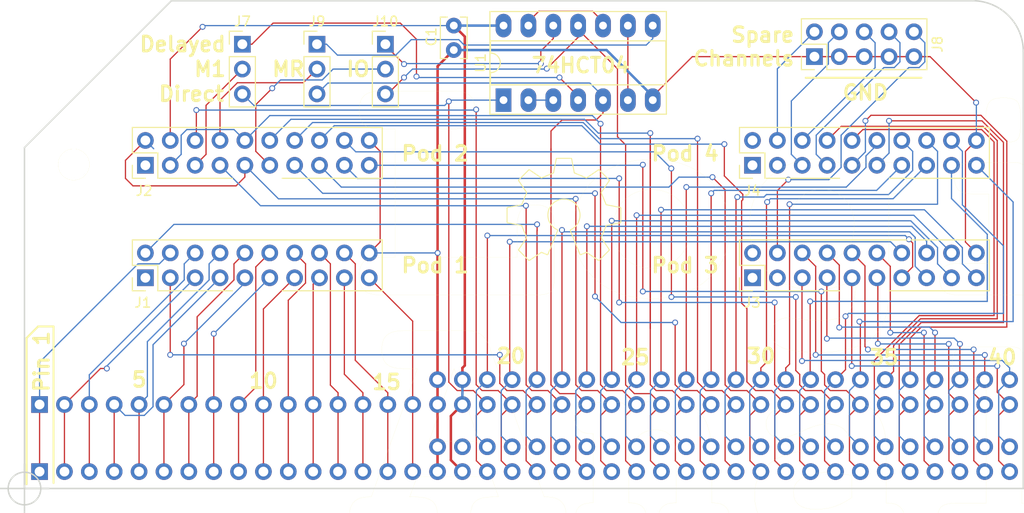
<source format=kicad_pcb>
(kicad_pcb (version 20171130) (host pcbnew "(5.1.2-1)-1")
  (layers (0 F.Cu signal hide) (31 B.Cu signal hide) (34 B.Paste user) (35 F.Paste user) (36 B.SilkS user) (37 F.SilkS user hide) (38 B.Mask user) (39 F.Mask user) (44 Edge.Cuts user))
  (net 0 "")
  (net 1 /D0)
  (net 2 /D1)
  (net 3 /D2)
  (net 4 /D3)
  (net 5 /D4)
  (net 6 /D5)
  (net 7 /D6)
  (net 8 /D7)
  (net 9 /A15)
  (net 10 /A14)
  (net 11 /A13)
  (net 12 /A12)
  (net 13 /A11)
  (net 14 /A10)
  (net 15 /A9)
  (net 16 /A8)
  (net 17 /A7)
  (net 18 /A6)
  (net 19 /A5)
  (net 20 /A4)
  (net 21 /A3)
  (net 22 /A2)
  (net 23 /A1)
  (net 24 /A0)
  (net 25 /VCC)
  (net 26 /GND)
  (net 27 "Net-(J1-Pad1)")
  (net 28 /CLOCK2)
  (net 29 /CLOCK)
  (net 30 /XIORQ)
  (net 31 /RD)
  (net 32 /WR)
  (net 33 /XMREQ)
  (net 34 /INT)
  (net 35 /RESET)
  (net 36 /XM1)
  (net 37 "Net-(J2-Pad1)")
  (net 38 "Net-(J3-Pad1)")
  (net 39 "Net-(J3-Pad2)")
  (net 40 "Net-(J3-Pad3)")
  (net 41 /POD3_D15)
  (net 42 /USER8)
  (net 43 /USER7)
  (net 44 /USER6)
  (net 45 /USER5)
  (net 46 /USER4)
  (net 47 /USER3)
  (net 48 /USER2)
  (net 49 /USER1)
  (net 50 /RFSH)
  (net 51 /PAGE)
  (net 52 /BUSACK)
  (net 53 /HALT)
  (net 54 /BUSRQ)
  (net 55 /WAIT)
  (net 56 /NMI)
  (net 57 /D8)
  (net 58 /D9)
  (net 59 /D10)
  (net 60 /D11)
  (net 61 /D12)
  (net 62 /D13)
  (net 63 /D14)
  (net 64 /D15)
  (net 65 /RX)
  (net 66 /TX)
  (net 67 /RX2)
  (net 68 /TX2)
  (net 69 /POD4_D12)
  (net 70 /POD4_D13)
  (net 71 /POD4_D14)
  (net 72 /POD4_D15)
  (net 73 "Net-(J4-Pad3)")
  (net 74 "Net-(J4-Pad2)")
  (net 75 "Net-(J4-Pad1)")
  (net 76 /IORQ)
  (net 77 /MREQ)
  (net 78 /M1)
  (net 79 "Net-(J5-Pad18b)")
  (net 80 "Net-(J7-Pad1)")
  (net 81 "Net-(J9-Pad1)")
  (net 82 "Net-(J10-Pad1)")
  (net 83 "Net-(U1-Pad2)")
  (net 84 "Net-(U1-Pad6)")
  (net 85 "Net-(U1-Pad10)")
  (module RC2014:PinHeader_2x10_P2.54mm_Vertical_ShroudKeyed (layer F.Cu) (at 228.246 120.325 90)
    (fp_text reference J4 (at -2.611 -0.027) (layer F.SilkS))
    (fp_text value Conn_02x10_Odd_Even)
    (pad 1 thru_hole rect (at 0 0 90) (size 1.7 1.7) (drill 1) (layers *.Cu *.Mask) (net 75 "Net-(J4-Pad1)"))
    (pad 2 thru_hole oval (at 2.54 0 90) (size 1.7 1.7) (drill 1) (layers *.Cu *.Mask) (net 74 "Net-(J4-Pad2)"))
    (pad 3 thru_hole oval (at 0 2.54 90) (size 1.7 1.7) (drill 1) (layers *.Cu *.Mask) (net 73 "Net-(J4-Pad3)"))
    (pad 4 thru_hole oval (at 2.54 2.54 90) (size 1.7 1.7) (drill 1) (layers *.Cu *.Mask) (net 72 /POD4_D15))
    (pad 5 thru_hole oval (at 0 5.08 90) (size 1.7 1.7) (drill 1) (layers *.Cu *.Mask) (net 71 /POD4_D14))
    (pad 6 thru_hole oval (at 2.54 5.08 90) (size 1.7 1.7) (drill 1) (layers *.Cu *.Mask) (net 70 /POD4_D13))
    (pad 7 thru_hole oval (at 0 7.62 90) (size 1.7 1.7) (drill 1) (layers *.Cu *.Mask) (net 69 /POD4_D12))
    (pad 8 thru_hole oval (at 2.54 7.62 90) (size 1.7 1.7) (drill 1) (layers *.Cu *.Mask) (net 68 /TX2))
    (pad 9 thru_hole oval (at 0 10.16 90) (size 1.7 1.7) (drill 1) (layers *.Cu *.Mask) (net 67 /RX2))
    (pad 10 thru_hole oval (at 2.54 10.16 90) (size 1.7 1.7) (drill 1) (layers *.Cu *.Mask) (net 66 /TX))
    (pad 11 thru_hole oval (at 0 12.7 90) (size 1.7 1.7) (drill 1) (layers *.Cu *.Mask) (net 65 /RX))
    (pad 12 thru_hole oval (at 2.54 12.7 90) (size 1.7 1.7) (drill 1) (layers *.Cu *.Mask) (net 64 /D15))
    (pad 13 thru_hole oval (at 0 15.24 90) (size 1.7 1.7) (drill 1) (layers *.Cu *.Mask) (net 63 /D14))
    (pad 14 thru_hole oval (at 2.54 15.24 90) (size 1.7 1.7) (drill 1) (layers *.Cu *.Mask) (net 62 /D13))
    (pad 15 thru_hole oval (at 0 17.78 90) (size 1.7 1.7) (drill 1) (layers *.Cu *.Mask) (net 61 /D12))
    (pad 16 thru_hole oval (at 2.54 17.78 90) (size 1.7 1.7) (drill 1) (layers *.Cu *.Mask) (net 60 /D11))
    (pad 17 thru_hole oval (at 0 20.32 90) (size 1.7 1.7) (drill 1) (layers *.Cu *.Mask) (net 59 /D10))
    (pad 18 thru_hole oval (at 2.54 20.32 90) (size 1.7 1.7) (drill 1) (layers *.Cu *.Mask) (net 58 /D9))
    (pad 19 thru_hole oval (at 0 22.86 90) (size 1.7 1.7) (drill 1) (layers *.Cu *.Mask) (net 57 /D8))
    (pad 20 thru_hole oval (at 2.54 22.86 90) (size 1.7 1.7) (drill 1) (layers *.Cu *.Mask) (net 26 /GND))
  )
  (module RC2014:PinHeader_2x10_P2.54mm_Vertical_ShroudKeyed (layer F.Cu) (at 166.246 131.825 90)
    (fp_text reference J1 (at -2.541 -0.257 180) (layer F.SilkS))
    (fp_text value Conn_02x10_Odd_Even)
    (pad 1 thru_hole rect (at 0 0 90) (size 1.7 1.7) (drill 1) (layers *.Cu *.Mask) (net 27 "Net-(J1-Pad1)"))
    (pad 2 thru_hole oval (at 2.54 0 90) (size 1.7 1.7) (drill 1) (layers *.Cu *.Mask) (net 28 /CLOCK2))
    (pad 3 thru_hole oval (at 0 2.54 90) (size 1.7 1.7) (drill 1) (layers *.Cu *.Mask) (net 29 /CLOCK))
    (pad 4 thru_hole oval (at 2.54 2.54 90) (size 1.7 1.7) (drill 1) (layers *.Cu *.Mask) (net 9 /A15))
    (pad 5 thru_hole oval (at 0 5.08 90) (size 1.7 1.7) (drill 1) (layers *.Cu *.Mask) (net 10 /A14))
    (pad 6 thru_hole oval (at 2.54 5.08 90) (size 1.7 1.7) (drill 1) (layers *.Cu *.Mask) (net 11 /A13))
    (pad 7 thru_hole oval (at 0 7.62 90) (size 1.7 1.7) (drill 1) (layers *.Cu *.Mask) (net 12 /A12))
    (pad 8 thru_hole oval (at 2.54 7.62 90) (size 1.7 1.7) (drill 1) (layers *.Cu *.Mask) (net 13 /A11))
    (pad 9 thru_hole oval (at 0 10.16 90) (size 1.7 1.7) (drill 1) (layers *.Cu *.Mask) (net 14 /A10))
    (pad 10 thru_hole oval (at 2.54 10.16 90) (size 1.7 1.7) (drill 1) (layers *.Cu *.Mask) (net 15 /A9))
    (pad 11 thru_hole oval (at 0 12.7 90) (size 1.7 1.7) (drill 1) (layers *.Cu *.Mask) (net 16 /A8))
    (pad 12 thru_hole oval (at 2.54 12.7 90) (size 1.7 1.7) (drill 1) (layers *.Cu *.Mask) (net 17 /A7))
    (pad 13 thru_hole oval (at 0 15.24 90) (size 1.7 1.7) (drill 1) (layers *.Cu *.Mask) (net 18 /A6))
    (pad 14 thru_hole oval (at 2.54 15.24 90) (size 1.7 1.7) (drill 1) (layers *.Cu *.Mask) (net 19 /A5))
    (pad 15 thru_hole oval (at 0 17.78 90) (size 1.7 1.7) (drill 1) (layers *.Cu *.Mask) (net 20 /A4))
    (pad 16 thru_hole oval (at 2.54 17.78 90) (size 1.7 1.7) (drill 1) (layers *.Cu *.Mask) (net 21 /A3))
    (pad 17 thru_hole oval (at 0 20.32 90) (size 1.7 1.7) (drill 1) (layers *.Cu *.Mask) (net 22 /A2))
    (pad 18 thru_hole oval (at 2.54 20.32 90) (size 1.7 1.7) (drill 1) (layers *.Cu *.Mask) (net 23 /A1))
    (pad 19 thru_hole oval (at 0 22.86 90) (size 1.7 1.7) (drill 1) (layers *.Cu *.Mask) (net 24 /A0))
    (pad 20 thru_hole oval (at 2.54 22.86 90) (size 1.7 1.7) (drill 1) (layers *.Cu *.Mask) (net 26 /GND))
  )
  (module RC2014:PinHeader_2x10_P2.54mm_Vertical_ShroudKeyed (layer F.Cu) (at 166.246 120.325 90)
    (fp_text reference J2 (at -2.611 -0.13 180) (layer F.SilkS))
    (fp_text value Conn_02x10_Odd_Even)
    (pad 1 thru_hole rect (at 0 0 90) (size 1.7 1.7) (drill 1) (layers *.Cu *.Mask) (net 37 "Net-(J2-Pad1)"))
    (pad 2 thru_hole oval (at 2.54 0 90) (size 1.7 1.7) (drill 1) (layers *.Cu *.Mask) (net 32 /WR))
    (pad 3 thru_hole oval (at 0 2.54 90) (size 1.7 1.7) (drill 1) (layers *.Cu *.Mask) (net 31 /RD))
    (pad 4 thru_hole oval (at 2.54 2.54 90) (size 1.7 1.7) (drill 1) (layers *.Cu *.Mask) (net 25 /VCC))
    (pad 5 thru_hole oval (at 0 5.08 90) (size 1.7 1.7) (drill 1) (layers *.Cu *.Mask) (net 36 /XM1))
    (pad 6 thru_hole oval (at 2.54 5.08 90) (size 1.7 1.7) (drill 1) (layers *.Cu *.Mask) (net 35 /RESET))
    (pad 7 thru_hole oval (at 0 7.62 90) (size 1.7 1.7) (drill 1) (layers *.Cu *.Mask) (net 34 /INT))
    (pad 8 thru_hole oval (at 2.54 7.62 90) (size 1.7 1.7) (drill 1) (layers *.Cu *.Mask) (net 33 /XMREQ))
    (pad 9 thru_hole oval (at 0 10.16 90) (size 1.7 1.7) (drill 1) (layers *.Cu *.Mask) (net 32 /WR))
    (pad 10 thru_hole oval (at 2.54 10.16 90) (size 1.7 1.7) (drill 1) (layers *.Cu *.Mask) (net 31 /RD))
    (pad 11 thru_hole oval (at 0 12.7 90) (size 1.7 1.7) (drill 1) (layers *.Cu *.Mask) (net 30 /XIORQ))
    (pad 12 thru_hole oval (at 2.54 12.7 90) (size 1.7 1.7) (drill 1) (layers *.Cu *.Mask) (net 8 /D7))
    (pad 13 thru_hole oval (at 0 15.24 90) (size 1.7 1.7) (drill 1) (layers *.Cu *.Mask) (net 7 /D6))
    (pad 14 thru_hole oval (at 2.54 15.24 90) (size 1.7 1.7) (drill 1) (layers *.Cu *.Mask) (net 6 /D5))
    (pad 15 thru_hole oval (at 0 17.78 90) (size 1.7 1.7) (drill 1) (layers *.Cu *.Mask) (net 5 /D4))
    (pad 16 thru_hole oval (at 2.54 17.78 90) (size 1.7 1.7) (drill 1) (layers *.Cu *.Mask) (net 4 /D3))
    (pad 17 thru_hole oval (at 0 20.32 90) (size 1.7 1.7) (drill 1) (layers *.Cu *.Mask) (net 3 /D2))
    (pad 18 thru_hole oval (at 2.54 20.32 90) (size 1.7 1.7) (drill 1) (layers *.Cu *.Mask) (net 2 /D1))
    (pad 19 thru_hole oval (at 0 22.86 90) (size 1.7 1.7) (drill 1) (layers *.Cu *.Mask) (net 1 /D0))
    (pad 20 thru_hole oval (at 2.54 22.86 90) (size 1.7 1.7) (drill 1) (layers *.Cu *.Mask) (net 26 /GND))
  )
  (module RC2014:PinHeader_2x10_P2.54mm_Vertical_ShroudKeyed (layer F.Cu) (at 228.246 131.825 90)
    (fp_text reference J3 (at -2.541 -0.027 180) (layer F.SilkS))
    (fp_text value Conn_02x10_Odd_Even)
    (pad 1 thru_hole rect (at 0 0 90) (size 1.7 1.7) (drill 1) (layers *.Cu *.Mask) (net 38 "Net-(J3-Pad1)"))
    (pad 2 thru_hole oval (at 2.54 0 90) (size 1.7 1.7) (drill 1) (layers *.Cu *.Mask) (net 39 "Net-(J3-Pad2)"))
    (pad 3 thru_hole oval (at 0 2.54 90) (size 1.7 1.7) (drill 1) (layers *.Cu *.Mask) (net 40 "Net-(J3-Pad3)"))
    (pad 4 thru_hole oval (at 2.54 2.54 90) (size 1.7 1.7) (drill 1) (layers *.Cu *.Mask) (net 41 /POD3_D15))
    (pad 5 thru_hole oval (at 0 5.08 90) (size 1.7 1.7) (drill 1) (layers *.Cu *.Mask) (net 42 /USER8))
    (pad 6 thru_hole oval (at 2.54 5.08 90) (size 1.7 1.7) (drill 1) (layers *.Cu *.Mask) (net 43 /USER7))
    (pad 7 thru_hole oval (at 0 7.62 90) (size 1.7 1.7) (drill 1) (layers *.Cu *.Mask) (net 44 /USER6))
    (pad 8 thru_hole oval (at 2.54 7.62 90) (size 1.7 1.7) (drill 1) (layers *.Cu *.Mask) (net 45 /USER5))
    (pad 9 thru_hole oval (at 0 10.16 90) (size 1.7 1.7) (drill 1) (layers *.Cu *.Mask) (net 46 /USER4))
    (pad 10 thru_hole oval (at 2.54 10.16 90) (size 1.7 1.7) (drill 1) (layers *.Cu *.Mask) (net 47 /USER3))
    (pad 11 thru_hole oval (at 0 12.7 90) (size 1.7 1.7) (drill 1) (layers *.Cu *.Mask) (net 48 /USER2))
    (pad 12 thru_hole oval (at 2.54 12.7 90) (size 1.7 1.7) (drill 1) (layers *.Cu *.Mask) (net 49 /USER1))
    (pad 13 thru_hole oval (at 0 15.24 90) (size 1.7 1.7) (drill 1) (layers *.Cu *.Mask) (net 50 /RFSH))
    (pad 14 thru_hole oval (at 2.54 15.24 90) (size 1.7 1.7) (drill 1) (layers *.Cu *.Mask) (net 51 /PAGE))
    (pad 15 thru_hole oval (at 0 17.78 90) (size 1.7 1.7) (drill 1) (layers *.Cu *.Mask) (net 52 /BUSACK))
    (pad 16 thru_hole oval (at 2.54 17.78 90) (size 1.7 1.7) (drill 1) (layers *.Cu *.Mask) (net 53 /HALT))
    (pad 17 thru_hole oval (at 0 20.32 90) (size 1.7 1.7) (drill 1) (layers *.Cu *.Mask) (net 54 /BUSRQ))
    (pad 18 thru_hole oval (at 2.54 20.32 90) (size 1.7 1.7) (drill 1) (layers *.Cu *.Mask) (net 55 /WAIT))
    (pad 19 thru_hole oval (at 0 22.86 90) (size 1.7 1.7) (drill 1) (layers *.Cu *.Mask) (net 56 /NMI))
    (pad 20 thru_hole oval (at 2.54 22.86 90) (size 1.7 1.7) (drill 1) (layers *.Cu *.Mask) (net 26 /GND))
  )
  (module RC2014:PinHeader_RC2014_Pro (layer F.Cu) (at 254.5 149.098 270)
    (fp_text reference J5 (at 5.655 -2.27 270) (layer F.SilkS))
    (fp_text value RC2014_Pro_Bus)
    (pad 1a thru_hole rect (at 2.54 99.06 270) (size 1.7 1.7) (drill 1) (layers *.Cu *.Mask) (net 9 /A15))
    (pad 2a thru_hole oval (at 2.54 96.52 270) (size 1.7 1.7) (drill 1) (layers *.Cu *.Mask) (net 10 /A14))
    (pad 3a thru_hole oval (at 2.54 93.98 270) (size 1.7 1.7) (drill 1) (layers *.Cu *.Mask) (net 11 /A13))
    (pad 4a thru_hole oval (at 2.54 91.44 270) (size 1.7 1.7) (drill 1) (layers *.Cu *.Mask) (net 12 /A12))
    (pad 5a thru_hole oval (at 2.54 88.9 270) (size 1.7 1.7) (drill 1) (layers *.Cu *.Mask) (net 13 /A11))
    (pad 6a thru_hole oval (at 2.54 86.36 270) (size 1.7 1.7) (drill 1) (layers *.Cu *.Mask) (net 14 /A10))
    (pad 7a thru_hole oval (at 2.54 83.82 270) (size 1.7 1.7) (drill 1) (layers *.Cu *.Mask) (net 15 /A9))
    (pad 8a thru_hole oval (at 2.54 81.28 270) (size 1.7 1.7) (drill 1) (layers *.Cu *.Mask) (net 16 /A8))
    (pad 9a thru_hole oval (at 2.54 78.74 270) (size 1.7 1.7) (drill 1) (layers *.Cu *.Mask) (net 17 /A7))
    (pad 10a thru_hole oval (at 2.54 76.2 270) (size 1.7 1.7) (drill 1) (layers *.Cu *.Mask) (net 18 /A6))
    (pad 11a thru_hole oval (at 2.54 73.66 270) (size 1.7 1.7) (drill 1) (layers *.Cu *.Mask) (net 19 /A5))
    (pad 12a thru_hole oval (at 2.54 71.12 270) (size 1.7 1.7) (drill 1) (layers *.Cu *.Mask) (net 20 /A4))
    (pad 13a thru_hole oval (at 2.54 68.58 270) (size 1.7 1.7) (drill 1) (layers *.Cu *.Mask) (net 21 /A3))
    (pad 14a thru_hole oval (at 2.54 66.04 270) (size 1.7 1.7) (drill 1) (layers *.Cu *.Mask) (net 22 /A2))
    (pad 15a thru_hole oval (at 2.54 63.5 270) (size 1.7 1.7) (drill 1) (layers *.Cu *.Mask) (net 23 /A1))
    (pad 16a thru_hole oval (at 2.54 60.96 270) (size 1.7 1.7) (drill 1) (layers *.Cu *.Mask) (net 24 /A0))
    (pad 17a thru_hole oval (at 2.54 58.42 270) (size 1.7 1.7) (drill 1) (layers *.Cu *.Mask) (net 26 /GND))
    (pad 17b thru_hole oval (at 0 58.42 270) (size 1.7 1.7) (drill 1) (layers *.Cu *.Mask) (net 26 /GND))
    (pad 18a thru_hole oval (at 2.54 55.88 270) (size 1.7 1.7) (drill 1) (layers *.Cu *.Mask) (net 25 /VCC))
    (pad 18b thru_hole oval (at 0 55.88 270) (size 1.7 1.7) (drill 1) (layers *.Cu *.Mask) (net 79 "Net-(J5-Pad18b)"))
    (pad 19a thru_hole oval (at 2.54 53.34 270) (size 1.7 1.7) (drill 1) (layers *.Cu *.Mask) (net 78 /M1))
    (pad 19b thru_hole oval (at 0 53.34 270) (size 1.7 1.7) (drill 1) (layers *.Cu *.Mask) (net 50 /RFSH))
    (pad 20a thru_hole oval (at 2.54 50.8 270) (size 1.7 1.7) (drill 1) (layers *.Cu *.Mask) (net 35 /RESET))
    (pad 20b thru_hole oval (at 0 50.8 270) (size 1.7 1.7) (drill 1) (layers *.Cu *.Mask) (net 51 /PAGE))
    (pad 21a thru_hole oval (at 2.54 48.26 270) (size 1.7 1.7) (drill 1) (layers *.Cu *.Mask) (net 29 /CLOCK))
    (pad 21b thru_hole oval (at 0 48.26 270) (size 1.7 1.7) (drill 1) (layers *.Cu *.Mask) (net 28 /CLOCK2))
    (pad 22a thru_hole oval (at 2.54 45.72 270) (size 1.7 1.7) (drill 1) (layers *.Cu *.Mask) (net 34 /INT))
    (pad 22b thru_hole oval (at 0 45.72 270) (size 1.7 1.7) (drill 1) (layers *.Cu *.Mask) (net 52 /BUSACK))
    (pad 23a thru_hole oval (at 2.54 43.18 270) (size 1.7 1.7) (drill 1) (layers *.Cu *.Mask) (net 77 /MREQ))
    (pad 23b thru_hole oval (at 0 43.18 270) (size 1.7 1.7) (drill 1) (layers *.Cu *.Mask) (net 53 /HALT))
    (pad 24a thru_hole oval (at 2.54 40.64 270) (size 1.7 1.7) (drill 1) (layers *.Cu *.Mask) (net 32 /WR))
    (pad 24b thru_hole oval (at 0 40.64 270) (size 1.7 1.7) (drill 1) (layers *.Cu *.Mask) (net 54 /BUSRQ))
    (pad 25a thru_hole oval (at 2.54 38.1 270) (size 1.7 1.7) (drill 1) (layers *.Cu *.Mask) (net 31 /RD))
    (pad 25b thru_hole oval (at 0 38.1 270) (size 1.7 1.7) (drill 1) (layers *.Cu *.Mask) (net 55 /WAIT))
    (pad 26a thru_hole oval (at 2.54 35.56 270) (size 1.7 1.7) (drill 1) (layers *.Cu *.Mask) (net 76 /IORQ))
    (pad 26b thru_hole oval (at 0 35.56 270) (size 1.7 1.7) (drill 1) (layers *.Cu *.Mask) (net 56 /NMI))
    (pad 27a thru_hole oval (at 2.54 33.02 270) (size 1.7 1.7) (drill 1) (layers *.Cu *.Mask) (net 8 /D7))
    (pad 27b thru_hole oval (at 0 33.02 270) (size 1.7 1.7) (drill 1) (layers *.Cu *.Mask) (net 64 /D15))
    (pad 28a thru_hole oval (at 2.54 30.48 270) (size 1.7 1.7) (drill 1) (layers *.Cu *.Mask) (net 7 /D6))
    (pad 28b thru_hole oval (at 0 30.48 270) (size 1.7 1.7) (drill 1) (layers *.Cu *.Mask) (net 63 /D14))
    (pad 29a thru_hole oval (at 2.54 27.94 270) (size 1.7 1.7) (drill 1) (layers *.Cu *.Mask) (net 6 /D5))
    (pad 29b thru_hole oval (at 0 27.94 270) (size 1.7 1.7) (drill 1) (layers *.Cu *.Mask) (net 62 /D13))
    (pad 30a thru_hole oval (at 2.54 25.4 270) (size 1.7 1.7) (drill 1) (layers *.Cu *.Mask) (net 5 /D4))
    (pad 30b thru_hole oval (at 0 25.4 270) (size 1.7 1.7) (drill 1) (layers *.Cu *.Mask) (net 61 /D12))
    (pad 31a thru_hole oval (at 2.54 22.86 270) (size 1.7 1.7) (drill 1) (layers *.Cu *.Mask) (net 4 /D3))
    (pad 31b thru_hole oval (at 0 22.86 270) (size 1.7 1.7) (drill 1) (layers *.Cu *.Mask) (net 60 /D11))
    (pad 32a thru_hole oval (at 2.54 20.32 270) (size 1.7 1.7) (drill 1) (layers *.Cu *.Mask) (net 3 /D2))
    (pad 32b thru_hole oval (at 0 20.32 270) (size 1.7 1.7) (drill 1) (layers *.Cu *.Mask) (net 59 /D10))
    (pad 33a thru_hole oval (at 2.54 17.78 270) (size 1.7 1.7) (drill 1) (layers *.Cu *.Mask) (net 2 /D1))
    (pad 33b thru_hole oval (at 0 17.78 270) (size 1.7 1.7) (drill 1) (layers *.Cu *.Mask) (net 58 /D9))
    (pad 34a thru_hole oval (at 2.54 15.24 270) (size 1.7 1.7) (drill 1) (layers *.Cu *.Mask) (net 1 /D0))
    (pad 34b thru_hole oval (at 0 15.24 270) (size 1.7 1.7) (drill 1) (layers *.Cu *.Mask) (net 57 /D8))
    (pad 35a thru_hole oval (at 2.54 12.7 270) (size 1.7 1.7) (drill 1) (layers *.Cu *.Mask) (net 66 /TX))
    (pad 35b thru_hole oval (at 0 12.7 270) (size 1.7 1.7) (drill 1) (layers *.Cu *.Mask) (net 68 /TX2))
    (pad 36a thru_hole oval (at 2.54 10.16 270) (size 1.7 1.7) (drill 1) (layers *.Cu *.Mask) (net 65 /RX))
    (pad 36b thru_hole oval (at 0 10.16 270) (size 1.7 1.7) (drill 1) (layers *.Cu *.Mask) (net 67 /RX2))
    (pad 37a thru_hole oval (at 2.54 7.62 270) (size 1.7 1.7) (drill 1) (layers *.Cu *.Mask) (net 49 /USER1))
    (pad 37b thru_hole oval (at 0 7.62 270) (size 1.7 1.7) (drill 1) (layers *.Cu *.Mask) (net 45 /USER5))
    (pad 38a thru_hole oval (at 2.54 5.08 270) (size 1.7 1.7) (drill 1) (layers *.Cu *.Mask) (net 48 /USER2))
    (pad 38b thru_hole oval (at 0 5.08 270) (size 1.7 1.7) (drill 1) (layers *.Cu *.Mask) (net 44 /USER6))
    (pad 39a thru_hole oval (at 2.54 2.54 270) (size 1.7 1.7) (drill 1) (layers *.Cu *.Mask) (net 47 /USER3))
    (pad 39b thru_hole oval (at 0 2.54 270) (size 1.7 1.7) (drill 1) (layers *.Cu *.Mask) (net 43 /USER7))
    (pad 40a thru_hole oval (at 2.54 0 270) (size 1.7 1.7) (drill 1) (layers *.Cu *.Mask) (net 46 /USER4))
    (pad 40b thru_hole oval (at 0 0 270) (size 1.7 1.7) (drill 1) (layers *.Cu *.Mask) (net 42 /USER8))
  )
  (module RC2014:PinHeader_RC2014_Pro (layer F.Cu) (at 254.5 142.24 270)
    (fp_text reference J6 (at 5.655 -2.27 270) (layer F.SilkS))
    (fp_text value RC2014_Pro_Bus)
    (pad 1a thru_hole rect (at 2.54 99.06 270) (size 1.7 1.7) (drill 1) (layers *.Cu *.Mask) (net 9 /A15))
    (pad 2a thru_hole oval (at 2.54 96.52 270) (size 1.7 1.7) (drill 1) (layers *.Cu *.Mask) (net 10 /A14))
    (pad 3a thru_hole oval (at 2.54 93.98 270) (size 1.7 1.7) (drill 1) (layers *.Cu *.Mask) (net 11 /A13))
    (pad 4a thru_hole oval (at 2.54 91.44 270) (size 1.7 1.7) (drill 1) (layers *.Cu *.Mask) (net 12 /A12))
    (pad 5a thru_hole oval (at 2.54 88.9 270) (size 1.7 1.7) (drill 1) (layers *.Cu *.Mask) (net 13 /A11))
    (pad 6a thru_hole oval (at 2.54 86.36 270) (size 1.7 1.7) (drill 1) (layers *.Cu *.Mask) (net 14 /A10))
    (pad 7a thru_hole oval (at 2.54 83.82 270) (size 1.7 1.7) (drill 1) (layers *.Cu *.Mask) (net 15 /A9))
    (pad 8a thru_hole oval (at 2.54 81.28 270) (size 1.7 1.7) (drill 1) (layers *.Cu *.Mask) (net 16 /A8))
    (pad 9a thru_hole oval (at 2.54 78.74 270) (size 1.7 1.7) (drill 1) (layers *.Cu *.Mask) (net 17 /A7))
    (pad 10a thru_hole oval (at 2.54 76.2 270) (size 1.7 1.7) (drill 1) (layers *.Cu *.Mask) (net 18 /A6))
    (pad 11a thru_hole oval (at 2.54 73.66 270) (size 1.7 1.7) (drill 1) (layers *.Cu *.Mask) (net 19 /A5))
    (pad 12a thru_hole oval (at 2.54 71.12 270) (size 1.7 1.7) (drill 1) (layers *.Cu *.Mask) (net 20 /A4))
    (pad 13a thru_hole oval (at 2.54 68.58 270) (size 1.7 1.7) (drill 1) (layers *.Cu *.Mask) (net 21 /A3))
    (pad 14a thru_hole oval (at 2.54 66.04 270) (size 1.7 1.7) (drill 1) (layers *.Cu *.Mask) (net 22 /A2))
    (pad 15a thru_hole oval (at 2.54 63.5 270) (size 1.7 1.7) (drill 1) (layers *.Cu *.Mask) (net 23 /A1))
    (pad 16a thru_hole oval (at 2.54 60.96 270) (size 1.7 1.7) (drill 1) (layers *.Cu *.Mask) (net 24 /A0))
    (pad 17a thru_hole oval (at 2.54 58.42 270) (size 1.7 1.7) (drill 1) (layers *.Cu *.Mask) (net 26 /GND))
    (pad 17b thru_hole oval (at 0 58.42 270) (size 1.7 1.7) (drill 1) (layers *.Cu *.Mask) (net 26 /GND))
    (pad 18a thru_hole oval (at 2.54 55.88 270) (size 1.7 1.7) (drill 1) (layers *.Cu *.Mask) (net 25 /VCC))
    (pad 18b thru_hole oval (at 0 55.88 270) (size 1.7 1.7) (drill 1) (layers *.Cu *.Mask) (net 25 /VCC))
    (pad 19a thru_hole oval (at 2.54 53.34 270) (size 1.7 1.7) (drill 1) (layers *.Cu *.Mask) (net 78 /M1))
    (pad 19b thru_hole oval (at 0 53.34 270) (size 1.7 1.7) (drill 1) (layers *.Cu *.Mask) (net 50 /RFSH))
    (pad 20a thru_hole oval (at 2.54 50.8 270) (size 1.7 1.7) (drill 1) (layers *.Cu *.Mask) (net 35 /RESET))
    (pad 20b thru_hole oval (at 0 50.8 270) (size 1.7 1.7) (drill 1) (layers *.Cu *.Mask) (net 51 /PAGE))
    (pad 21a thru_hole oval (at 2.54 48.26 270) (size 1.7 1.7) (drill 1) (layers *.Cu *.Mask) (net 29 /CLOCK))
    (pad 21b thru_hole oval (at 0 48.26 270) (size 1.7 1.7) (drill 1) (layers *.Cu *.Mask) (net 28 /CLOCK2))
    (pad 22a thru_hole oval (at 2.54 45.72 270) (size 1.7 1.7) (drill 1) (layers *.Cu *.Mask) (net 34 /INT))
    (pad 22b thru_hole oval (at 0 45.72 270) (size 1.7 1.7) (drill 1) (layers *.Cu *.Mask) (net 52 /BUSACK))
    (pad 23a thru_hole oval (at 2.54 43.18 270) (size 1.7 1.7) (drill 1) (layers *.Cu *.Mask) (net 77 /MREQ))
    (pad 23b thru_hole oval (at 0 43.18 270) (size 1.7 1.7) (drill 1) (layers *.Cu *.Mask) (net 53 /HALT))
    (pad 24a thru_hole oval (at 2.54 40.64 270) (size 1.7 1.7) (drill 1) (layers *.Cu *.Mask) (net 32 /WR))
    (pad 24b thru_hole oval (at 0 40.64 270) (size 1.7 1.7) (drill 1) (layers *.Cu *.Mask) (net 54 /BUSRQ))
    (pad 25a thru_hole oval (at 2.54 38.1 270) (size 1.7 1.7) (drill 1) (layers *.Cu *.Mask) (net 31 /RD))
    (pad 25b thru_hole oval (at 0 38.1 270) (size 1.7 1.7) (drill 1) (layers *.Cu *.Mask) (net 55 /WAIT))
    (pad 26a thru_hole oval (at 2.54 35.56 270) (size 1.7 1.7) (drill 1) (layers *.Cu *.Mask) (net 76 /IORQ))
    (pad 26b thru_hole oval (at 0 35.56 270) (size 1.7 1.7) (drill 1) (layers *.Cu *.Mask) (net 56 /NMI))
    (pad 27a thru_hole oval (at 2.54 33.02 270) (size 1.7 1.7) (drill 1) (layers *.Cu *.Mask) (net 8 /D7))
    (pad 27b thru_hole oval (at 0 33.02 270) (size 1.7 1.7) (drill 1) (layers *.Cu *.Mask) (net 64 /D15))
    (pad 28a thru_hole oval (at 2.54 30.48 270) (size 1.7 1.7) (drill 1) (layers *.Cu *.Mask) (net 7 /D6))
    (pad 28b thru_hole oval (at 0 30.48 270) (size 1.7 1.7) (drill 1) (layers *.Cu *.Mask) (net 63 /D14))
    (pad 29a thru_hole oval (at 2.54 27.94 270) (size 1.7 1.7) (drill 1) (layers *.Cu *.Mask) (net 6 /D5))
    (pad 29b thru_hole oval (at 0 27.94 270) (size 1.7 1.7) (drill 1) (layers *.Cu *.Mask) (net 62 /D13))
    (pad 30a thru_hole oval (at 2.54 25.4 270) (size 1.7 1.7) (drill 1) (layers *.Cu *.Mask) (net 5 /D4))
    (pad 30b thru_hole oval (at 0 25.4 270) (size 1.7 1.7) (drill 1) (layers *.Cu *.Mask) (net 61 /D12))
    (pad 31a thru_hole oval (at 2.54 22.86 270) (size 1.7 1.7) (drill 1) (layers *.Cu *.Mask) (net 4 /D3))
    (pad 31b thru_hole oval (at 0 22.86 270) (size 1.7 1.7) (drill 1) (layers *.Cu *.Mask) (net 60 /D11))
    (pad 32a thru_hole oval (at 2.54 20.32 270) (size 1.7 1.7) (drill 1) (layers *.Cu *.Mask) (net 3 /D2))
    (pad 32b thru_hole oval (at 0 20.32 270) (size 1.7 1.7) (drill 1) (layers *.Cu *.Mask) (net 59 /D10))
    (pad 33a thru_hole oval (at 2.54 17.78 270) (size 1.7 1.7) (drill 1) (layers *.Cu *.Mask) (net 2 /D1))
    (pad 33b thru_hole oval (at 0 17.78 270) (size 1.7 1.7) (drill 1) (layers *.Cu *.Mask) (net 58 /D9))
    (pad 34a thru_hole oval (at 2.54 15.24 270) (size 1.7 1.7) (drill 1) (layers *.Cu *.Mask) (net 1 /D0))
    (pad 34b thru_hole oval (at 0 15.24 270) (size 1.7 1.7) (drill 1) (layers *.Cu *.Mask) (net 57 /D8))
    (pad 35a thru_hole oval (at 2.54 12.7 270) (size 1.7 1.7) (drill 1) (layers *.Cu *.Mask) (net 66 /TX))
    (pad 35b thru_hole oval (at 0 12.7 270) (size 1.7 1.7) (drill 1) (layers *.Cu *.Mask) (net 68 /TX2))
    (pad 36a thru_hole oval (at 2.54 10.16 270) (size 1.7 1.7) (drill 1) (layers *.Cu *.Mask) (net 65 /RX))
    (pad 36b thru_hole oval (at 0 10.16 270) (size 1.7 1.7) (drill 1) (layers *.Cu *.Mask) (net 67 /RX2))
    (pad 37a thru_hole oval (at 2.54 7.62 270) (size 1.7 1.7) (drill 1) (layers *.Cu *.Mask) (net 49 /USER1))
    (pad 37b thru_hole oval (at 0 7.62 270) (size 1.7 1.7) (drill 1) (layers *.Cu *.Mask) (net 45 /USER5))
    (pad 38a thru_hole oval (at 2.54 5.08 270) (size 1.7 1.7) (drill 1) (layers *.Cu *.Mask) (net 48 /USER2))
    (pad 38b thru_hole oval (at 0 5.08 270) (size 1.7 1.7) (drill 1) (layers *.Cu *.Mask) (net 44 /USER6))
    (pad 39a thru_hole oval (at 2.54 2.54 270) (size 1.7 1.7) (drill 1) (layers *.Cu *.Mask) (net 47 /USER3))
    (pad 39b thru_hole oval (at 0 2.54 270) (size 1.7 1.7) (drill 1) (layers *.Cu *.Mask) (net 43 /USER7))
    (pad 40a thru_hole oval (at 2.54 0 270) (size 1.7 1.7) (drill 1) (layers *.Cu *.Mask) (net 46 /USER4))
    (pad 40b thru_hole oval (at 0 0 270) (size 1.7 1.7) (drill 1) (layers *.Cu *.Mask) (net 42 /USER8))
  )
  (module Mounting_Holes:MountingHole_3.2mm_M3 (layer F.Cu) (at 158.9278 120.2436)
    (fp_text reference "" hide)
    (fp_text value "" hide)
    (pad "" np_thru_hole circle (at 0 0) (size 3.2 3.2) (drill 3.2) (layers *.Cu *.Mask F.SilkS))
  )
  (module Capacitor_THT:C_Rect_L4.0mm_W2.5mm_P2.50mm (layer F.Cu) (at 197.739 106.045 270)
    (fp_text reference C1 (at 1.143 2.286 270) (layer F.SilkS))
    (fp_text value 100nF)
    (pad 1 thru_hole circle (at 0 0 270) (size 1.6 1.6) (drill 0.8) (layers *.Cu *.Mask) (net 25 /VCC))
    (pad 2 thru_hole circle (at 2.5 0 270) (size 1.6 1.6) (drill 0.8) (layers *.Cu *.Mask) (net 26 /GND))
  )
  (module Connector_PinHeader_2.54mm:PinHeader_1x03_P2.54mm_Vertical (layer F.Cu) (at 176.149 107.95)
    (fp_text reference J7 (at 0 -2.33) (layer F.SilkS))
    (fp_text value Conn_01x03)
    (pad 1 thru_hole rect (at 0 0) (size 1.7 1.7) (drill 1) (layers *.Cu *.Mask) (net 80 "Net-(J7-Pad1)"))
    (pad 2 thru_hole oval (at 0 2.54) (size 1.7 1.7) (drill 1) (layers *.Cu *.Mask) (net 36 /XM1))
    (pad 3 thru_hole oval (at 0 5.08) (size 1.7 1.7) (drill 1) (layers *.Cu *.Mask) (net 78 /M1))
  )
  (module Connector_PinHeader_2.54mm:PinHeader_2x05_P2.54mm_Vertical (layer F.Cu) (at 234.569 109.22 90)
    (fp_text reference J8 (at 1.27 12.573 90) (layer F.SilkS))
    (fp_text value Conn_02x05_Odd_Even hide)
    (pad 1 thru_hole rect (at 0 0 90) (size 1.7 1.7) (drill 1) (layers *.Cu *.Mask) (net 26 /GND))
    (pad 2 thru_hole oval (at 2.54 0 90) (size 1.7 1.7) (drill 1) (layers *.Cu *.Mask) (net 72 /POD4_D15))
    (pad 3 thru_hole oval (at 0 2.54 90) (size 1.7 1.7) (drill 1) (layers *.Cu *.Mask) (net 26 /GND))
    (pad 4 thru_hole oval (at 2.54 2.54 90) (size 1.7 1.7) (drill 1) (layers *.Cu *.Mask) (net 71 /POD4_D14))
    (pad 5 thru_hole oval (at 0 5.08 90) (size 1.7 1.7) (drill 1) (layers *.Cu *.Mask) (net 26 /GND))
    (pad 6 thru_hole oval (at 2.54 5.08 90) (size 1.7 1.7) (drill 1) (layers *.Cu *.Mask) (net 70 /POD4_D13))
    (pad 7 thru_hole oval (at 0 7.62 90) (size 1.7 1.7) (drill 1) (layers *.Cu *.Mask) (net 26 /GND))
    (pad 8 thru_hole oval (at 2.54 7.62 90) (size 1.7 1.7) (drill 1) (layers *.Cu *.Mask) (net 69 /POD4_D12))
    (pad 9 thru_hole oval (at 0 10.16 90) (size 1.7 1.7) (drill 1) (layers *.Cu *.Mask) (net 26 /GND))
    (pad 10 thru_hole oval (at 2.54 10.16 90) (size 1.7 1.7) (drill 1) (layers *.Cu *.Mask) (net 41 /POD3_D15))
  )
  (module Connector_PinHeader_2.54mm:PinHeader_1x03_P2.54mm_Vertical (layer F.Cu) (at 183.769 107.95)
    (fp_text reference J9 (at 0 -2.33) (layer F.SilkS))
    (fp_text value Conn_01x03)
    (pad 3 thru_hole oval (at 0 5.08) (size 1.7 1.7) (drill 1) (layers *.Cu *.Mask) (net 77 /MREQ))
    (pad 2 thru_hole oval (at 0 2.54) (size 1.7 1.7) (drill 1) (layers *.Cu *.Mask) (net 33 /XMREQ))
    (pad 1 thru_hole rect (at 0 0) (size 1.7 1.7) (drill 1) (layers *.Cu *.Mask) (net 81 "Net-(J9-Pad1)"))
  )
  (module Connector_PinHeader_2.54mm:PinHeader_1x03_P2.54mm_Vertical (layer F.Cu) (at 190.754 107.95)
    (fp_text reference J10 (at 0 -2.33) (layer F.SilkS))
    (fp_text value Conn_01x03)
    (pad 1 thru_hole rect (at 0 0) (size 1.7 1.7) (drill 1) (layers *.Cu *.Mask) (net 82 "Net-(J10-Pad1)"))
    (pad 2 thru_hole oval (at 0 2.54) (size 1.7 1.7) (drill 1) (layers *.Cu *.Mask) (net 30 /XIORQ))
    (pad 3 thru_hole oval (at 0 5.08) (size 1.7 1.7) (drill 1) (layers *.Cu *.Mask) (net 76 /IORQ))
  )
  (module Package_DIP:DIP-14_W7.62mm_Socket_LongPads (layer F.Cu) (at 202.819 113.665 90)
    (fp_text reference U1 (at 3.81 -2.33 90) (layer F.SilkS))
    (fp_text value 74HCT04)
    (pad 1 thru_hole rect (at 0 0 90) (size 2.4 1.6) (drill 0.8) (layers *.Cu *.Mask) (net 78 /M1))
    (pad 8 thru_hole oval (at 7.62 15.24 90) (size 2.4 1.6) (drill 0.8) (layers *.Cu *.Mask) (net 81 "Net-(J9-Pad1)"))
    (pad 2 thru_hole oval (at 0 2.54 90) (size 2.4 1.6) (drill 0.8) (layers *.Cu *.Mask) (net 83 "Net-(U1-Pad2)"))
    (pad 9 thru_hole oval (at 7.62 12.7 90) (size 2.4 1.6) (drill 0.8) (layers *.Cu *.Mask) (net 84 "Net-(U1-Pad6)"))
    (pad 3 thru_hole oval (at 0 5.08 90) (size 2.4 1.6) (drill 0.8) (layers *.Cu *.Mask) (net 83 "Net-(U1-Pad2)"))
    (pad 10 thru_hole oval (at 7.62 10.16 90) (size 2.4 1.6) (drill 0.8) (layers *.Cu *.Mask) (net 85 "Net-(U1-Pad10)"))
    (pad 4 thru_hole oval (at 0 7.62 90) (size 2.4 1.6) (drill 0.8) (layers *.Cu *.Mask) (net 80 "Net-(J7-Pad1)"))
    (pad 11 thru_hole oval (at 7.62 7.62 90) (size 2.4 1.6) (drill 0.8) (layers *.Cu *.Mask) (net 76 /IORQ))
    (pad 5 thru_hole oval (at 0 10.16 90) (size 2.4 1.6) (drill 0.8) (layers *.Cu *.Mask) (net 77 /MREQ))
    (pad 12 thru_hole oval (at 7.62 5.08 90) (size 2.4 1.6) (drill 0.8) (layers *.Cu *.Mask) (net 82 "Net-(J10-Pad1)"))
    (pad 6 thru_hole oval (at 0 12.7 90) (size 2.4 1.6) (drill 0.8) (layers *.Cu *.Mask) (net 84 "Net-(U1-Pad6)"))
    (pad 13 thru_hole oval (at 7.62 2.54 90) (size 2.4 1.6) (drill 0.8) (layers *.Cu *.Mask) (net 85 "Net-(U1-Pad10)"))
    (pad 7 thru_hole oval (at 0 15.24 90) (size 2.4 1.6) (drill 0.8) (layers *.Cu *.Mask) (net 26 /GND))
    (pad 14 thru_hole oval (at 7.62 0 90) (size 2.4 1.6) (drill 0.8) (layers *.Cu *.Mask) (net 25 /VCC))
  )
  (gr_curve (pts (xy 197.734375 116.615625) (xy 197.734375 116.615625) (xy 196.222656 116.615625) (xy 196.222656 116.615625)) (layer F.SilkS) (width 0.01))
  (gr_curve (pts (xy 199.386718 116.158594) (xy 199.046631 116.463525) (xy 198.496093 116.615625) (xy 197.734375 116.615625)) (layer F.SilkS) (width 0.01))
  (gr_curve (pts (xy 190.210937 133.578516) (xy 189.448974 133.578516) (xy 188.904052 133.426416) (xy 188.576172 133.121484)) (layer F.SilkS) (width 0.01))
  (gr_curve (pts (xy 204.220703 126.6) (xy 204.220703 125.791406) (xy 204.364013 125.217432) (xy 204.651367 124.877344)) (layer F.SilkS) (width 0.01))
  (gr_curve (pts (xy 207.630859 133.262109) (xy 207.384765 133.473047) (xy 206.892578 133.578516) (xy 206.154297 133.578516)) (layer F.SilkS) (width 0.01))
  (gr_curve (pts (xy 291.080078 188.094141) (xy 291.470703 188.094141) (xy 291.749023 188.201807) (xy 291.915039 188.416406)) (layer F.SilkS) (width 0.01))
  (gr_curve (pts (xy 290.596679 188.152734) (xy 290.791992 188.113916) (xy 290.953125 188.094141) (xy 291.080078 188.094141)) (layer F.SilkS) (width 0.01))
  (gr_curve (pts (xy 289.849609 188.328516) (xy 290.152343 188.250391) (xy 290.401367 188.191797) (xy 290.596679 188.152734)) (layer F.SilkS) (width 0.01))
  (gr_curve (pts (xy 286.216797 189.324609) (xy 286.216797 189.324609) (xy 289.849609 188.328516) (xy 289.849609 188.328516)) (layer F.SilkS) (width 0.01))
  (gr_curve (pts (xy 285.088867 189.866601) (xy 285.333008 189.632226) (xy 285.708984 189.451562) (xy 286.216797 189.324609)) (layer F.SilkS) (width 0.01))
  (gr_curve (pts (xy 284.722656 190.730859) (xy 284.722656 190.389062) (xy 284.844726 190.100976) (xy 285.088867 189.866601)) (layer F.SilkS) (width 0.01))
  (gr_curve (pts (xy 285.052246 191.814844) (xy 284.832519 191.560937) (xy 284.722656 191.199609) (xy 284.722656 190.730859)) (layer F.SilkS) (width 0.01))
  (gr_curve (pts (xy 285.982422 192.195703) (xy 285.582031 192.195703) (xy 285.271972 192.068994) (xy 285.052246 191.814844)) (layer F.SilkS) (width 0.01))
  (gr_curve (pts (xy 238.93164 120.643945) (xy 238.93164 120.448633) (xy 239.002441 120.299707) (xy 239.144043 120.197168)) (layer F.SilkS) (width 0.01))
  (gr_curve (pts (xy 238.93164 121.405664) (xy 238.93164 121.405664) (xy 238.93164 120.643945) (xy 238.93164 120.643945)) (layer F.SilkS) (width 0.01))
  (gr_curve (pts (xy 207.542968 124.886133) (xy 207.847656 125.231836) (xy 208 125.803125) (xy 208 126.6)) (layer F.SilkS) (width 0.01))
  (gr_curve (pts (xy 141.080322 187.845117) (xy 142.310791 187.845117) (xy 143.216064 187.991601) (xy 143.797119 188.28457)) (layer F.SilkS) (width 0.01))
  (gr_curve (pts (xy 136.041259 189.053613) (xy 137.027588 188.247949) (xy 138.707275 187.845117) (xy 141.080322 187.845117)) (layer F.SilkS) (width 0.01))
  (gr_curve (pts (xy 134.561767 193.133203) (xy 134.561767 191.219385) (xy 135.054931 189.859277) (xy 136.041259 189.053613)) (layer F.SilkS) (width 0.01))
  (gr_curve (pts (xy 224.078125 179.341211) (xy 224.078125 179.341211) (xy 224.268554 179.341211) (xy 224.268554 179.341211)) (layer F.SilkS) (width 0.01))
  (gr_curve (pts (xy 203.341797 165.615625) (xy 203.341797 165.615625) (xy 200.388672 165.615625) (xy 200.388672 165.615625)) (layer F.SilkS) (width 0.01))
  (gr_curve (pts (xy 205.064453 165.158594) (xy 204.724365 165.463525) (xy 204.15039 165.615625) (xy 203.341797 165.615625)) (layer F.SilkS) (width 0.01))
  (gr_curve (pts (xy 215.105957 129.704004) (xy 215.843261 130.470849) (xy 216.783203 130.853906) (xy 217.925781 130.853906)) (layer F.SilkS) (width 0.01))
  (gr_curve (pts (xy 214 126.796289) (xy 214 127.968164) (xy 214.368408 128.937402) (xy 215.105957 129.704004)) (layer F.SilkS) (width 0.01))
  (gr_curve (pts (xy 242.168945 123.251367) (xy 242.168945 123.251367) (xy 242.168945 133.344141) (xy 242.168945 133.344141)) (layer F.SilkS) (width 0.01))
  (gr_curve (pts (xy 242.417968 123.251367) (xy 242.417968 123.251367) (xy 242.168945 123.251367) (xy 242.168945 123.251367)) (layer F.SilkS) (width 0.01))
  (gr_curve (pts (xy 131.565918 204.236719) (xy 131.844238 203.992822) (xy 132.325195 203.870508) (xy 133.009033 203.870508)) (layer F.SilkS) (width 0.01))
  (gr_curve (pts (xy 131.148437 205.452539) (xy 131.148437 204.886377) (xy 131.287597 204.480859) (xy 131.565918 204.236719)) (layer F.SilkS) (width 0.01))
  (gr_curve (pts (xy 131.573242 206.697656) (xy 131.289795 206.44375) (xy 131.148437 206.028955) (xy 131.148437 205.452539)) (layer F.SilkS) (width 0.01))
  (gr_curve (pts (xy 133.009033 207.078516) (xy 132.334961 207.078516) (xy 131.856445 206.951807) (xy 131.573242 206.697656)) (layer F.SilkS) (width 0.01))
  (gr_curve (pts (xy 141.080322 207.078516) (xy 141.080322 207.078516) (xy 133.009033 207.078516) (xy 133.009033 207.078516)) (layer F.SilkS) (width 0.01))
  (gr_curve (pts (xy 142.508056 206.697656) (xy 142.21997 206.951807) (xy 141.744384 207.078516) (xy 141.080322 207.078516)) (layer F.SilkS) (width 0.01))
  (gr_curve (pts (xy 331.802734 168.691797) (xy 332.330078 168.691797) (xy 332.706054 168.850732) (xy 332.930664 169.167871)) (layer F.SilkS) (width 0.01))
  (gr_curve (pts (xy 330.843261 168.977441) (xy 331.092285 168.787012) (xy 331.412109 168.691797) (xy 331.802734 168.691797)) (layer F.SilkS) (width 0.01))
  (gr_curve (pts (xy 330.293945 169.834375) (xy 330.411133 169.453516) (xy 330.594238 169.167871) (xy 330.843261 168.977441)) (layer F.SilkS) (width 0.01))
  (gr_curve (pts (xy 310.37207 178.799219) (xy 310.37207 178.799219) (xy 310.37207 176.543359) (xy 310.37207 176.543359)) (layer F.SilkS) (width 0.01))
  (gr_curve (pts (xy 308.614258 179.707422) (xy 309.209961 179.512109) (xy 309.795898 179.209375) (xy 310.37207 178.799219)) (layer F.SilkS) (width 0.01))
  (gr_curve (pts (xy 306.709961 180.000391) (xy 307.383789 180.000391) (xy 308.018554 179.902978) (xy 308.614258 179.707422)) (layer F.SilkS) (width 0.01))
  (gr_curve (pts (xy 305.02539 179.553613) (xy 305.416015 179.851709) (xy 305.977539 180.000391) (xy 306.709961 180.000391)) (layer F.SilkS) (width 0.01))
  (gr_curve (pts (xy 304.439453 178.257226) (xy 304.439453 178.823633) (xy 304.634765 179.255762) (xy 305.02539 179.553613)) (layer F.SilkS) (width 0.01))
  (gr_curve (pts (xy 305.35498 176.763086) (xy 304.744629 177.124414) (xy 304.439453 177.622461) (xy 304.439453 178.257226)) (layer F.SilkS) (width 0.01))
  (gr_curve (pts (xy 307.881836 176.221094) (xy 306.807617 176.221094) (xy 305.965332 176.402002) (xy 305.35498 176.763086)) (layer F.SilkS) (width 0.01))
  (gr_curve (pts (xy 309.024414 176.30166) (xy 308.614258 176.248193) (xy 308.233398 176.221094) (xy 307.881836 176.221094)) (layer F.SilkS) (width 0.01))
  (gr_curve (pts (xy 310.37207 176.543359) (xy 309.883789 176.435937) (xy 309.43457 176.355371) (xy 309.024414 176.30166)) (layer F.SilkS) (width 0.01))
  (gr_curve (pts (xy 313.916992 173.935937) (xy 313.916992 173.935937) (xy 313.916992 179.370508) (xy 313.916992 179.370508)) (layer F.SilkS) (width 0.01))
  (gr_curve (pts (xy 204.651367 124.877344) (xy 204.938476 124.5375) (xy 205.416015 124.367578) (xy 206.083984 124.367578)) (layer F.SilkS) (width 0.01))
  (gr_curve (pts (xy 295.218261 182.197656) (xy 294.930176 182.451807) (xy 294.454101 182.578516) (xy 293.790039 182.578516)) (layer F.SilkS) (width 0.01))
  (gr_curve (pts (xy 295.65039 180.952539) (xy 295.65039 181.528955) (xy 295.506347 181.94375) (xy 295.218261 182.197656)) (layer F.SilkS) (width 0.01))
  (gr_curve (pts (xy 295.225586 179.736719) (xy 295.508789 179.980859) (xy 295.65039 180.386377) (xy 295.65039 180.952539)) (layer F.SilkS) (width 0.01))
  (gr_curve (pts (xy 293.790039 179.370508) (xy 294.463867 179.370508) (xy 294.942383 179.492822) (xy 295.225586 179.736719)) (layer F.SilkS) (width 0.01))
  (gr_curve (pts (xy 147.261963 200.325586) (xy 147.261963 198.245508) (xy 148.001709 196.541406) (xy 149.481201 195.213281)) (layer F.SilkS) (width 0.01))
  (gr_curve (pts (xy 149.473877 205.452539) (xy 147.999267 204.124658) (xy 147.261963 202.41543) (xy 147.261963 200.325586)) (layer F.SilkS) (width 0.01))
  (gr_curve (pts (xy 155.230713 207.444726) (xy 152.867431 207.444726) (xy 150.948486 206.780664) (xy 149.473877 205.452539)) (layer F.SilkS) (width 0.01))
  (gr_curve (pts (xy 161.002197 205.452539) (xy 159.527588 206.780664) (xy 157.603759 207.444726) (xy 155.230713 207.444726)) (layer F.SilkS) (width 0.01))
  (gr_curve (pts (xy 163.214111 200.325586) (xy 163.214111 202.41543) (xy 162.476806 204.124658) (xy 161.002197 205.452539)) (layer F.SilkS) (width 0.01))
  (gr_curve (pts (xy 161.002197 195.213281) (xy 162.476806 196.541406) (xy 163.214111 198.245508) (xy 163.214111 200.325586)) (layer F.SilkS) (width 0.01))
  (gr_curve (pts (xy 155.230713 193.221094) (xy 157.603759 193.221094) (xy 159.527588 193.8854) (xy 161.002197 195.213281)) (layer F.SilkS) (width 0.01))
  (gr_curve (pts (xy 138.165283 193.484766) (xy 138.165283 193.484766) (xy 138.165283 193.968164) (xy 138.165283 193.968164)) (layer F.SilkS) (width 0.01))
  (gr_curve (pts (xy 138.714111 191.338769) (xy 138.3479 191.744043) (xy 138.165283 192.459375) (xy 138.165283 193.484766)) (layer F.SilkS) (width 0.01))
  (gr_curve (pts (xy 140.62622 190.730859) (xy 139.718017 190.730859) (xy 139.080322 190.93374) (xy 138.714111 191.338769)) (layer F.SilkS) (width 0.01))
  (gr_curve (pts (xy 141.863525 190.862695) (xy 141.272705 190.774805) (xy 140.860595 190.730859) (xy 140.62622 190.730859)) (layer F.SilkS) (width 0.01))
  (gr_curve (pts (xy 143.233642 190.994531) (xy 142.911377 190.994531) (xy 142.454345 190.950586) (xy 141.863525 190.862695)) (layer F.SilkS) (width 0.01))
  (gr_curve (pts (xy 144.280517 190.62832) (xy 144.021728 190.872461) (xy 143.673095 190.994531) (xy 143.233642 190.994531)) (layer F.SilkS) (width 0.01))
  (gr_curve (pts (xy 144.669189 189.646875) (xy 144.669189 190.057031) (xy 144.539306 190.384424) (xy 144.280517 190.62832)) (layer F.SilkS) (width 0.01))
  (gr_curve (pts (xy 143.797119 188.28457) (xy 144.378174 188.577539) (xy 144.669189 189.031641) (xy 144.669189 189.646875)) (layer F.SilkS) (width 0.01))
  (gr_curve (pts (xy 174.830322 197.176172) (xy 174.195556 197.596094) (xy 173.443603 198.245508) (xy 172.574463 199.124414)) (layer F.SilkS) (width 0.01))
  (gr_curve (pts (xy 176.485595 196.546289) (xy 176.016845 196.546289) (xy 175.465088 196.756494) (xy 174.830322 197.176172)) (layer F.SilkS) (width 0.01))
  (gr_curve (pts (xy 177.738037 197.029687) (xy 177.137451 196.707422) (xy 176.71997 196.546289) (xy 176.485595 196.546289)) (layer F.SilkS) (width 0.01))
  (gr_curve (pts (xy 179.298095 197.513086) (xy 178.858642 197.513086) (xy 178.338623 197.351953) (xy 177.738037 197.029687)) (layer F.SilkS) (width 0.01))
  (gr_curve (pts (xy 180.806884 196.963769) (xy 180.416259 197.32998) (xy 179.91333 197.513086) (xy 179.298095 197.513086)) (layer F.SilkS) (width 0.01))
  (gr_curve (pts (xy 181.392822 195.564844) (xy 181.392822 196.13125) (xy 181.197509 196.597558) (xy 180.806884 196.963769)) (layer F.SilkS) (width 0.01))
  (gr_curve (pts (xy 180.543213 193.814355) (xy 181.109619 194.248926) (xy 181.392822 194.832422) (xy 181.392822 195.564844)) (layer F.SilkS) (width 0.01))
  (gr_curve (pts (xy 178.243408 193.1625) (xy 179.210205 193.1625) (xy 179.976806 193.380029) (xy 180.543213 193.814355)) (layer F.SilkS) (width 0.01))
  (gr_curve (pts (xy 175.262451 193.894922) (xy 176.185302 193.406641) (xy 177.178955 193.1625) (xy 178.243408 193.1625)) (layer F.SilkS) (width 0.01))
  (gr_curve (pts (xy 172.281494 196.341211) (xy 173.345947 195.198633) (xy 174.339599 194.383447) (xy 175.262451 193.894922)) (layer F.SilkS) (width 0.01))
  (gr_curve (pts (xy 172.281494 194.173242) (xy 172.281494 194.173242) (xy 172.281494 196.341211) (xy 172.281494 196.341211)) (layer F.SilkS) (width 0.01))
  (gr_curve (pts (xy 172.061767 193.711816) (xy 172.208252 193.824121) (xy 172.281494 193.97793) (xy 172.281494 194.173242)) (layer F.SilkS) (width 0.01))
  (gr_curve (pts (xy 171.446533 193.543359) (xy 171.710205 193.543359) (xy 171.915283 193.599756) (xy 172.061767 193.711816)) (layer F.SilkS) (width 0.01))
  (gr_curve (pts (xy 168.326416 193.543359) (xy 168.326416 193.543359) (xy 171.446533 193.543359) (xy 171.446533 193.543359)) (layer F.SilkS) (width 0.01))
  (gr_curve (pts (xy 166.898193 193.90957) (xy 167.166748 193.665674) (xy 167.642822 193.543359) (xy 168.326416 193.543359)) (layer F.SilkS) (width 0.01))
  (gr_curve (pts (xy 166.495361 195.140039) (xy 166.495361 194.563867) (xy 166.629638 194.153711) (xy 166.898193 193.90957)) (layer F.SilkS) (width 0.01))
  (gr_curve (pts (xy 166.915283 196.377832) (xy 166.635009 196.128808) (xy 166.495361 195.716455) (xy 166.495361 195.140039)) (layer F.SilkS) (width 0.01))
  (gr_curve (pts (xy 168.337158 196.751367) (xy 167.669189 196.751367) (xy 167.195068 196.626855) (xy 166.915283 196.377832)) (layer F.SilkS) (width 0.01))
  (gr_curve (pts (xy 168.970947 196.751367) (xy 168.970947 196.751367) (xy 168.337158 196.751367) (xy 168.337158 196.751367)) (layer F.SilkS) (width 0.01))
  (gr_curve (pts (xy 168.970947 203.870508) (xy 168.970947 203.870508) (xy 168.970947 196.751367) (xy 168.970947 196.751367)) (layer F.SilkS) (width 0.01))
  (gr_curve (pts (xy 167.852295 203.870508) (xy 167.852295 203.870508) (xy 168.970947 203.870508) (xy 168.970947 203.870508)) (layer F.SilkS) (width 0.01))
  (gr_curve (pts (xy 166.402099 204.236719) (xy 166.681884 203.992822) (xy 167.165283 203.870508) (xy 167.852295 203.870508)) (layer F.SilkS) (width 0.01))
  (gr_curve (pts (xy 165.982666 205.452539) (xy 165.982666 204.886377) (xy 166.122314 204.480859) (xy 166.402099 204.236719)) (layer F.SilkS) (width 0.01))
  (gr_curve (pts (xy 166.40747 206.697656) (xy 166.124267 206.44375) (xy 165.982666 206.028955) (xy 165.982666 205.452539)) (layer F.SilkS) (width 0.01))
  (gr_curve (pts (xy 167.843017 207.078516) (xy 167.169189 207.078516) (xy 166.690674 206.951807) (xy 166.40747 206.697656)) (layer F.SilkS) (width 0.01))
  (gr_curve (pts (xy 176.031494 207.078516) (xy 176.031494 207.078516) (xy 167.843017 207.078516) (xy 167.843017 207.078516)) (layer F.SilkS) (width 0.01))
  (gr_curve (pts (xy 177.445068 206.697656) (xy 177.166748 206.951807) (xy 176.695556 207.078516) (xy 176.031494 207.078516)) (layer F.SilkS) (width 0.01))
  (gr_curve (pts (xy 177.862549 205.452539) (xy 177.862549 206.028955) (xy 177.723388 206.44375) (xy 177.445068 206.697656)) (layer F.SilkS) (width 0.01))
  (gr_curve (pts (xy 177.445068 204.236719) (xy 177.723388 204.480859) (xy 177.862549 204.886377) (xy 177.862549 205.452539)) (layer F.SilkS) (width 0.01))
  (gr_curve (pts (xy 176.031494 203.870508) (xy 176.695556 203.870508) (xy 177.166748 203.992822) (xy 177.445068 204.236719)) (layer F.SilkS) (width 0.01))
  (gr_curve (pts (xy 172.574463 203.870508) (xy 172.574463 203.870508) (xy 176.031494 203.870508) (xy 176.031494 203.870508)) (layer F.SilkS) (width 0.01))
  (gr_curve (pts (xy 172.574463 199.124414) (xy 172.574463 199.124414) (xy 172.574463 203.870508) (xy 172.574463 203.870508)) (layer F.SilkS) (width 0.01))
  (gr_curve (pts (xy 158.065185 197.432519) (xy 157.327881 196.685449) (xy 156.383056 196.311914) (xy 155.230713 196.311914)) (layer F.SilkS) (width 0.01))
  (gr_curve (pts (xy 159.171142 200.296289) (xy 159.171142 199.13418) (xy 158.80249 198.17959) (xy 158.065185 197.432519)) (layer F.SilkS) (width 0.01))
  (gr_curve (pts (xy 158.057861 203.204004) (xy 158.800049 202.437402) (xy 159.171142 201.468164) (xy 159.171142 200.296289)) (layer F.SilkS) (width 0.01))
  (gr_curve (pts (xy 155.230713 204.353906) (xy 156.373291 204.353906) (xy 157.315674 203.970849) (xy 158.057861 203.204004)) (layer F.SilkS) (width 0.01))
  (gr_curve (pts (xy 152.410888 203.204004) (xy 153.148193 203.970849) (xy 154.088134 204.353906) (xy 155.230713 204.353906)) (layer F.SilkS) (width 0.01))
  (gr_curve (pts (xy 151.304931 200.296289) (xy 151.304931 201.468164) (xy 151.673584 202.437402) (xy 152.410888 203.204004)) (layer F.SilkS) (width 0.01))
  (gr_curve (pts (xy 152.410888 197.432519) (xy 151.673584 198.17959) (xy 151.304931 199.13418) (xy 151.304931 200.296289)) (layer F.SilkS) (width 0.01))
  (gr_curve (pts (xy 155.230713 196.311914) (xy 154.088134 196.311914) (xy 153.148193 196.685449) (xy 152.410888 197.432519)) (layer F.SilkS) (width 0.01))
  (gr_curve (pts (xy 149.481201 195.213281) (xy 150.960693 193.8854) (xy 152.877197 193.221094) (xy 155.230713 193.221094)) (layer F.SilkS) (width 0.01))
  (gr_curve (pts (xy 312.569336 169.863672) (xy 313.467773 170.664453) (xy 313.916992 172.022119) (xy 313.916992 173.935937)) (layer F.SilkS) (width 0.01))
  (gr_curve (pts (xy 308.101562 168.6625) (xy 310.18164 168.6625) (xy 311.670898 169.063135) (xy 312.569336 169.863672)) (layer F.SilkS) (width 0.01))
  (gr_curve (pts (xy 303.377441 169.358301) (xy 304.534668 168.894678) (xy 306.109375 168.6625) (xy 308.101562 168.6625)) (layer F.SilkS) (width 0.01))
  (gr_curve (pts (xy 301.641601 171.240625) (xy 301.641601 170.449609) (xy 302.220215 169.822168) (xy 303.377441 169.358301)) (layer F.SilkS) (width 0.01))
  (gr_curve (pts (xy 279.507812 172.463769) (xy 279.117187 172.82998) (xy 278.614258 173.013086) (xy 277.999023 173.013086)) (layer F.SilkS) (width 0.01))
  (gr_curve (pts (xy 280.09375 171.064844) (xy 280.09375 171.63125) (xy 279.898437 172.097558) (xy 279.507812 172.463769)) (layer F.SilkS) (width 0.01))
  (gr_curve (pts (xy 279.24414 169.314355) (xy 279.810547 169.748926) (xy 280.09375 170.332422) (xy 280.09375 171.064844)) (layer F.SilkS) (width 0.01))
  (gr_curve (pts (xy 276.944336 168.6625) (xy 277.911133 168.6625) (xy 278.677734 168.880029) (xy 279.24414 169.314355)) (layer F.SilkS) (width 0.01))
  (gr_curve (pts (xy 273.963379 169.394922) (xy 274.88623 168.906641) (xy 275.879883 168.6625) (xy 276.944336 168.6625)) (layer F.SilkS) (width 0.01))
  (gr_curve (pts (xy 270.982422 171.841211) (xy 272.046875 170.698633) (xy 273.040527 169.883447) (xy 273.963379 169.394922)) (layer F.SilkS) (width 0.01))
  (gr_curve (pts (xy 196.222656 129.728906) (xy 196.222656 129.728906) (xy 204.220703 129.728906) (xy 204.220703 129.728906)) (layer F.SilkS) (width 0.01))
  (gr_curve (pts (xy 188.083984 131.627344) (xy 188.083984 130.9479) (xy 188.244873 130.461328) (xy 188.567383 130.168359)) (layer F.SilkS) (width 0.01))
  (gr_curve (pts (xy 205.574218 163.682031) (xy 205.574218 164.361719) (xy 205.404297 164.853906) (xy 205.064453 165.158594)) (layer F.SilkS) (width 0.01))
  (gr_curve (pts (xy 205.082031 162.205469) (xy 205.409912 162.498437) (xy 205.574218 162.990625) (xy 205.574218 163.682031)) (layer F.SilkS) (width 0.01))
  (gr_curve (pts (xy 203.341797 161.766016) (xy 204.173828 161.766016) (xy 204.753906 161.912744) (xy 205.082031 162.205469)) (layer F.SilkS) (width 0.01))
  (gr_curve (pts (xy 192.90039 161.766016) (xy 192.90039 161.766016) (xy 203.341797 161.766016) (xy 203.341797 161.766016)) (layer F.SilkS) (width 0.01))
  (gr_curve (pts (xy 191.177734 162.205469) (xy 191.517578 161.912744) (xy 192.091797 161.766016) (xy 192.90039 161.766016)) (layer F.SilkS) (width 0.01))
  (gr_curve (pts (xy 190.667968 163.682031) (xy 190.667968 162.990625) (xy 190.837646 162.498437) (xy 191.177734 162.205469)) (layer F.SilkS) (width 0.01))
  (gr_curve (pts (xy 191.186523 165.158594) (xy 190.84082 164.853906) (xy 190.667968 164.361719) (xy 190.667968 163.682031)) (layer F.SilkS) (width 0.01))
  (gr_curve (pts (xy 192.90039 165.615625) (xy 192.103271 165.615625) (xy 191.531982 165.463525) (xy 191.186523 165.158594)) (layer F.SilkS) (width 0.01))
  (gr_curve (pts (xy 195.853515 165.615625) (xy 195.853515 165.615625) (xy 192.90039 165.615625) (xy 192.90039 165.615625)) (layer F.SilkS) (width 0.01))
  (gr_curve (pts (xy 134.561767 193.968164) (xy 134.561767 193.968164) (xy 134.561767 193.133203) (xy 134.561767 193.133203)) (layer F.SilkS) (width 0.01))
  (gr_curve (pts (xy 133.009033 193.968164) (xy 133.009033 193.968164) (xy 134.561767 193.968164) (xy 134.561767 193.968164)) (layer F.SilkS) (width 0.01))
  (gr_curve (pts (xy 131.565918 194.334375) (xy 131.844238 194.090478) (xy 132.325195 193.968164) (xy 133.009033 193.968164)) (layer F.SilkS) (width 0.01))
  (gr_curve (pts (xy 131.148437 195.564844) (xy 131.148437 194.988672) (xy 131.287597 194.578516) (xy 131.565918 194.334375)) (layer F.SilkS) (width 0.01))
  (gr_curve (pts (xy 131.573242 196.795312) (xy 131.289795 196.541406) (xy 131.148437 196.13125) (xy 131.148437 195.564844)) (layer F.SilkS) (width 0.01))
  (gr_curve (pts (xy 133.009033 197.176172) (xy 132.334961 197.176172) (xy 131.856445 197.049463) (xy 131.573242 196.795312)) (layer F.SilkS) (width 0.01))
  (gr_curve (pts (xy 134.561767 197.176172) (xy 134.561767 197.176172) (xy 133.009033 197.176172) (xy 133.009033 197.176172)) (layer F.SilkS) (width 0.01))
  (gr_curve (pts (xy 134.561767 203.870508) (xy 134.561767 203.870508) (xy 134.561767 197.176172) (xy 134.561767 197.176172)) (layer F.SilkS) (width 0.01))
  (gr_curve (pts (xy 133.009033 203.870508) (xy 133.009033 203.870508) (xy 134.561767 203.870508) (xy 134.561767 203.870508)) (layer F.SilkS) (width 0.01))
  (gr_curve (pts (xy 320.562011 154.870508) (xy 320.562011 154.870508) (xy 321.680664 154.870508) (xy 321.680664 154.870508)) (layer F.SilkS) (width 0.01))
  (gr_curve (pts (xy 319.111816 155.236719) (xy 319.391601 154.992822) (xy 319.875 154.870508) (xy 320.562011 154.870508)) (layer F.SilkS) (width 0.01))
  (gr_curve (pts (xy 318.692383 156.452539) (xy 318.692383 155.886377) (xy 318.832031 155.480859) (xy 319.111816 155.236719)) (layer F.SilkS) (width 0.01))
  (gr_curve (pts (xy 319.117187 157.697656) (xy 318.833984 157.44375) (xy 318.692383 157.028955) (xy 318.692383 156.452539)) (layer F.SilkS) (width 0.01))
  (gr_curve (pts (xy 320.552734 158.078516) (xy 319.878906 158.078516) (xy 319.40039 157.951807) (xy 319.117187 157.697656)) (layer F.SilkS) (width 0.01))
  (gr_curve (pts (xy 223.697265 121.713281) (xy 225.171631 123.041406) (xy 225.909179 124.745508) (xy 225.909179 126.825586)) (layer F.SilkS) (width 0.01))
  (gr_curve (pts (xy 217.925781 119.721094) (xy 220.298828 119.721094) (xy 222.222656 120.3854) (xy 223.697265 121.713281)) (layer F.SilkS) (width 0.01))
  (gr_curve (pts (xy 267.027343 169.043359) (xy 267.027343 169.043359) (xy 270.147461 169.043359) (xy 270.147461 169.043359)) (layer F.SilkS) (width 0.01))
  (gr_curve (pts (xy 265.599121 169.40957) (xy 265.867676 169.165674) (xy 266.34375 169.043359) (xy 267.027343 169.043359)) (layer F.SilkS) (width 0.01))
  (gr_curve (pts (xy 265.196289 170.640039) (xy 265.196289 170.063867) (xy 265.330322 169.653711) (xy 265.599121 169.40957)) (layer F.SilkS) (width 0.01))
  (gr_curve (pts (xy 265.616211 171.877832) (xy 265.336181 171.628808) (xy 265.196289 171.216455) (xy 265.196289 170.640039)) (layer F.SilkS) (width 0.01))
  (gr_curve (pts (xy 267.03833 172.251367) (xy 266.370117 172.251367) (xy 265.89624 172.126855) (xy 265.616211 171.877832)) (layer F.SilkS) (width 0.01))
  (gr_curve (pts (xy 267.671875 172.251367) (xy 267.671875 172.251367) (xy 267.03833 172.251367) (xy 267.03833 172.251367)) (layer F.SilkS) (width 0.01))
  (gr_curve (pts (xy 267.671875 179.370508) (xy 267.671875 179.370508) (xy 267.671875 172.251367) (xy 267.671875 172.251367)) (layer F.SilkS) (width 0.01))
  (gr_curve (pts (xy 266.553222 179.370508) (xy 266.553222 179.370508) (xy 267.671875 179.370508) (xy 267.671875 179.370508)) (layer F.SilkS) (width 0.01))
  (gr_curve (pts (xy 295.855468 146.081445) (xy 295.855468 146.335596) (xy 295.789551 146.594141) (xy 295.657715 146.857812)) (layer F.SilkS) (width 0.01))
  (gr_curve (pts (xy 295.408691 144.924219) (xy 295.706543 145.178369) (xy 295.855468 145.563867) (xy 295.855468 146.081445)) (layer F.SilkS) (width 0.01))
  (gr_curve (pts (xy 294.053711 144.543359) (xy 294.659179 144.543359) (xy 295.11084 144.670312) (xy 295.408691 144.924219)) (layer F.SilkS) (width 0.01))
  (gr_curve (pts (xy 285.411133 144.543359) (xy 285.411133 144.543359) (xy 294.053711 144.543359) (xy 294.053711 144.543359)) (layer F.SilkS) (width 0.01))
  (gr_curve (pts (xy 188.576172 133.121484) (xy 188.248047 132.816797) (xy 188.083984 132.318994) (xy 188.083984 131.627344)) (layer F.SilkS) (width 0.01))
  (gr_curve (pts (xy 287.271484 179.370508) (xy 287.271484 179.370508) (xy 287.271484 172.676172) (xy 287.271484 172.676172)) (layer F.SilkS) (width 0.01))
  (gr_curve (pts (xy 285.71875 179.370508) (xy 285.71875 179.370508) (xy 287.271484 179.370508) (xy 287.271484 179.370508)) (layer F.SilkS) (width 0.01))
  (gr_curve (pts (xy 284.275879 179.736719) (xy 284.554199 179.492822) (xy 285.035156 179.370508) (xy 285.71875 179.370508)) (layer F.SilkS) (width 0.01))
  (gr_curve (pts (xy 283.858398 180.952539) (xy 283.858398 180.386377) (xy 283.997558 179.980859) (xy 284.275879 179.736719)) (layer F.SilkS) (width 0.01))
  (gr_curve (pts (xy 284.283203 182.197656) (xy 284 181.94375) (xy 283.858398 181.528955) (xy 283.858398 180.952539)) (layer F.SilkS) (width 0.01))
  (gr_curve (pts (xy 285.71875 182.578516) (xy 285.044922 182.578516) (xy 284.566406 182.451807) (xy 284.283203 182.197656)) (layer F.SilkS) (width 0.01))
  (gr_curve (pts (xy 293.790039 182.578516) (xy 293.790039 182.578516) (xy 285.71875 182.578516) (xy 285.71875 182.578516)) (layer F.SilkS) (width 0.01))
  (gr_curve (pts (xy 315.359863 179.787988) (xy 315.638183 180.066308) (xy 315.777343 180.464258) (xy 315.777343 180.981836)) (layer F.SilkS) (width 0.01))
  (gr_curve (pts (xy 314.151367 179.370508) (xy 314.678711 179.370508) (xy 315.081543 179.509668) (xy 315.359863 179.787988)) (layer F.SilkS) (width 0.01))
  (gr_curve (pts (xy 313.916992 179.370508) (xy 313.916992 179.370508) (xy 314.151367 179.370508) (xy 314.151367 179.370508)) (layer F.SilkS) (width 0.01))
  (gr_curve (pts (xy 290.875 168.984766) (xy 290.875 168.984766) (xy 290.875 169.468164) (xy 290.875 169.468164)) (layer F.SilkS) (width 0.01))
  (gr_curve (pts (xy 291.424316 166.838769) (xy 291.058105 167.244043) (xy 290.875 167.959375) (xy 290.875 168.984766)) (layer F.SilkS) (width 0.01))
  (gr_curve (pts (xy 293.335937 166.230859) (xy 292.427734 166.230859) (xy 291.790527 166.43374) (xy 291.424316 166.838769)) (layer F.SilkS) (width 0.01))
  (gr_curve (pts (xy 294.57373 166.362695) (xy 293.98291 166.274805) (xy 293.570312 166.230859) (xy 293.335937 166.230859)) (layer F.SilkS) (width 0.01))
  (gr_curve (pts (xy 283.997558 144.858301) (xy 284.178222 144.64834) (xy 284.649414 144.543359) (xy 285.411133 144.543359)) (layer F.SilkS) (width 0.01))
  (gr_curve (pts (xy 283.726562 146.31582) (xy 283.726562 145.554101) (xy 283.816894 145.068506) (xy 283.997558 144.858301)) (layer F.SilkS) (width 0.01))
  (gr_curve (pts (xy 283.726562 148.176172) (xy 283.726562 148.176172) (xy 283.726562 146.31582) (xy 283.726562 146.31582)) (layer F.SilkS) (width 0.01))
  (gr_curve (pts (xy 284.070801 149.626367) (xy 283.841308 149.353174) (xy 283.726562 148.869775) (xy 283.726562 148.176172)) (layer F.SilkS) (width 0.01))
  (gr_curve (pts (xy 285.235351 150.036523) (xy 284.688476 150.036523) (xy 284.300293 149.899805) (xy 284.070801 149.626367)) (layer F.SilkS) (width 0.01))
  (gr_curve (pts (xy 265.103027 179.736719) (xy 265.382812 179.492822) (xy 265.865967 179.370508) (xy 266.553222 179.370508)) (layer F.SilkS) (width 0.01))
  (gr_curve (pts (xy 264.683593 180.952539) (xy 264.683593 180.386377) (xy 264.823486 179.980859) (xy 265.103027 179.736719)) (layer F.SilkS) (width 0.01))
  (gr_curve (pts (xy 265.108398 182.197656) (xy 264.824951 181.94375) (xy 264.683593 181.528955) (xy 264.683593 180.952539)) (layer F.SilkS) (width 0.01))
  (gr_curve (pts (xy 266.543945 182.578516) (xy 265.870117 182.578516) (xy 265.391601 182.451807) (xy 265.108398 182.197656)) (layer F.SilkS) (width 0.01))
  (gr_curve (pts (xy 274.732422 182.578516) (xy 274.732422 182.578516) (xy 266.543945 182.578516) (xy 266.543945 182.578516)) (layer F.SilkS) (width 0.01))
  (gr_curve (pts (xy 276.145996 182.197656) (xy 275.867676 182.451807) (xy 275.396484 182.578516) (xy 274.732422 182.578516)) (layer F.SilkS) (width 0.01))
  (gr_curve (pts (xy 206.083984 124.367578) (xy 206.751953 124.367578) (xy 207.238037 124.540674) (xy 207.542968 124.886133)) (layer F.SilkS) (width 0.01))
  (gr_curve (pts (xy 188.083984 114.682031) (xy 188.083984 114.002588) (xy 188.256836 113.507226) (xy 188.602539 113.19668)) (layer F.SilkS) (width 0.01))
  (gr_curve (pts (xy 319.60791 144.90957) (xy 319.876465 144.665674) (xy 320.352539 144.543359) (xy 321.036133 144.543359)) (layer F.SilkS) (width 0.01))
  (gr_curve (pts (xy 319.205078 146.140039) (xy 319.205078 145.563867) (xy 319.339355 145.153711) (xy 319.60791 144.90957)) (layer F.SilkS) (width 0.01))
  (gr_curve (pts (xy 319.625 147.377832) (xy 319.344726 147.128808) (xy 319.205078 146.716455) (xy 319.205078 146.140039)) (layer F.SilkS) (width 0.01))
  (gr_curve (pts (xy 321.046875 147.751367) (xy 320.378906 147.751367) (xy 319.904785 147.626855) (xy 319.625 147.377832)) (layer F.SilkS) (width 0.01))
  (gr_curve (pts (xy 321.680664 147.751367) (xy 321.680664 147.751367) (xy 321.046875 147.751367) (xy 321.046875 147.751367)) (layer F.SilkS) (width 0.01))
  (gr_curve (pts (xy 321.680664 154.870508) (xy 321.680664 154.870508) (xy 321.680664 147.751367) (xy 321.680664 147.751367)) (layer F.SilkS) (width 0.01))
  (gr_curve (pts (xy 331.773437 174.961328) (xy 331.412109 174.961328) (xy 331.109375 174.878564) (xy 330.865234 174.712305)) (layer F.SilkS) (width 0.01))
  (gr_curve (pts (xy 332.901367 174.536523) (xy 332.657226 174.819971) (xy 332.28125 174.961328) (xy 331.773437 174.961328)) (layer F.SilkS) (width 0.01))
  (gr_curve (pts (xy 333.267578 173.218164) (xy 333.267578 173.813867) (xy 333.145508 174.25332) (xy 332.901367 174.536523)) (layer F.SilkS) (width 0.01))
  (gr_curve (pts (xy 333.267578 170.81582) (xy 333.267578 170.81582) (xy 333.267578 173.218164) (xy 333.267578 173.218164)) (layer F.SilkS) (width 0.01))
  (gr_curve (pts (xy 332.930664 169.167871) (xy 333.155273 169.485254) (xy 333.267578 170.03457) (xy 333.267578 170.81582)) (layer F.SilkS) (width 0.01))
  (gr_curve (pts (xy 314.063476 153.640039) (xy 314.424804 153.640039) (xy 314.720215 153.774316) (xy 314.949707 154.042871)) (layer F.SilkS) (width 0.01))
  (gr_curve (pts (xy 311.924804 154.526269) (xy 313.106445 153.935449) (xy 313.819336 153.640039) (xy 314.063476 153.640039)) (layer F.SilkS) (width 0.01))
  (gr_curve (pts (xy 308.335937 155.4125) (xy 309.546875 155.4125) (xy 310.743164 155.117334) (xy 311.924804 154.526269)) (layer F.SilkS) (width 0.01))
  (gr_curve (pts (xy 305.428222 154.606836) (xy 306.155761 155.143945) (xy 307.125 155.4125) (xy 308.335937 155.4125)) (layer F.SilkS) (width 0.01))
  (gr_curve (pts (xy 303.956054 152.175195) (xy 304.209961 153.25918) (xy 304.700683 154.069971) (xy 305.428222 154.606836)) (layer F.SilkS) (width 0.01))
  (gr_curve (pts (xy 295.079101 147.663476) (xy 295.079101 147.663476) (xy 288.106445 155.13418) (xy 288.106445 155.13418)) (layer F.SilkS) (width 0.01))
  (gr_curve (pts (xy 295.657715 146.857812) (xy 295.525879 147.121484) (xy 295.333008 147.390283) (xy 295.079101 147.663476)) (layer F.SilkS) (width 0.01))
  (gr_curve (pts (xy 285.894531 203.958398) (xy 285.894531 203.958398) (xy 288.61914 203.958398) (xy 288.61914 203.958398)) (layer F.SilkS) (width 0.01))
  (gr_curve (pts (xy 284.466308 204.324609) (xy 284.754394 204.080713) (xy 285.230468 203.958398) (xy 285.894531 203.958398)) (layer F.SilkS) (width 0.01))
  (gr_curve (pts (xy 284.034179 205.525781) (xy 284.034179 204.969141) (xy 284.178222 204.56875) (xy 284.466308 204.324609)) (layer F.SilkS) (width 0.01))
  (gr_curve (pts (xy 284.458984 206.712305) (xy 284.175781 206.468408) (xy 284.034179 206.0729) (xy 284.034179 205.525781)) (layer F.SilkS) (width 0.01))
  (gr_curve (pts (xy 285.894531 207.078516) (xy 285.220703 207.078516) (xy 284.742187 206.956445) (xy 284.458984 206.712305)) (layer F.SilkS) (width 0.01))
  (gr_curve (pts (xy 294.537109 207.078516) (xy 294.537109 207.078516) (xy 285.894531 207.078516) (xy 285.894531 207.078516)) (layer F.SilkS) (width 0.01))
  (gr_curve (pts (xy 295.972656 206.712305) (xy 295.689453 206.956445) (xy 295.210937 207.078516) (xy 294.537109 207.078516)) (layer F.SilkS) (width 0.01))
  (gr_curve (pts (xy 142.940674 205.452539) (xy 142.940674 206.028955) (xy 142.796142 206.44375) (xy 142.508056 206.697656)) (layer F.SilkS) (width 0.01))
  (gr_curve (pts (xy 142.515869 204.236719) (xy 142.799072 204.480859) (xy 142.940674 204.886377) (xy 142.940674 205.452539)) (layer F.SilkS) (width 0.01))
  (gr_curve (pts (xy 141.080322 203.870508) (xy 141.75415 203.870508) (xy 142.232666 203.992822) (xy 142.515869 204.236719)) (layer F.SilkS) (width 0.01))
  (gr_curve (pts (xy 138.165283 203.870508) (xy 138.165283 203.870508) (xy 141.080322 203.870508) (xy 141.080322 203.870508)) (layer F.SilkS) (width 0.01))
  (gr_curve (pts (xy 138.165283 197.176172) (xy 138.165283 197.176172) (xy 138.165283 203.870508) (xy 138.165283 203.870508)) (layer F.SilkS) (width 0.01))
  (gr_curve (pts (xy 141.314697 197.176172) (xy 141.314697 197.176172) (xy 138.165283 197.176172) (xy 138.165283 197.176172)) (layer F.SilkS) (width 0.01))
  (gr_curve (pts (xy 142.742431 196.795312) (xy 142.454345 197.049463) (xy 141.978759 197.176172) (xy 141.314697 197.176172)) (layer F.SilkS) (width 0.01))
  (gr_curve (pts (xy 143.175049 195.564844) (xy 143.175049 196.13125) (xy 143.030517 196.541406) (xy 142.742431 196.795312)) (layer F.SilkS) (width 0.01))
  (gr_curve (pts (xy 142.750244 194.341699) (xy 143.033447 194.590723) (xy 143.175049 194.998682) (xy 143.175049 195.564844)) (layer F.SilkS) (width 0.01))
  (gr_curve (pts (xy 141.314697 193.968164) (xy 141.988525 193.968164) (xy 142.467041 194.092676) (xy 142.750244 194.341699)) (layer F.SilkS) (width 0.01))
  (gr_curve (pts (xy 138.165283 193.968164) (xy 138.165283 193.968164) (xy 141.314697 193.968164) (xy 141.314697 193.968164)) (layer F.SilkS) (width 0.01))
  (gr_line (start 308.672851 199.754297) (end 308.672851 191.653711) (layer F.SilkS) (width 0.01))
  (gr_line (start 304.073242 199.754297) (end 308.672851 199.754297) (layer F.SilkS) (width 0.01))
  (gr_line (start 308.672851 191.653711) (end 304.073242 199.754297) (layer F.SilkS) (width 0.01))
  (gr_curve (pts (xy 311.851562 189.4125) (xy 311.851562 189.4125) (xy 311.851562 199.754297) (xy 311.851562 199.754297)) (layer F.SilkS) (width 0.01))
  (gr_curve (pts (xy 311.734375 188.899805) (xy 311.8125 189.026758) (xy 311.851562 189.1979) (xy 311.851562 189.4125)) (layer F.SilkS) (width 0.01))
  (gr_curve (pts (xy 311.397461 188.66543) (xy 311.543945 188.694726) (xy 311.65625 188.773096) (xy 311.734375 188.899805)) (layer F.SilkS) (width 0.01))
  (gr_curve (pts (xy 308.790039 188.211328) (xy 308.790039 188.211328) (xy 311.397461 188.66543) (xy 311.397461 188.66543)) (layer F.SilkS) (width 0.01))
  (gr_curve (pts (xy 308.621582 188.189355) (xy 308.685058 188.194482) (xy 308.741211 188.201807) (xy 308.790039 188.211328)) (layer F.SilkS) (width 0.01))
  (gr_curve (pts (xy 308.394531 188.182031) (xy 308.482422 188.182031) (xy 308.558105 188.184473) (xy 308.621582 188.189355)) (layer F.SilkS) (width 0.01))
  (gr_curve (pts (xy 308.006347 188.269922) (xy 308.099121 188.211328) (xy 308.228515 188.182031) (xy 308.394531 188.182031)) (layer F.SilkS) (width 0.01))
  (gr_curve (pts (xy 307.647461 188.724023) (xy 307.793945 188.480127) (xy 307.913574 188.328516) (xy 308.006347 188.269922)) (layer F.SilkS) (width 0.01))
  (gr_curve (pts (xy 301.495117 199.183008) (xy 301.495117 199.183008) (xy 307.647461 188.724023) (xy 307.647461 188.724023)) (layer F.SilkS) (width 0.01))
  (gr_curve (pts (xy 301.224121 199.820215) (xy 301.277832 199.620264) (xy 301.368164 199.407861) (xy 301.495117 199.183008)) (layer F.SilkS) (width 0.01))
  (gr_curve (pts (xy 301.143554 200.6625) (xy 301.143554 200.301416) (xy 301.17041 200.02041) (xy 301.224121 199.820215)) (layer F.SilkS) (width 0.01))
  (gr_curve (pts (xy 301.143554 201.556055) (xy 301.143554 201.556055) (xy 301.143554 200.6625) (xy 301.143554 200.6625)) (layer F.SilkS) (width 0.01))
  (gr_curve (pts (xy 301.341308 202.229883) (xy 301.209472 202.073877) (xy 301.143554 201.849023) (xy 301.143554 201.556055)) (layer F.SilkS) (width 0.01))
  (gr_curve (pts (xy 301.919922 202.464258) (xy 301.666015 202.464258) (xy 301.473144 202.386133) (xy 301.341308 202.229883)) (layer F.SilkS) (width 0.01))
  (gr_curve (pts (xy 308.672851 202.464258) (xy 308.672851 202.464258) (xy 301.919922 202.464258) (xy 301.919922 202.464258)) (layer F.SilkS) (width 0.01))
  (gr_curve (pts (xy 308.672851 204.295312) (xy 308.672851 204.295312) (xy 308.672851 202.464258) (xy 308.672851 202.464258)) (layer F.SilkS) (width 0.01))
  (gr_curve (pts (xy 306.534179 204.295312) (xy 306.534179 204.295312) (xy 308.672851 204.295312) (xy 308.672851 204.295312)) (layer F.SilkS) (width 0.01))
  (gr_curve (pts (xy 305.127929 204.624902) (xy 305.411133 204.405176) (xy 305.879883 204.295312) (xy 306.534179 204.295312)) (layer F.SilkS) (width 0.01))
  (gr_curve (pts (xy 304.703125 205.701562) (xy 304.703125 205.203516) (xy 304.844726 204.844629) (xy 305.127929 204.624902)) (layer F.SilkS) (width 0.01))
  (gr_curve (pts (xy 305.120605 206.75625) (xy 304.842285 206.54165) (xy 304.703125 206.190088) (xy 304.703125 205.701562)) (layer F.SilkS) (width 0.01))
  (gr_curve (pts (xy 306.534179 207.078516) (xy 305.870117 207.078516) (xy 305.398926 206.971094) (xy 305.120605 206.75625)) (layer F.SilkS) (width 0.01))
  (gr_curve (pts (xy 312.71582 207.078516) (xy 312.71582 207.078516) (xy 306.534179 207.078516) (xy 306.534179 207.078516)) (layer F.SilkS) (width 0.01))
  (gr_curve (pts (xy 215.105957 123.932519) (xy 214.368408 124.67959) (xy 214 125.63418) (xy 214 126.796289)) (layer F.SilkS) (width 0.01))
  (gr_curve (pts (xy 217.925781 122.811914) (xy 216.783203 122.811914) (xy 215.843261 123.185449) (xy 215.105957 123.932519)) (layer F.SilkS) (width 0.01))
  (gr_curve (pts (xy 219.061035 182.197656) (xy 218.772949 181.94375) (xy 218.628906 181.528955) (xy 218.628906 180.952539)) (layer F.SilkS) (width 0.01))
  (gr_curve (pts (xy 220.474609 182.578516) (xy 219.820312 182.578516) (xy 219.348877 182.451807) (xy 219.061035 182.197656)) (layer F.SilkS) (width 0.01))
  (gr_curve (pts (xy 224.078125 182.578516) (xy 224.078125 182.578516) (xy 220.474609 182.578516) (xy 220.474609 182.578516)) (layer F.SilkS) (width 0.01))
  (gr_curve (pts (xy 225.491699 182.197656) (xy 225.213379 182.451807) (xy 224.742187 182.578516) (xy 224.078125 182.578516)) (layer F.SilkS) (width 0.01))
  (gr_curve (pts (xy 225.909179 180.952539) (xy 225.909179 181.528955) (xy 225.770019 181.94375) (xy 225.491699 182.197656)) (layer F.SilkS) (width 0.01))
  (gr_curve (pts (xy 225.499023 179.744043) (xy 225.772217 180.012842) (xy 225.909179 180.415674) (xy 225.909179 180.952539)) (layer F.SilkS) (width 0.01))
  (gr_curve (pts (xy 224.268554 179.341211) (xy 224.815429 179.341211) (xy 225.225586 179.475488) (xy 225.499023 179.744043)) (layer F.SilkS) (width 0.01))
  (gr_curve (pts (xy 220.760254 123.932519) (xy 220.022705 123.185449) (xy 219.077881 122.811914) (xy 217.925781 122.811914)) (layer F.SilkS) (width 0.01))
  (gr_curve (pts (xy 221.866211 126.796289) (xy 221.866211 125.63418) (xy 221.497558 124.67959) (xy 220.760254 123.932519)) (layer F.SilkS) (width 0.01))
  (gr_curve (pts (xy 310.37207 173.965234) (xy 310.37207 173.086328) (xy 310.159668 172.417627) (xy 309.734863 171.958398)) (layer F.SilkS) (width 0.01))
  (gr_curve (pts (xy 310.37207 174.243555) (xy 310.37207 174.243555) (xy 310.37207 173.965234) (xy 310.37207 173.965234)) (layer F.SilkS) (width 0.01))
  (gr_curve (pts (xy 308.599609 174.00918) (xy 309.126953 174.058252) (xy 309.717773 174.136133) (xy 310.37207 174.243555)) (layer F.SilkS) (width 0.01))
  (gr_curve (pts (xy 307.105468 173.935937) (xy 307.574218 173.935937) (xy 308.072265 173.960351) (xy 308.599609 174.00918)) (layer F.SilkS) (width 0.01))
  (gr_curve (pts (xy 302.21289 175.151758) (xy 303.375 174.341211) (xy 305.005859 173.935937) (xy 307.105468 173.935937)) (layer F.SilkS) (width 0.01))
  (gr_curve (pts (xy 300.469726 178.564844) (xy 300.469726 177.1) (xy 301.050781 175.962549) (xy 302.21289 175.151758)) (layer F.SilkS) (width 0.01))
  (gr_curve (pts (xy 301.817383 181.772851) (xy 300.918945 180.991601) (xy 300.469726 179.922266) (xy 300.469726 178.564844)) (layer F.SilkS) (width 0.01))
  (gr_curve (pts (xy 305.523437 182.944726) (xy 303.951172 182.944726) (xy 302.71582 182.554346) (xy 301.817383 181.772851)) (layer F.SilkS) (width 0.01))
  (gr_curve (pts (xy 308.277343 182.519922) (xy 307.36914 182.803125) (xy 306.451172 182.944726) (xy 305.523437 182.944726)) (layer F.SilkS) (width 0.01))
  (gr_curve (pts (xy 310.855468 181.289453) (xy 310.044922 181.826562) (xy 309.185547 182.236719) (xy 308.277343 182.519922)) (layer F.SilkS) (width 0.01))
  (gr_curve (pts (xy 311.44873 182.300195) (xy 311.209472 182.114892) (xy 311.011718 181.777978) (xy 310.855468 181.289453)) (layer F.SilkS) (width 0.01))
  (gr_curve (pts (xy 312.540039 182.578516) (xy 312.051758 182.578516) (xy 311.687988 182.485742) (xy 311.44873 182.300195)) (layer F.SilkS) (width 0.01))
  (gr_curve (pts (xy 313.916992 182.578516) (xy 313.916992 182.578516) (xy 312.540039 182.578516) (xy 312.540039 182.578516)) (layer F.SilkS) (width 0.01))
  (gr_curve (pts (xy 315.345215 182.20498) (xy 315.057129 182.454004) (xy 314.581054 182.578516) (xy 313.916992 182.578516)) (layer F.SilkS) (width 0.01))
  (gr_curve (pts (xy 315.777343 180.981836) (xy 315.777343 181.548242) (xy 315.633301 181.955957) (xy 315.345215 182.20498)) (layer F.SilkS) (width 0.01))
  (gr_curve (pts (xy 259.051269 196.86123) (xy 258.489502 197.891748) (xy 257.61792 198.919336) (xy 256.436523 199.944726)) (layer F.SilkS) (width 0.01))
  (gr_curve (pts (xy 259.893554 193.63125) (xy 259.893554 194.754297) (xy 259.612793 195.830957) (xy 259.051269 196.86123)) (layer F.SilkS) (width 0.01))
  (gr_curve (pts (xy 258.269043 189.617578) (xy 259.352051 190.613672) (xy 259.893554 191.951807) (xy 259.893554 193.63125)) (layer F.SilkS) (width 0.01))
  (gr_curve (pts (xy 253.873047 188.123437) (xy 255.720703 188.123437) (xy 257.185791 188.621484) (xy 258.269043 189.617578)) (layer F.SilkS) (width 0.01))
  (gr_curve (pts (xy 251.126465 188.489648) (xy 251.970947 188.245752) (xy 252.886474 188.123437) (xy 253.873047 188.123437)) (layer F.SilkS) (width 0.01))
  (gr_curve (pts (xy 248.716797 189.617578) (xy 249.478515 189.11001) (xy 250.281738 188.733789) (xy 251.126465 188.489648)) (layer F.SilkS) (width 0.01))
  (gr_curve (pts (xy 234.830078 139.452539) (xy 233.238281 139.452539) (xy 232.068847 139.296289) (xy 231.321777 138.983789)) (layer F.SilkS) (width 0.01))
  (gr_curve (pts (xy 240.425781 138.002344) (xy 239.263427 138.969141) (xy 237.398437 139.452539) (xy 234.830078 139.452539)) (layer F.SilkS) (width 0.01))
  (gr_curve (pts (xy 242.168945 133.344141) (xy 242.168945 135.482812) (xy 241.58789 137.035547) (xy 240.425781 138.002344)) (layer F.SilkS) (width 0.01))
  (gr_curve (pts (xy 270.982422 169.673242) (xy 270.982422 169.673242) (xy 270.982422 171.841211) (xy 270.982422 171.841211)) (layer F.SilkS) (width 0.01))
  (gr_curve (pts (xy 270.762695 169.211816) (xy 270.909179 169.324121) (xy 270.982422 169.47793) (xy 270.982422 169.673242)) (layer F.SilkS) (width 0.01))
  (gr_curve (pts (xy 270.147461 169.043359) (xy 270.411133 169.043359) (xy 270.616211 169.099756) (xy 270.762695 169.211816)) (layer F.SilkS) (width 0.01))
  (gr_curve (pts (xy 191.757812 116.615625) (xy 191.757812 116.615625) (xy 190.210937 116.615625) (xy 190.210937 116.615625)) (layer F.SilkS) (width 0.01))
  (gr_curve (pts (xy 291.197265 147.487695) (xy 291.197265 147.487695) (xy 286.700195 147.487695) (xy 286.700195 147.487695)) (layer F.SilkS) (width 0.01))
  (gr_curve (pts (xy 284.092773 154.987695) (xy 284.092773 154.987695) (xy 291.197265 147.487695) (xy 291.197265 147.487695)) (layer F.SilkS) (width 0.01))
  (gr_curve (pts (xy 283.565429 155.778711) (xy 283.692383 155.495508) (xy 283.868164 155.231836) (xy 284.092773 154.987695)) (layer F.SilkS) (width 0.01))
  (gr_curve (pts (xy 283.375 156.613672) (xy 283.375 156.340478) (xy 283.438476 156.062158) (xy 283.565429 155.778711)) (layer F.SilkS) (width 0.01))
  (gr_curve (pts (xy 283.821777 157.70498) (xy 283.523926 157.455957) (xy 283.375 157.092187) (xy 283.375 156.613672)) (layer F.SilkS) (width 0.01))
  (gr_curve (pts (xy 285.147461 158.078516) (xy 284.561523 158.078516) (xy 284.119629 157.954004) (xy 283.821777 157.70498)) (layer F.SilkS) (width 0.01))
  (gr_curve (pts (xy 294.258789 158.078516) (xy 294.258789 158.078516) (xy 285.147461 158.078516) (xy 285.147461 158.078516)) (layer F.SilkS) (width 0.01))
  (gr_curve (pts (xy 295.665039 157.75625) (xy 295.479492 157.971094) (xy 295.010742 158.078516) (xy 294.258789 158.078516)) (layer F.SilkS) (width 0.01))
  (gr_curve (pts (xy 295.943359 156.276758) (xy 295.943359 157.048242) (xy 295.850586 157.54165) (xy 295.665039 157.75625)) (layer F.SilkS) (width 0.01))
  (gr_curve (pts (xy 295.943359 154.123437) (xy 295.943359 154.123437) (xy 295.943359 156.276758) (xy 295.943359 156.276758)) (layer F.SilkS) (width 0.01))
  (gr_curve (pts (xy 295.606445 152.709863) (xy 295.831054 152.988183) (xy 295.943359 153.459375) (xy 295.943359 154.123437)) (layer F.SilkS) (width 0.01))
  (gr_curve (pts (xy 294.507812 152.292383) (xy 295.015625 152.292383) (xy 295.381836 152.431543) (xy 295.606445 152.709863)) (layer F.SilkS) (width 0.01))
  (gr_curve (pts (xy 293.387207 152.643945) (xy 293.606933 152.40957) (xy 293.980468 152.292383) (xy 294.507812 152.292383)) (layer F.SilkS) (width 0.01))
  (gr_curve (pts (xy 292.969726 154.123437) (xy 293.02832 153.371484) (xy 293.16748 152.87832) (xy 293.387207 152.643945)) (layer F.SilkS) (width 0.01))
  (gr_curve (pts (xy 292.881836 155.13418) (xy 292.881836 155.13418) (xy 292.969726 154.123437) (xy 292.969726 154.123437)) (layer F.SilkS) (width 0.01))
  (gr_curve (pts (xy 288.106445 155.13418) (xy 288.106445 155.13418) (xy 292.881836 155.13418) (xy 292.881836 155.13418)) (layer F.SilkS) (width 0.01))
  (gr_curve (pts (xy 269.605468 147.751367) (xy 269.605468 147.751367) (xy 269.356445 147.751367) (xy 269.356445 147.751367)) (layer F.SilkS) (width 0.01))
  (gr_curve (pts (xy 270.799316 147.341211) (xy 270.520996 147.614648) (xy 270.123047 147.751367) (xy 269.605468 147.751367)) (layer F.SilkS) (width 0.01))
  (gr_curve (pts (xy 271.216797 146.140039) (xy 271.216797 146.667383) (xy 271.077636 147.068017) (xy 270.799316 147.341211)) (layer F.SilkS) (width 0.01))
  (gr_curve (pts (xy 270.791992 144.916894) (xy 271.075195 145.165918) (xy 271.216797 145.573877) (xy 271.216797 146.140039)) (layer F.SilkS) (width 0.01))
  (gr_curve (pts (xy 269.356445 144.543359) (xy 270.030273 144.543359) (xy 270.508789 144.667871) (xy 270.791992 144.916894)) (layer F.SilkS) (width 0.01))
  (gr_curve (pts (xy 265.635742 144.543359) (xy 265.635742 144.543359) (xy 269.356445 144.543359) (xy 269.356445 144.543359)) (layer F.SilkS) (width 0.01))
  (gr_curve (pts (xy 264.200195 144.90957) (xy 264.483398 144.665674) (xy 264.961914 144.543359) (xy 265.635742 144.543359)) (layer F.SilkS) (width 0.01))
  (gr_curve (pts (xy 263.77539 146.140039) (xy 263.77539 145.563867) (xy 263.916748 145.153711) (xy 264.200195 144.90957)) (layer F.SilkS) (width 0.01))
  (gr_curve (pts (xy 264.192871 147.341211) (xy 263.914551 147.068017) (xy 263.77539 146.667383) (xy 263.77539 146.140039)) (layer F.SilkS) (width 0.01))
  (gr_curve (pts (xy 265.401367 147.751367) (xy 264.874023 147.751367) (xy 264.471191 147.614648) (xy 264.192871 147.341211)) (layer F.SilkS) (width 0.01))
  (gr_curve (pts (xy 265.635742 147.751367) (xy 265.635742 147.751367) (xy 265.401367 147.751367) (xy 265.401367 147.751367)) (layer F.SilkS) (width 0.01))
  (gr_curve (pts (xy 270.074218 157.741601) (xy 270.074218 157.741601) (xy 265.635742 147.751367) (xy 265.635742 147.751367)) (layer F.SilkS) (width 0.01))
  (gr_curve (pts (xy 268.697265 160.685937) (xy 268.697265 160.685937) (xy 270.074218 157.741601) (xy 270.074218 157.741601)) (layer F.SilkS) (width 0.01))
  (gr_curve (pts (xy 266.426758 160.685937) (xy 266.426758 160.685937) (xy 268.697265 160.685937) (xy 268.697265 160.685937)) (layer F.SilkS) (width 0.01))
  (gr_curve (pts (xy 264.991211 161.066797) (xy 265.274414 160.812646) (xy 265.752929 160.685937) (xy 266.426758 160.685937)) (layer F.SilkS) (width 0.01))
  (gr_curve (pts (xy 264.566406 162.311914) (xy 264.566406 161.735498) (xy 264.707763 161.320703) (xy 264.991211 161.066797)) (layer F.SilkS) (width 0.01))
  (gr_curve (pts (xy 264.991211 163.549707) (xy 264.707763 163.300683) (xy 264.566406 162.888086) (xy 264.566406 162.311914)) (layer F.SilkS) (width 0.01))
  (gr_curve (pts (xy 266.426758 163.923242) (xy 265.752929 163.923242) (xy 265.274414 163.79873) (xy 264.991211 163.549707)) (layer F.SilkS) (width 0.01))
  (gr_curve (pts (xy 272.842773 163.923242) (xy 272.842773 163.923242) (xy 266.426758 163.923242) (xy 266.426758 163.923242)) (layer F.SilkS) (width 0.01))
  (gr_curve (pts (xy 274.270996 163.542383) (xy 273.98291 163.796289) (xy 273.506836 163.923242) (xy 272.842773 163.923242)) (layer F.SilkS) (width 0.01))
  (gr_curve (pts (xy 274.703125 162.311914) (xy 274.703125 162.878076) (xy 274.559082 163.288232) (xy 274.270996 163.542383)) (layer F.SilkS) (width 0.01))
  (gr_curve (pts (xy 274.270996 161.066797) (xy 274.559082 161.320703) (xy 274.703125 161.735498) (xy 274.703125 162.311914)) (layer F.SilkS) (width 0.01))
  (gr_curve (pts (xy 272.842773 160.685937) (xy 273.506836 160.685937) (xy 273.98291 160.812646) (xy 274.270996 161.066797)) (layer F.SilkS) (width 0.01))
  (gr_curve (pts (xy 272.183593 160.685937) (xy 272.183593 160.685937) (xy 272.842773 160.685937) (xy 272.842773 160.685937)) (layer F.SilkS) (width 0.01))
  (gr_curve (pts (xy 278.204101 147.751367) (xy 278.204101 147.751367) (xy 272.183593 160.685937) (xy 272.183593 160.685937)) (layer F.SilkS) (width 0.01))
  (gr_curve (pts (xy 278.453125 147.751367) (xy 278.453125 147.751367) (xy 278.204101 147.751367) (xy 278.204101 147.751367)) (layer F.SilkS) (width 0.01))
  (gr_curve (pts (xy 279.654297 147.341211) (xy 279.380859 147.614648) (xy 278.980468 147.751367) (xy 278.453125 147.751367)) (layer F.SilkS) (width 0.01))
  (gr_curve (pts (xy 280.064453 146.140039) (xy 280.064453 146.667383) (xy 279.927734 147.068017) (xy 279.654297 147.341211)) (layer F.SilkS) (width 0.01))
  (gr_curve (pts (xy 279.646972 144.916894) (xy 279.925293 145.165918) (xy 280.064453 145.573877) (xy 280.064453 146.140039)) (layer F.SilkS) (width 0.01))
  (gr_curve (pts (xy 278.204101 144.543359) (xy 278.887695 144.543359) (xy 279.368652 144.667871) (xy 279.646972 144.916894)) (layer F.SilkS) (width 0.01))
  (gr_curve (pts (xy 274.761718 144.543359) (xy 274.761718 144.543359) (xy 278.204101 144.543359) (xy 278.204101 144.543359)) (layer F.SilkS) (width 0.01))
  (gr_curve (pts (xy 273.318847 144.90957) (xy 273.597168 144.665674) (xy 274.078125 144.543359) (xy 274.761718 144.543359)) (layer F.SilkS) (width 0.01))
  (gr_curve (pts (xy 272.901367 146.140039) (xy 272.901367 145.563867) (xy 273.040527 145.153711) (xy 273.318847 144.90957)) (layer F.SilkS) (width 0.01))
  (gr_curve (pts (xy 273.318847 147.341211) (xy 273.040527 147.068017) (xy 272.901367 146.667383) (xy 272.901367 146.140039)) (layer F.SilkS) (width 0.01))
  (gr_curve (pts (xy 274.527343 147.751367) (xy 274 147.751367) (xy 273.597168 147.614648) (xy 273.318847 147.341211)) (layer F.SilkS) (width 0.01))
  (gr_curve (pts (xy 274.761718 147.751367) (xy 274.761718 147.751367) (xy 274.527343 147.751367) (xy 274.527343 147.751367)) (layer F.SilkS) (width 0.01))
  (gr_curve (pts (xy 271.993164 153.991601) (xy 271.993164 153.991601) (xy 274.761718 147.751367) (xy 274.761718 147.751367)) (layer F.SilkS) (width 0.01))
  (gr_curve (pts (xy 269.356445 147.751367) (xy 269.356445 147.751367) (xy 271.993164 153.991601) (xy 271.993164 153.991601)) (layer F.SilkS) (width 0.01))
  (gr_curve (pts (xy 255.733398 139.533594) (xy 255.733398 139.533594) (xy 255.733398 154.870508) (xy 255.733398 154.870508)) (layer F.SilkS) (width 0.01))
  (gr_curve (pts (xy 255.506347 139.072168) (xy 255.657715 139.184473) (xy 255.733398 139.338281) (xy 255.733398 139.533594)) (layer F.SilkS) (width 0.01))
  (gr_curve (pts (xy 254.86914 138.903711) (xy 255.142334 138.903711) (xy 255.354736 138.960107) (xy 255.506347 139.072168)) (layer F.SilkS) (width 0.01))
  (gr_curve (pts (xy 250.489258 138.903711) (xy 250.489258 138.903711) (xy 254.86914 138.903711) (xy 254.86914 138.903711)) (layer F.SilkS) (width 0.01))
  (gr_curve (pts (xy 249.053711 139.28457) (xy 249.336914 139.030664) (xy 249.815429 138.903711) (xy 250.489258 138.903711)) (layer F.SilkS) (width 0.01))
  (gr_curve (pts (xy 248.628906 140.529687) (xy 248.628906 139.953516) (xy 248.770263 139.538721) (xy 249.053711 139.28457)) (layer F.SilkS) (width 0.01))
  (gr_curve (pts (xy 249.061035 141.76748) (xy 248.772949 141.508935) (xy 248.628906 141.096094) (xy 248.628906 140.529687)) (layer F.SilkS) (width 0.01))
  (gr_curve (pts (xy 250.489258 142.155664) (xy 249.824951 142.155664) (xy 249.348877 142.026269) (xy 249.061035 141.76748)) (layer F.SilkS) (width 0.01))
  (gr_curve (pts (xy 252.100586 142.155664) (xy 252.100586 142.155664) (xy 250.489258 142.155664) (xy 250.489258 142.155664)) (layer F.SilkS) (width 0.01))
  (gr_curve (pts (xy 252.100586 154.870508) (xy 252.100586 154.870508) (xy 252.100586 142.155664) (xy 252.100586 142.155664)) (layer F.SilkS) (width 0.01))
  (gr_curve (pts (xy 248.951172 154.870508) (xy 248.951172 154.870508) (xy 252.100586 154.870508) (xy 252.100586 154.870508)) (layer F.SilkS) (width 0.01))
  (gr_curve (pts (xy 247.537597 155.229394) (xy 247.806152 154.990137) (xy 248.277343 154.870508) (xy 248.951172 154.870508)) (layer F.SilkS) (width 0.01))
  (gr_curve (pts (xy 247.134765 156.452539) (xy 247.134765 155.876367) (xy 247.268799 155.468896) (xy 247.537597 155.229394)) (layer F.SilkS) (width 0.01))
  (gr_curve (pts (xy 247.552246 157.697656) (xy 247.273926 157.44375) (xy 247.134765 157.028955) (xy 247.134765 156.452539)) (layer F.SilkS) (width 0.01))
  (gr_curve (pts (xy 248.951172 158.078516) (xy 248.296875 158.078516) (xy 247.830566 157.951807) (xy 247.552246 157.697656)) (layer F.SilkS) (width 0.01))
  (gr_curve (pts (xy 258.882812 158.078516) (xy 258.882812 158.078516) (xy 248.951172 158.078516) (xy 248.951172 158.078516)) (layer F.SilkS) (width 0.01))
  (gr_curve (pts (xy 260.296386 157.697656) (xy 260.018066 157.951807) (xy 259.546875 158.078516) (xy 258.882812 158.078516)) (layer F.SilkS) (width 0.01))
  (gr_curve (pts (xy 260.713867 156.452539) (xy 260.713867 157.028955) (xy 260.574707 157.44375) (xy 260.296386 157.697656)) (layer F.SilkS) (width 0.01))
  (gr_curve (pts (xy 260.303711 155.236719) (xy 260.576904 155.480859) (xy 260.713867 155.886377) (xy 260.713867 156.452539)) (layer F.SilkS) (width 0.01))
  (gr_curve (pts (xy 258.882812 154.870508) (xy 259.55664 154.870508) (xy 260.030273 154.992822) (xy 260.303711 155.236719)) (layer F.SilkS) (width 0.01))
  (gr_curve (pts (xy 255.733398 154.870508) (xy 255.733398 154.870508) (xy 258.882812 154.870508) (xy 258.882812 154.870508)) (layer F.SilkS) (width 0.01))
  (gr_curve (pts (xy 238.360351 154.299219) (xy 238.360351 154.299219) (xy 238.360351 152.043359) (xy 238.360351 152.043359)) (layer F.SilkS) (width 0.01))
  (gr_curve (pts (xy 236.602539 155.207422) (xy 237.197998 155.012109) (xy 237.783935 154.709375) (xy 238.360351 154.299219)) (layer F.SilkS) (width 0.01))
  (gr_curve (pts (xy 234.698242 155.500391) (xy 235.37207 155.500391) (xy 236.006836 155.402978) (xy 236.602539 155.207422)) (layer F.SilkS) (width 0.01))
  (gr_curve (pts (xy 233.013672 155.053613) (xy 233.404052 155.351709) (xy 233.96582 155.500391) (xy 234.698242 155.500391)) (layer F.SilkS) (width 0.01))
  (gr_curve (pts (xy 232.427734 153.757226) (xy 232.427734 154.323633) (xy 232.623047 154.755762) (xy 233.013672 155.053613)) (layer F.SilkS) (width 0.01))
  (gr_curve (pts (xy 233.343261 152.263086) (xy 232.73291 152.624414) (xy 232.427734 153.122461) (xy 232.427734 153.757226)) (layer F.SilkS) (width 0.01))
  (gr_curve (pts (xy 235.870117 151.721094) (xy 234.795654 151.721094) (xy 233.953369 151.902002) (xy 233.343261 152.263086)) (layer F.SilkS) (width 0.01))
  (gr_curve (pts (xy 237.012695 151.80166) (xy 236.602539 151.748193) (xy 236.221679 151.721094) (xy 235.870117 151.721094)) (layer F.SilkS) (width 0.01))
  (gr_curve (pts (xy 238.360351 152.043359) (xy 237.871826 151.935937) (xy 237.422851 151.855371) (xy 237.012695 151.80166)) (layer F.SilkS) (width 0.01))
  (gr_curve (pts (xy 241.905273 149.435937) (xy 241.905273 149.435937) (xy 241.905273 154.870508) (xy 241.905273 154.870508)) (layer F.SilkS) (width 0.01))
  (gr_curve (pts (xy 240.557617 145.363672) (xy 241.456054 146.164453) (xy 241.905273 147.522119) (xy 241.905273 149.435937)) (layer F.SilkS) (width 0.01))
  (gr_curve (pts (xy 236.089843 144.1625) (xy 238.169922 144.1625) (xy 239.658935 144.563135) (xy 240.557617 145.363672)) (layer F.SilkS) (width 0.01))
  (gr_curve (pts (xy 231.365722 144.858301) (xy 232.522949 144.394678) (xy 234.097656 144.1625) (xy 236.089843 144.1625)) (layer F.SilkS) (width 0.01))
  (gr_curve (pts (xy 229.629883 146.740625) (xy 229.629883 145.949609) (xy 230.208496 145.322168) (xy 231.365722 144.858301)) (layer F.SilkS) (width 0.01))
  (gr_curve (pts (xy 230.054687 147.802637) (xy 229.77124 147.534082) (xy 229.629883 147.180078) (xy 229.629883 146.740625)) (layer F.SilkS) (width 0.01))
  (gr_curve (pts (xy 231.167968 148.205469) (xy 230.70874 148.205469) (xy 230.33789 148.071435) (xy 230.054687 147.802637)) (layer F.SilkS) (width 0.01))
  (gr_curve (pts (xy 233.372558 147.487695) (xy 232.371338 147.966211) (xy 231.636718 148.205469) (xy 231.167968 148.205469)) (layer F.SilkS) (width 0.01))
  (gr_curve (pts (xy 235.84082 146.769922) (xy 235.196289 146.769922) (xy 234.373535 147.009424) (xy 233.372558 147.487695)) (layer F.SilkS) (width 0.01))
  (gr_curve (pts (xy 237.723144 147.458398) (xy 237.29834 146.999414) (xy 236.670654 146.769922) (xy 235.84082 146.769922)) (layer F.SilkS) (width 0.01))
  (gr_curve (pts (xy 238.360351 149.465234) (xy 238.360351 148.586328) (xy 238.147949 147.917627) (xy 237.723144 147.458398)) (layer F.SilkS) (width 0.01))
  (gr_curve (pts (xy 238.360351 149.743555) (xy 238.360351 149.743555) (xy 238.360351 149.465234) (xy 238.360351 149.465234)) (layer F.SilkS) (width 0.01))
  (gr_curve (pts (xy 236.58789 149.50918) (xy 237.115234 149.558252) (xy 237.706054 149.636133) (xy 238.360351 149.743555)) (layer F.SilkS) (width 0.01))
  (gr_curve (pts (xy 235.09375 149.435937) (xy 235.5625 149.435937) (xy 236.060547 149.460351) (xy 236.58789 149.50918)) (layer F.SilkS) (width 0.01))
  (gr_curve (pts (xy 230.201172 150.651758) (xy 231.363281 149.841211) (xy 232.993896 149.435937) (xy 235.09375 149.435937)) (layer F.SilkS) (width 0.01))
  (gr_curve (pts (xy 228.458008 154.064844) (xy 228.458008 152.6) (xy 229.038818 151.462549) (xy 230.201172 150.651758)) (layer F.SilkS) (width 0.01))
  (gr_curve (pts (xy 229.805664 157.272851) (xy 228.906982 156.491601) (xy 228.458008 155.422266) (xy 228.458008 154.064844)) (layer F.SilkS) (width 0.01))
  (gr_curve (pts (xy 233.511718 158.444726) (xy 231.939209 158.444726) (xy 230.704101 158.054346) (xy 229.805664 157.272851)) (layer F.SilkS) (width 0.01))
  (gr_curve (pts (xy 236.265625 158.019922) (xy 235.357422 158.303125) (xy 234.439453 158.444726) (xy 233.511718 158.444726)) (layer F.SilkS) (width 0.01))
  (gr_curve (pts (xy 238.84375 156.789453) (xy 238.032959 157.326562) (xy 237.173828 157.736719) (xy 236.265625 158.019922)) (layer F.SilkS) (width 0.01))
  (gr_curve (pts (xy 239.437011 157.800195) (xy 239.197509 157.614892) (xy 238.999756 157.277978) (xy 238.84375 156.789453)) (layer F.SilkS) (width 0.01))
  (gr_curve (pts (xy 240.52832 158.078516) (xy 240.039795 158.078516) (xy 239.676269 157.985742) (xy 239.437011 157.800195)) (layer F.SilkS) (width 0.01))
  (gr_curve (pts (xy 241.905273 158.078516) (xy 241.905273 158.078516) (xy 240.52832 158.078516) (xy 240.52832 158.078516)) (layer F.SilkS) (width 0.01))
  (gr_curve (pts (xy 243.333496 157.70498) (xy 243.04541 157.954004) (xy 242.569336 158.078516) (xy 241.905273 158.078516)) (layer F.SilkS) (width 0.01))
  (gr_curve (pts (xy 243.765625 156.481836) (xy 243.765625 157.048242) (xy 243.621338 157.455957) (xy 243.333496 157.70498)) (layer F.SilkS) (width 0.01))
  (gr_curve (pts (xy 243.348144 155.287988) (xy 243.626465 155.566308) (xy 243.765625 155.964258) (xy 243.765625 156.481836)) (layer F.SilkS) (width 0.01))
  (gr_curve (pts (xy 242.139648 154.870508) (xy 242.666992 154.870508) (xy 243.069824 155.009668) (xy 243.348144 155.287988)) (layer F.SilkS) (width 0.01))
  (gr_curve (pts (xy 241.905273 154.870508) (xy 241.905273 154.870508) (xy 242.139648 154.870508) (xy 242.139648 154.870508)) (layer F.SilkS) (width 0.01))
  (gr_curve (pts (xy 224.078125 149.948633) (xy 224.078125 149.948633) (xy 224.078125 154.841211) (xy 224.078125 154.841211)) (layer F.SilkS) (width 0.01))
  (gr_curve (pts (xy 222.928222 145.612695) (xy 223.694824 146.559961) (xy 224.078125 148.005517) (xy 224.078125 149.948633)) (layer F.SilkS) (width 0.01))
  (gr_curve (pts (xy 219.43457 144.191797) (xy 220.996826 144.191797) (xy 222.161377 144.665674) (xy 222.928222 145.612695)) (layer F.SilkS) (width 0.01))
  (gr_curve (pts (xy 217.010254 144.726465) (xy 217.708252 144.370019) (xy 218.516601 144.191797) (xy 219.43457 144.191797)) (layer F.SilkS) (width 0.01))
  (gr_curve (pts (xy 215.289062 146.31582) (xy 215.738037 145.612695) (xy 216.312011 145.083154) (xy 217.010254 144.726465)) (layer F.SilkS) (width 0.01))
  (gr_curve (pts (xy 215.289062 145.173242) (xy 215.289062 145.173242) (xy 215.289062 146.31582) (xy 215.289062 146.31582)) (layer F.SilkS) (width 0.01))
  (gr_curve (pts (xy 215.07666 144.704492) (xy 215.218017 144.812158) (xy 215.289062 144.968164) (xy 215.289062 145.173242)) (layer F.SilkS) (width 0.01))
  (gr_curve (pts (xy 214.454101 144.543359) (xy 214.727295 144.543359) (xy 214.935058 144.59707) (xy 215.07666 144.704492)) (layer F.SilkS) (width 0.01))
  (gr_curve (pts (xy 211.963867 144.543359) (xy 211.963867 144.543359) (xy 214.454101 144.543359) (xy 214.454101 144.543359)) (layer F.SilkS) (width 0.01))
  (gr_curve (pts (xy 210.52832 144.924219) (xy 210.811523 144.670312) (xy 211.290039 144.543359) (xy 211.963867 144.543359)) (layer F.SilkS) (width 0.01))
  (gr_curve (pts (xy 210.103515 146.169336) (xy 210.103515 145.593164) (xy 210.244873 145.178369) (xy 210.52832 144.924219)) (layer F.SilkS) (width 0.01))
  (gr_curve (pts (xy 210.513672 147.348535) (xy 210.240234 147.07998) (xy 210.103515 146.687158) (xy 210.103515 146.169336)) (layer F.SilkS) (width 0.01))
  (gr_curve (pts (xy 211.714843 147.751367) (xy 211.1875 147.751367) (xy 210.786865 147.617334) (xy 210.513672 147.348535)) (layer F.SilkS) (width 0.01))
  (gr_curve (pts (xy 211.963867 147.751367) (xy 211.963867 147.751367) (xy 211.714843 147.751367) (xy 211.714843 147.751367)) (layer F.SilkS) (width 0.01))
  (gr_curve (pts (xy 211.963867 154.841211) (xy 211.963867 154.841211) (xy 211.963867 147.751367) (xy 211.963867 147.751367)) (layer F.SilkS) (width 0.01))
  (gr_curve (pts (xy 211.788086 154.841211) (xy 211.788086 154.841211) (xy 211.963867 154.841211) (xy 211.963867 154.841211)) (layer F.SilkS) (width 0.01))
  (gr_curve (pts (xy 210.542968 155.244043) (xy 210.816162 154.975488) (xy 211.231445 154.841211) (xy 211.788086 154.841211)) (layer F.SilkS) (width 0.01))
  (gr_curve (pts (xy 210.132812 156.452539) (xy 210.132812 155.915674) (xy 210.269531 155.512842) (xy 210.542968 155.244043)) (layer F.SilkS) (width 0.01))
  (gr_curve (pts (xy 210.557617 157.697656) (xy 210.27417 157.44375) (xy 210.132812 157.028955) (xy 210.132812 156.452539)) (layer F.SilkS) (width 0.01))
  (gr_curve (pts (xy 211.963867 158.078516) (xy 211.30957 158.078516) (xy 210.84082 157.951807) (xy 210.557617 157.697656)) (layer F.SilkS) (width 0.01))
  (gr_curve (pts (xy 215.596679 158.078516) (xy 215.596679 158.078516) (xy 211.963867 158.078516) (xy 211.963867 158.078516)) (layer F.SilkS) (width 0.01))
  (gr_curve (pts (xy 217.002929 157.697656) (xy 216.719482 157.951807) (xy 216.250732 158.078516) (xy 215.596679 158.078516)) (layer F.SilkS) (width 0.01))
  (gr_curve (pts (xy 217.427734 156.452539) (xy 217.427734 157.028955) (xy 217.286133 157.44375) (xy 217.002929 157.697656)) (layer F.SilkS) (width 0.01))
  (gr_curve (pts (xy 217.017578 155.244043) (xy 217.290771 155.512842) (xy 217.427734 155.915674) (xy 217.427734 156.452539)) (layer F.SilkS) (width 0.01))
  (gr_curve (pts (xy 215.772461 154.841211) (xy 216.329101 154.841211) (xy 216.74414 154.975488) (xy 217.017578 155.244043)) (layer F.SilkS) (width 0.01))
  (gr_curve (pts (xy 215.596679 154.841211) (xy 215.596679 154.841211) (xy 215.772461 154.841211) (xy 215.772461 154.841211)) (layer F.SilkS) (width 0.01))
  (gr_curve (pts (xy 215.596679 150.607812) (xy 215.596679 150.607812) (xy 215.596679 154.841211) (xy 215.596679 154.841211)) (layer F.SilkS) (width 0.01))
  (gr_curve (pts (xy 216.365722 148.256738) (xy 215.853027 148.847803) (xy 215.596679 149.631494) (xy 215.596679 150.607812)) (layer F.SilkS) (width 0.01))
  (gr_curve (pts (xy 218.350586 147.370508) (xy 217.539795 147.370508) (xy 216.878418 147.665918) (xy 216.365722 148.256738)) (layer F.SilkS) (width 0.01))
  (gr_curve (pts (xy 219.983886 148.110254) (xy 219.656494 147.617334) (xy 219.112304 147.370508) (xy 218.350586 147.370508)) (layer F.SilkS) (width 0.01))
  (gr_curve (pts (xy 220.474609 150.607812) (xy 220.474609 149.435937) (xy 220.311035 148.603418) (xy 219.983886 148.110254)) (layer F.SilkS) (width 0.01))
  (gr_curve (pts (xy 220.474609 154.841211) (xy 220.474609 154.841211) (xy 220.474609 150.607812) (xy 220.474609 150.607812)) (layer F.SilkS) (width 0.01))
  (gr_curve (pts (xy 220.298828 154.841211) (xy 220.298828 154.841211) (xy 220.474609 154.841211) (xy 220.474609 154.841211)) (layer F.SilkS) (width 0.01))
  (gr_curve (pts (xy 219.046386 155.244043) (xy 219.324707 154.975488) (xy 219.742187 154.841211) (xy 220.298828 154.841211)) (layer F.SilkS) (width 0.01))
  (gr_curve (pts (xy 218.628906 156.452539) (xy 218.628906 155.915674) (xy 218.768066 155.512842) (xy 219.046386 155.244043)) (layer F.SilkS) (width 0.01))
  (gr_curve (pts (xy 219.061035 157.697656) (xy 218.772949 157.44375) (xy 218.628906 157.028955) (xy 218.628906 156.452539)) (layer F.SilkS) (width 0.01))
  (gr_curve (pts (xy 220.474609 158.078516) (xy 219.820312 158.078516) (xy 219.348877 157.951807) (xy 219.061035 157.697656)) (layer F.SilkS) (width 0.01))
  (gr_curve (pts (xy 224.078125 158.078516) (xy 224.078125 158.078516) (xy 220.474609 158.078516) (xy 220.474609 158.078516)) (layer F.SilkS) (width 0.01))
  (gr_curve (pts (xy 225.491699 157.697656) (xy 225.213379 157.951807) (xy 224.742187 158.078516) (xy 224.078125 158.078516)) (layer F.SilkS) (width 0.01))
  (gr_curve (pts (xy 225.909179 156.452539) (xy 225.909179 157.028955) (xy 225.770019 157.44375) (xy 225.491699 157.697656)) (layer F.SilkS) (width 0.01))
  (gr_curve (pts (xy 225.499023 155.244043) (xy 225.772217 155.512842) (xy 225.909179 155.915674) (xy 225.909179 156.452539)) (layer F.SilkS) (width 0.01))
  (gr_curve (pts (xy 224.268554 154.841211) (xy 224.815429 154.841211) (xy 225.225586 154.975488) (xy 225.499023 155.244043)) (layer F.SilkS) (width 0.01))
  (gr_curve (pts (xy 224.078125 154.841211) (xy 224.078125 154.841211) (xy 224.268554 154.841211) (xy 224.268554 154.841211)) (layer F.SilkS) (width 0.01))
  (gr_line (start 200.318359 148.533594) (end 197.769531 141.115625) (layer F.SilkS) (width 0.01))
  (gr_line (start 195.220703 148.533594) (end 200.318359 148.533594) (layer F.SilkS) (width 0.01))
  (gr_line (start 197.769531 141.115625) (end 195.220703 148.533594) (layer F.SilkS) (width 0.01))
  (gr_curve (pts (xy 201.408203 138.971094) (xy 201.408203 138.971094) (xy 206.980468 154.228906) (xy 206.980468 154.228906)) (layer F.SilkS) (width 0.01))
  (gr_curve (pts (xy 201.408203 138.918359) (xy 201.408203 138.918359) (xy 201.408203 138.971094) (xy 201.408203 138.971094)) (layer F.SilkS) (width 0.01))
  (gr_curve (pts (xy 199.210937 137.230859) (xy 200.253906 137.230859) (xy 200.986328 137.793359) (xy 201.408203 138.918359)) (layer F.SilkS) (width 0.01))
  (gr_curve (pts (xy 192.61914 137.230859) (xy 192.61914 137.230859) (xy 199.210937 137.230859) (xy 199.210937 137.230859)) (layer F.SilkS) (width 0.01))
  (gr_curve (pts (xy 190.905273 137.687891) (xy 191.250732 137.383203) (xy 191.822021 137.230859) (xy 192.61914 137.230859)) (layer F.SilkS) (width 0.01))
  (gr_curve (pts (xy 190.386718 139.182031) (xy 190.386718 138.490625) (xy 190.55957 137.992822) (xy 190.905273 137.687891)) (layer F.SilkS) (width 0.01))
  (gr_curve (pts (xy 190.905273 140.658594) (xy 190.55957 140.353906) (xy 190.386718 139.861719) (xy 190.386718 139.182031)) (layer F.SilkS) (width 0.01))
  (gr_curve (pts (xy 192.61914 141.115625) (xy 191.822021 141.115625) (xy 191.250732 140.963525) (xy 190.905273 140.658594)) (layer F.SilkS) (width 0.01))
  (gr_curve (pts (xy 194.02539 141.115625) (xy 194.02539 141.115625) (xy 192.61914 141.115625) (xy 192.61914 141.115625)) (layer F.SilkS) (width 0.01))
  (gr_curve (pts (xy 189.314453 154.228906) (xy 189.314453 154.228906) (xy 194.02539 141.115625) (xy 194.02539 141.115625)) (layer F.SilkS) (width 0.01))
  (gr_curve (pts (xy 189.015625 154.228906) (xy 189.015625 154.228906) (xy 189.314453 154.228906) (xy 189.314453 154.228906)) (layer F.SilkS) (width 0.01))
  (gr_curve (pts (xy 187.574218 154.712305) (xy 187.902099 154.390039) (xy 188.382812 154.228906) (xy 189.015625 154.228906)) (layer F.SilkS) (width 0.01))
  (gr_curve (pts (xy 187.082031 156.127344) (xy 187.082031 155.50625) (xy 187.246338 155.034814) (xy 187.574218 154.712305)) (layer F.SilkS) (width 0.01))
  (gr_curve (pts (xy 187.591797 157.621484) (xy 187.251953 157.316797) (xy 187.082031 156.818994) (xy 187.082031 156.127344)) (layer F.SilkS) (width 0.01))
  (gr_curve (pts (xy 189.314453 158.078516) (xy 188.505859 158.078516) (xy 187.93164 157.926416) (xy 187.591797 157.621484)) (layer F.SilkS) (width 0.01))
  (gr_curve (pts (xy 193.849609 158.078516) (xy 193.849609 158.078516) (xy 189.314453 158.078516) (xy 189.314453 158.078516)) (layer F.SilkS) (width 0.01))
  (gr_curve (pts (xy 195.563476 157.621484) (xy 195.217773 157.926416) (xy 194.646484 158.078516) (xy 193.849609 158.078516)) (layer F.SilkS) (width 0.01))
  (gr_curve (pts (xy 196.082031 156.127344) (xy 196.082031 156.818994) (xy 195.908935 157.316797) (xy 195.563476 157.621484)) (layer F.SilkS) (width 0.01))
  (gr_curve (pts (xy 195.563476 154.677148) (xy 195.908935 154.975976) (xy 196.082031 155.459375) (xy 196.082031 156.127344)) (layer F.SilkS) (width 0.01))
  (gr_curve (pts (xy 193.849609 154.228906) (xy 194.646484 154.228906) (xy 195.217773 154.37832) (xy 195.563476 154.677148)) (layer F.SilkS) (width 0.01))
  (gr_curve (pts (xy 193.234375 154.228906) (xy 193.234375 154.228906) (xy 193.849609 154.228906) (xy 193.849609 154.228906)) (layer F.SilkS) (width 0.01))
  (gr_curve (pts (xy 193.990234 152.172266) (xy 193.990234 152.172266) (xy 193.234375 154.228906) (xy 193.234375 154.228906)) (layer F.SilkS) (width 0.01))
  (gr_curve (pts (xy 201.583984 152.172266) (xy 201.583984 152.172266) (xy 193.990234 152.172266) (xy 193.990234 152.172266)) (layer F.SilkS) (width 0.01))
  (gr_curve (pts (xy 202.304687 154.228906) (xy 202.304687 154.228906) (xy 201.583984 152.172266) (xy 201.583984 152.172266)) (layer F.SilkS) (width 0.01))
  (gr_curve (pts (xy 201.689453 154.228906) (xy 201.689453 154.228906) (xy 202.304687 154.228906) (xy 202.304687 154.228906)) (layer F.SilkS) (width 0.01))
  (gr_curve (pts (xy 199.966797 154.668359) (xy 200.30664 154.375635) (xy 200.880859 154.228906) (xy 201.689453 154.228906)) (layer F.SilkS) (width 0.01))
  (gr_curve (pts (xy 199.457031 156.127344) (xy 199.457031 155.4479) (xy 199.626709 154.961328) (xy 199.966797 154.668359)) (layer F.SilkS) (width 0.01))
  (gr_curve (pts (xy 199.966797 157.630273) (xy 199.626709 157.331445) (xy 199.457031 156.830469) (xy 199.457031 156.127344)) (layer F.SilkS) (width 0.01))
  (gr_curve (pts (xy 201.689453 158.078516) (xy 200.880859 158.078516) (xy 200.30664 157.929101) (xy 199.966797 157.630273)) (layer F.SilkS) (width 0.01))
  (gr_curve (pts (xy 206.980468 158.078516) (xy 206.980468 158.078516) (xy 201.689453 158.078516) (xy 201.689453 158.078516)) (layer F.SilkS) (width 0.01))
  (gr_curve (pts (xy 208.694336 157.621484) (xy 208.348633 157.926416) (xy 207.777343 158.078516) (xy 206.980468 158.078516)) (layer F.SilkS) (width 0.01))
  (gr_curve (pts (xy 209.21289 156.127344) (xy 209.21289 156.818994) (xy 209.039795 157.316797) (xy 208.694336 157.621484)) (layer F.SilkS) (width 0.01))
  (gr_curve (pts (xy 208.720703 154.712305) (xy 209.048584 155.034814) (xy 209.21289 155.50625) (xy 209.21289 156.127344)) (layer F.SilkS) (width 0.01))
  (gr_curve (pts (xy 207.279297 154.228906) (xy 207.912109 154.228906) (xy 208.392578 154.390039) (xy 208.720703 154.712305)) (layer F.SilkS) (width 0.01))
  (gr_curve (pts (xy 206.980468 154.228906) (xy 206.980468 154.228906) (xy 207.279297 154.228906) (xy 207.279297 154.228906)) (layer F.SilkS) (width 0.01))
  (gr_curve (pts (xy 274.161133 119.970117) (xy 274.874023 120.155664) (xy 275.582031 120.443994) (xy 276.285156 120.834375)) (layer F.SilkS) (width 0.01))
  (gr_curve (pts (xy 271.963867 119.691797) (xy 272.71582 119.691797) (xy 273.448242 119.784814) (xy 274.161133 119.970117)) (layer F.SilkS) (width 0.01))
  (gr_curve (pts (xy 266.426758 121.72793) (xy 267.891601 120.370752) (xy 269.737304 119.691797) (xy 271.963867 119.691797)) (layer F.SilkS) (width 0.01))
  (gr_curve (pts (xy 264.229492 126.825586) (xy 264.229492 124.78457) (xy 264.961914 123.085351) (xy 266.426758 121.72793)) (layer F.SilkS) (width 0.01))
  (gr_curve (pts (xy 266.44873 131.952539) (xy 264.969238 130.624658) (xy 264.229492 128.91543) (xy 264.229492 126.825586)) (layer F.SilkS) (width 0.01))
  (gr_curve (pts (xy 272.21289 133.944726) (xy 269.849609 133.944726) (xy 267.928222 133.280664) (xy 266.44873 131.952539)) (layer F.SilkS) (width 0.01))
  (gr_curve (pts (xy 277.171386 132.860742) (xy 275.779785 133.583398) (xy 274.126953 133.944726) (xy 272.21289 133.944726)) (layer F.SilkS) (width 0.01))
  (gr_curve (pts (xy 279.258789 130.399805) (xy 279.258789 131.317773) (xy 278.562988 132.138086) (xy 277.171386 132.860742)) (layer F.SilkS) (width 0.01))
  (gr_curve (pts (xy 278.899902 129.352441) (xy 279.13916 129.630762) (xy 279.258789 129.980127) (xy 279.258789 130.399805)) (layer F.SilkS) (width 0.01))
  (gr_curve (pts (xy 277.999023 128.934961) (xy 278.360351 128.934961) (xy 278.660644 129.074121) (xy 278.899902 129.352441)) (layer F.SilkS) (width 0.01))
  (gr_curve (pts (xy 275.911621 129.894433) (xy 277.049316 129.255029) (xy 277.745117 128.934961) (xy 277.999023 128.934961)) (layer F.SilkS) (width 0.01))
  (gr_curve (pts (xy 272.476562 130.853906) (xy 273.628906 130.853906) (xy 274.773926 130.534082) (xy 275.911621 129.894433)) (layer F.SilkS) (width 0.01))
  (gr_curve (pts (xy 269.444336 129.740625) (xy 270.196289 130.482812) (xy 271.207031 130.853906) (xy 272.476562 130.853906)) (layer F.SilkS) (width 0.01))
  (gr_curve (pts (xy 268.316406 126.796289) (xy 268.316406 128.017236) (xy 268.692383 128.998682) (xy 269.444336 129.740625)) (layer F.SilkS) (width 0.01))
  (gr_curve (pts (xy 269.407715 123.932519) (xy 268.680176 124.67959) (xy 268.316406 125.63418) (xy 268.316406 126.796289)) (layer F.SilkS) (width 0.01))
  (gr_curve (pts (xy 272.21289 122.811914) (xy 271.070312 122.811914) (xy 270.135254 123.185449) (xy 269.407715 123.932519)) (layer F.SilkS) (width 0.01))
  (gr_curve (pts (xy 274.541992 123.287988) (xy 273.907226 122.970849) (xy 273.130859 122.811914) (xy 272.21289 122.811914)) (layer F.SilkS) (width 0.01))
  (gr_curve (pts (xy 276.080078 124.760156) (xy 275.689453 124.096094) (xy 275.176758 123.605371) (xy 274.541992 123.287988)) (layer F.SilkS) (width 0.01))
  (gr_curve (pts (xy 276.856445 125.712305) (xy 276.612304 125.546289) (xy 276.353515 125.228906) (xy 276.080078 124.760156)) (layer F.SilkS) (width 0.01))
  (gr_curve (pts (xy 277.764648 125.961328) (xy 277.40332 125.961328) (xy 277.100586 125.878564) (xy 276.856445 125.712305)) (layer F.SilkS) (width 0.01))
  (gr_curve (pts (xy 278.892578 125.536523) (xy 278.648437 125.819971) (xy 278.272461 125.961328) (xy 277.764648 125.961328)) (layer F.SilkS) (width 0.01))
  (gr_curve (pts (xy 279.258789 124.218164) (xy 279.258789 124.813867) (xy 279.136718 125.25332) (xy 278.892578 125.536523)) (layer F.SilkS) (width 0.01))
  (gr_curve (pts (xy 279.258789 121.81582) (xy 279.258789 121.81582) (xy 279.258789 124.218164) (xy 279.258789 124.218164)) (layer F.SilkS) (width 0.01))
  (gr_curve (pts (xy 278.921875 120.167871) (xy 279.146484 120.485254) (xy 279.258789 121.03457) (xy 279.258789 121.81582)) (layer F.SilkS) (width 0.01))
  (gr_curve (pts (xy 277.793945 119.691797) (xy 278.321289 119.691797) (xy 278.697265 119.850732) (xy 278.921875 120.167871)) (layer F.SilkS) (width 0.01))
  (gr_curve (pts (xy 276.834472 119.977441) (xy 277.083496 119.787012) (xy 277.40332 119.691797) (xy 277.793945 119.691797)) (layer F.SilkS) (width 0.01))
  (gr_curve (pts (xy 276.285156 120.834375) (xy 276.402343 120.453516) (xy 276.585449 120.167871) (xy 276.834472 119.977441)) (layer F.SilkS) (width 0.01))
  (gr_curve (pts (xy 252.378906 113.934961) (xy 252.603515 113.593164) (xy 253.101562 113.422266) (xy 253.873047 113.422266)) (layer F.SilkS) (width 0.01))
  (gr_curve (pts (xy 252.041992 116.322656) (xy 252.041992 115.072656) (xy 252.154052 114.277002) (xy 252.378906 113.934961)) (layer F.SilkS) (width 0.01))
  (gr_curve (pts (xy 252.371582 117.670312) (xy 252.151855 117.445703) (xy 252.041992 116.996484) (xy 252.041992 116.322656)) (layer F.SilkS) (width 0.01))
  (gr_curve (pts (xy 253.84375 118.007226) (xy 253.082031 118.007226) (xy 252.591308 117.895166) (xy 252.371582 117.670312)) (layer F.SilkS) (width 0.01))
  (gr_curve (pts (xy 255.330566 117.64834) (xy 255.120361 117.887842) (xy 254.625 118.007226) (xy 253.84375 118.007226)) (layer F.SilkS) (width 0.01))
  (gr_curve (pts (xy 255.645508 115.795312) (xy 255.645508 116.791406) (xy 255.540527 117.409082) (xy 255.330566 117.64834)) (layer F.SilkS) (width 0.01))
  (gr_curve (pts (xy 255.293945 113.832422) (xy 255.52832 114.105859) (xy 255.645508 114.7604) (xy 255.645508 115.795312)) (layer F.SilkS) (width 0.01))
  (gr_curve (pts (xy 253.873047 113.422266) (xy 254.585693 113.422266) (xy 255.05957 113.559228) (xy 255.293945 113.832422)) (layer F.SilkS) (width 0.01))
  (gr_curve (pts (xy 255.982422 120.673242) (xy 255.982422 120.673242) (xy 255.982422 130.370508) (xy 255.982422 130.370508)) (layer F.SilkS) (width 0.01))
  (gr_curve (pts (xy 255.762695 120.211816) (xy 255.909179 120.324121) (xy 255.982422 120.47793) (xy 255.982422 120.673242)) (layer F.SilkS) (width 0.01))
  (gr_curve (pts (xy 255.132812 120.043359) (xy 255.406006 120.043359) (xy 255.616211 120.099756) (xy 255.762695 120.211816)) (layer F.SilkS) (width 0.01))
  (gr_curve (pts (xy 250.723633 120.043359) (xy 250.723633 120.043359) (xy 255.132812 120.043359) (xy 255.132812 120.043359)) (layer F.SilkS) (width 0.01))
  (gr_curve (pts (xy 249.302734 120.40957) (xy 249.575927 120.165674) (xy 250.049804 120.043359) (xy 250.723633 120.043359)) (layer F.SilkS) (width 0.01))
  (gr_curve (pts (xy 248.892578 121.640039) (xy 248.892578 121.063867) (xy 249.029297 120.653711) (xy 249.302734 120.40957)) (layer F.SilkS) (width 0.01))
  (gr_curve (pts (xy 249.317383 122.877832) (xy 249.033935 122.628808) (xy 248.892578 122.216455) (xy 248.892578 121.640039)) (layer F.SilkS) (width 0.01))
  (gr_curve (pts (xy 250.723633 123.251367) (xy 250.069336 123.251367) (xy 249.600586 123.126855) (xy 249.317383 122.877832)) (layer F.SilkS) (width 0.01))
  (gr_curve (pts (xy 252.378906 123.251367) (xy 252.378906 123.251367) (xy 250.723633 123.251367) (xy 250.723633 123.251367)) (layer F.SilkS) (width 0.01))
  (gr_curve (pts (xy 252.378906 130.370508) (xy 252.378906 130.370508) (xy 252.378906 123.251367) (xy 252.378906 123.251367)) (layer F.SilkS) (width 0.01))
  (gr_curve (pts (xy 249.229492 130.370508) (xy 249.229492 130.370508) (xy 252.378906 130.370508) (xy 252.378906 130.370508)) (layer F.SilkS) (width 0.01))
  (gr_curve (pts (xy 247.786621 130.736719) (xy 248.064941 130.492822) (xy 248.545898 130.370508) (xy 249.229492 130.370508)) (layer F.SilkS) (width 0.01))
  (gr_curve (pts (xy 247.36914 131.952539) (xy 247.36914 131.386377) (xy 247.508301 130.980859) (xy 247.786621 130.736719)) (layer F.SilkS) (width 0.01))
  (gr_curve (pts (xy 247.801269 133.197656) (xy 247.513183 132.94375) (xy 247.36914 132.528955) (xy 247.36914 131.952539)) (layer F.SilkS) (width 0.01))
  (gr_curve (pts (xy 249.229492 133.578516) (xy 248.565185 133.578516) (xy 248.089111 133.451807) (xy 247.801269 133.197656)) (layer F.SilkS) (width 0.01))
  (gr_curve (pts (xy 259.131836 133.578516) (xy 259.131836 133.578516) (xy 249.229492 133.578516) (xy 249.229492 133.578516)) (layer F.SilkS) (width 0.01))
  (gr_curve (pts (xy 260.560058 133.197656) (xy 260.271972 133.451807) (xy 259.795898 133.578516) (xy 259.131836 133.578516)) (layer F.SilkS) (width 0.01))
  (gr_curve (pts (xy 260.992187 131.952539) (xy 260.992187 132.528955) (xy 260.8479 132.94375) (xy 260.560058 133.197656)) (layer F.SilkS) (width 0.01))
  (gr_curve (pts (xy 260.567383 130.736719) (xy 260.850586 130.980859) (xy 260.992187 131.386377) (xy 260.992187 131.952539)) (layer F.SilkS) (width 0.01))
  (gr_curve (pts (xy 259.131836 130.370508) (xy 259.805664 130.370508) (xy 260.283935 130.492822) (xy 260.567383 130.736719)) (layer F.SilkS) (width 0.01))
  (gr_curve (pts (xy 255.982422 130.370508) (xy 255.982422 130.370508) (xy 259.131836 130.370508) (xy 259.131836 130.370508)) (layer F.SilkS) (width 0.01))
  (gr_curve (pts (xy 237.693847 123.822656) (xy 237.063965 123.129297) (xy 236.265625 122.782617) (xy 235.298828 122.782617)) (layer F.SilkS) (width 0.01))
  (gr_curve (pts (xy 238.638672 126.474023) (xy 238.638672 125.399805) (xy 238.32373 124.51626) (xy 237.693847 123.822656)) (layer F.SilkS) (width 0.01))
  (gr_curve (pts (xy 237.693847 129.088769) (xy 238.32373 128.400293) (xy 238.638672 127.528711) (xy 238.638672 126.474023)) (layer F.SilkS) (width 0.01))
  (gr_curve (pts (xy 235.298828 130.121484) (xy 236.265625 130.121484) (xy 237.063965 129.777246) (xy 237.693847 129.088769)) (layer F.SilkS) (width 0.01))
  (gr_curve (pts (xy 232.918457 129.088769) (xy 233.54834 129.777246) (xy 234.341552 130.121484) (xy 235.298828 130.121484)) (layer F.SilkS) (width 0.01))
  (gr_curve (pts (xy 231.973633 126.474023) (xy 231.973633 127.528711) (xy 232.288574 128.400293) (xy 232.918457 129.088769)) (layer F.SilkS) (width 0.01))
  (gr_curve (pts (xy 232.918457 123.822656) (xy 232.288574 124.51626) (xy 231.973633 125.399805) (xy 231.973633 126.474023)) (layer F.SilkS) (width 0.01))
  (gr_curve (pts (xy 235.298828 122.782617) (xy 234.341552 122.782617) (xy 233.54834 123.129297) (xy 232.918457 123.822656)) (layer F.SilkS) (width 0.01))
  (gr_curve (pts (xy 237.203125 120.109277) (xy 237.867187 120.387598) (xy 238.443115 120.819726) (xy 238.93164 121.405664)) (layer F.SilkS) (width 0.01))
  (gr_curve (pts (xy 234.888672 119.691797) (xy 235.767578 119.691797) (xy 236.538818 119.830957) (xy 237.203125 120.109277)) (layer F.SilkS) (width 0.01))
  (gr_curve (pts (xy 229.88623 121.610742) (xy 231.189941 120.331445) (xy 232.857422 119.691797) (xy 234.888672 119.691797)) (layer F.SilkS) (width 0.01))
  (gr_curve (pts (xy 227.930664 126.50332) (xy 227.930664 124.520898) (xy 228.582519 122.890283) (xy 229.88623 121.610742)) (layer F.SilkS) (width 0.01))
  (gr_curve (pts (xy 229.79834 131.227441) (xy 228.553222 130.002099) (xy 227.930664 128.427392) (xy 227.930664 126.50332)) (layer F.SilkS) (width 0.01))
  (gr_curve (pts (xy 234.610351 133.06582) (xy 232.647461 133.06582) (xy 231.043457 132.453027) (xy 229.79834 131.227441)) (layer F.SilkS) (width 0.01))
  (gr_curve (pts (xy 236.727051 132.780176) (xy 236.048095 132.970605) (xy 235.342773 133.06582) (xy 234.610351 133.06582)) (layer F.SilkS) (width 0.01))
  (gr_curve (pts (xy 238.785156 131.893945) (xy 238.091552 132.29458) (xy 237.405761 132.589746) (xy 236.727051 132.780176)) (layer F.SilkS) (width 0.01))
  (gr_curve (pts (xy 238.785156 132.553125) (xy 238.785156 132.553125) (xy 238.785156 131.893945) (xy 238.785156 131.893945)) (layer F.SilkS) (width 0.01))
  (gr_curve (pts (xy 237.986816 135.394922) (xy 238.519043 134.867578) (xy 238.785156 133.920312) (xy 238.785156 132.553125)) (layer F.SilkS) (width 0.01))
  (gr_curve (pts (xy 235.09375 136.185937) (xy 236.490234 136.185937) (xy 237.454345 135.922266) (xy 237.986816 135.394922)) (layer F.SilkS) (width 0.01))
  (gr_curve (pts (xy 233.116211 136.054101) (xy 233.828857 136.141992) (xy 234.488037 136.185937) (xy 235.09375 136.185937)) (layer F.SilkS) (width 0.01))
  (gr_curve (pts (xy 231.856445 135.922266) (xy 231.983154 135.922266) (xy 232.40332 135.966211) (xy 233.116211 136.054101)) (layer F.SilkS) (width 0.01))
  (gr_curve (pts (xy 230.655273 136.361719) (xy 230.957763 136.06875) (xy 231.358398 135.922266) (xy 231.856445 135.922266)) (layer F.SilkS) (width 0.01))
  (gr_curve (pts (xy 230.201172 137.504297) (xy 230.201172 137.035547) (xy 230.352539 136.654687) (xy 230.655273 136.361719)) (layer F.SilkS) (width 0.01))
  (gr_curve (pts (xy 231.321777 138.983789) (xy 230.574707 138.671045) (xy 230.201172 138.178125) (xy 230.201172 137.504297)) (layer F.SilkS) (width 0.01))
  (gr_curve (pts (xy 276.563476 180.952539) (xy 276.563476 181.528955) (xy 276.424316 181.94375) (xy 276.145996 182.197656)) (layer F.SilkS) (width 0.01))
  (gr_curve (pts (xy 276.145996 179.736719) (xy 276.424316 179.980859) (xy 276.563476 180.386377) (xy 276.563476 180.952539)) (layer F.SilkS) (width 0.01))
  (gr_curve (pts (xy 274.732422 179.370508) (xy 275.396484 179.370508) (xy 275.867676 179.492822) (xy 276.145996 179.736719)) (layer F.SilkS) (width 0.01))
  (gr_curve (pts (xy 271.27539 179.370508) (xy 271.27539 179.370508) (xy 274.732422 179.370508) (xy 274.732422 179.370508)) (layer F.SilkS) (width 0.01))
  (gr_curve (pts (xy 271.27539 174.624414) (xy 271.27539 174.624414) (xy 271.27539 179.370508) (xy 271.27539 179.370508)) (layer F.SilkS) (width 0.01))
  (gr_curve (pts (xy 249.947265 174.390039) (xy 249.947265 174.390039) (xy 257.842773 174.390039) (xy 257.842773 174.390039)) (layer F.SilkS) (width 0.01))
  (gr_curve (pts (xy 251.302246 172.244043) (xy 250.652588 172.71792) (xy 250.201172 173.433008) (xy 249.947265 174.390039)) (layer F.SilkS) (width 0.01))
  (gr_curve (pts (xy 253.873047 171.533594) (xy 252.808593 171.533594) (xy 251.95166 171.77041) (xy 251.302246 172.244043)) (layer F.SilkS) (width 0.01))
  (gr_curve (pts (xy 256.561035 172.280664) (xy 255.872558 171.782617) (xy 254.976562 171.533594) (xy 253.873047 171.533594)) (layer F.SilkS) (width 0.01))
  (gr_curve (pts (xy 257.842773 174.390039) (xy 257.676513 173.481836) (xy 257.249511 172.778711) (xy 256.561035 172.280664)) (layer F.SilkS) (width 0.01))
  (gr_curve (pts (xy 259.395508 176.675195) (xy 259.395508 176.675195) (xy 249.947265 176.675195) (xy 249.947265 176.675195)) (layer F.SilkS) (width 0.01))
  (gr_curve (pts (xy 261.116699 176.35293) (xy 260.838379 176.567773) (xy 260.264648 176.675195) (xy 259.395508 176.675195)) (layer F.SilkS) (width 0.01))
  (gr_curve (pts (xy 261.534179 175.166406) (xy 261.534179 175.742822) (xy 261.395019 176.13833) (xy 261.116699 176.35293)) (layer F.SilkS) (width 0.01))
  (gr_curve (pts (xy 259.454101 170.588769) (xy 260.840576 171.833887) (xy 261.534179 173.359766) (xy 261.534179 175.166406)) (layer F.SilkS) (width 0.01))
  (gr_curve (pts (xy 254.209961 168.721094) (xy 256.319336 168.721094) (xy 258.067383 169.343652) (xy 259.454101 170.588769)) (layer F.SilkS) (width 0.01))
  (gr_curve (pts (xy 248.445801 170.713281) (xy 249.925293 169.3854) (xy 251.846435 168.721094) (xy 254.209961 168.721094)) (layer F.SilkS) (width 0.01))
  (gr_curve (pts (xy 246.226562 175.825586) (xy 246.226562 173.745508) (xy 246.966308 172.041406) (xy 248.445801 170.713281)) (layer F.SilkS) (width 0.01))
  (gr_curve (pts (xy 248.445801 180.952539) (xy 246.966308 179.624658) (xy 246.226562 177.91543) (xy 246.226562 175.825586)) (layer F.SilkS) (width 0.01))
  (gr_curve (pts (xy 254.209961 182.944726) (xy 251.846435 182.944726) (xy 249.925293 182.280664) (xy 248.445801 180.952539)) (layer F.SilkS) (width 0.01))
  (gr_curve (pts (xy 259.249023 181.948633) (xy 257.891601 182.612695) (xy 256.21167 182.944726) (xy 254.209961 182.944726)) (layer F.SilkS) (width 0.01))
  (gr_curve (pts (xy 261.285156 179.575586) (xy 261.285156 180.493555) (xy 260.606201 181.28457) (xy 259.249023 181.948633)) (layer F.SilkS) (width 0.01))
  (gr_curve (pts (xy 260.940918 178.542871) (xy 261.170166 178.81167) (xy 261.285156 179.155908) (xy 261.285156 179.575586)) (layer F.SilkS) (width 0.01))
  (gr_curve (pts (xy 260.054687 178.140039) (xy 260.415771 178.140039) (xy 260.711426 178.274316) (xy 260.940918 178.542871)) (layer F.SilkS) (width 0.01))
  (gr_curve (pts (xy 257.916015 179.026269) (xy 259.097412 178.435449) (xy 259.810547 178.140039) (xy 260.054687 178.140039)) (layer F.SilkS) (width 0.01))
  (gr_curve (pts (xy 254.327148 179.9125) (xy 255.537842 179.9125) (xy 256.734375 179.617334) (xy 257.916015 179.026269)) (layer F.SilkS) (width 0.01))
  (gr_curve (pts (xy 251.419433 179.106836) (xy 252.146728 179.643945) (xy 253.116211 179.9125) (xy 254.327148 179.9125)) (layer F.SilkS) (width 0.01))
  (gr_curve (pts (xy 249.947265 176.675195) (xy 250.201172 177.75918) (xy 250.691894 178.569971) (xy 251.419433 179.106836)) (layer F.SilkS) (width 0.01))
  (gr_curve (pts (xy 234.917968 166.435937) (xy 234.917968 166.435937) (xy 234.917968 169.863672) (xy 234.917968 169.863672)) (layer F.SilkS) (width 0.01))
  (gr_curve (pts (xy 234.500488 165.015039) (xy 234.778808 165.288476) (xy 234.917968 165.762109) (xy 234.917968 166.435937)) (layer F.SilkS) (width 0.01))
  (gr_curve (pts (xy 233.116211 164.604883) (xy 233.760742 164.604883) (xy 234.222168 164.741846) (xy 234.500488 165.015039)) (layer F.SilkS) (width 0.01))
  (gr_curve (pts (xy 231.731933 165.015039) (xy 232.010254 164.741846) (xy 232.471679 164.604883) (xy 233.116211 164.604883)) (layer F.SilkS) (width 0.01))
  (gr_curve (pts (xy 231.314453 166.435937) (xy 231.314453 165.762109) (xy 231.453613 165.288476) (xy 231.731933 165.015039)) (layer F.SilkS) (width 0.01))
  (gr_curve (pts (xy 231.314453 169.863672) (xy 231.314453 169.863672) (xy 231.314453 166.435937) (xy 231.314453 166.435937)) (layer F.SilkS) (width 0.01))
  (gr_curve (pts (xy 229.9375 169.863672) (xy 229.9375 169.863672) (xy 231.314453 169.863672) (xy 231.314453 169.863672)) (layer F.SilkS) (width 0.01))
  (gr_curve (pts (xy 228.516601 170.222558) (xy 228.789795 169.983301) (xy 229.263672 169.863672) (xy 229.9375 169.863672)) (layer F.SilkS) (width 0.01))
  (gr_curve (pts (xy 228.106445 171.445703) (xy 228.106445 170.869531) (xy 228.243164 170.46206) (xy 228.516601 170.222558)) (layer F.SilkS) (width 0.01))
  (gr_curve (pts (xy 228.523926 172.69082) (xy 228.245605 172.436914) (xy 228.106445 172.022119) (xy 228.106445 171.445703)) (layer F.SilkS) (width 0.01))
  (gr_curve (pts (xy 229.9375 173.07168) (xy 229.273193 173.07168) (xy 228.802246 172.944971) (xy 228.523926 172.69082)) (layer F.SilkS) (width 0.01))
  (gr_curve (pts (xy 231.314453 173.07168) (xy 231.314453 173.07168) (xy 229.9375 173.07168) (xy 229.9375 173.07168)) (layer F.SilkS) (width 0.01))
  (gr_curve (pts (xy 231.314453 176.82168) (xy 231.314453 176.82168) (xy 231.314453 173.07168) (xy 231.314453 173.07168)) (layer F.SilkS) (width 0.01))
  (gr_curve (pts (xy 231.314453 177.143945) (xy 231.314453 177.143945) (xy 231.314453 176.82168) (xy 231.314453 176.82168)) (layer F.SilkS) (width 0.01))
  (gr_curve (pts (xy 231.519531 179.883203) (xy 231.382568 179.336328) (xy 231.314453 178.423486) (xy 231.314453 177.143945)) (layer F.SilkS) (width 0.01))
  (gr_curve (pts (xy 232.208008 181.289453) (xy 231.885742 180.899072) (xy 231.65625 180.430322) (xy 231.519531 179.883203)) (layer F.SilkS) (width 0.01))
  (gr_curve (pts (xy 234.009765 182.461328) (xy 233.248047 182.188135) (xy 232.647461 181.797266) (xy 232.208008 181.289453)) (layer F.SilkS) (width 0.01))
  (gr_curve (pts (xy 236.661133 182.871484) (xy 235.655273 182.871484) (xy 234.771484 182.734521) (xy 234.009765 182.461328)) (layer F.SilkS) (width 0.01))
  (gr_curve (pts (xy 241.297363 181.941308) (xy 239.935058 182.56167) (xy 238.389648 182.871484) (xy 236.661133 182.871484)) (layer F.SilkS) (width 0.01))
  (gr_curve (pts (xy 243.34082 179.883203) (xy 243.34082 180.6354) (xy 242.659668 181.321191) (xy 241.297363 181.941308)) (layer F.SilkS) (width 0.01))
  (gr_curve (pts (xy 242.908691 178.733301) (xy 243.196533 179.050683) (xy 243.34082 179.434228) (xy 243.34082 179.883203)) (layer F.SilkS) (width 0.01))
  (gr_curve (pts (xy 241.875976 178.257226) (xy 242.276367 178.257226) (xy 242.620605 178.416162) (xy 242.908691 178.733301)) (layer F.SilkS) (width 0.01))
  (gr_curve (pts (xy 239.795898 178.916406) (xy 240.83081 178.476953) (xy 241.524414 178.257226) (xy 241.875976 178.257226)) (layer F.SilkS) (width 0.01))
  (gr_curve (pts (xy 237.100586 179.575586) (xy 237.862304 179.575586) (xy 238.760742 179.355859) (xy 239.795898 178.916406)) (layer F.SilkS) (width 0.01))
  (gr_curve (pts (xy 235.401367 178.989648) (xy 235.723633 179.380273) (xy 236.289795 179.575586) (xy 237.100586 179.575586)) (layer F.SilkS) (width 0.01))
  (gr_curve (pts (xy 234.917968 176.82168) (xy 234.917968 177.876367) (xy 235.079101 178.599267) (xy 235.401367 178.989648)) (layer F.SilkS) (width 0.01))
  (gr_curve (pts (xy 234.917968 173.07168) (xy 234.917968 173.07168) (xy 234.917968 176.82168) (xy 234.917968 176.82168)) (layer F.SilkS) (width 0.01))
  (gr_curve (pts (xy 239.385742 173.07168) (xy 239.385742 173.07168) (xy 234.917968 173.07168) (xy 234.917968 173.07168)) (layer F.SilkS) (width 0.01))
  (gr_curve (pts (xy 240.813965 172.69082) (xy 240.525879 172.944971) (xy 240.049804 173.07168) (xy 239.385742 173.07168)) (layer F.SilkS) (width 0.01))
  (gr_curve (pts (xy 241.246093 171.445703) (xy 241.246093 172.022119) (xy 241.101806 172.436914) (xy 240.813965 172.69082)) (layer F.SilkS) (width 0.01))
  (gr_curve (pts (xy 240.821289 170.229883) (xy 241.104492 170.474023) (xy 241.246093 170.879541) (xy 241.246093 171.445703)) (layer F.SilkS) (width 0.01))
  (gr_curve (pts (xy 239.385742 169.863672) (xy 240.05957 169.863672) (xy 240.537842 169.985986) (xy 240.821289 170.229883)) (layer F.SilkS) (width 0.01))
  (gr_curve (pts (xy 234.917968 169.863672) (xy 234.917968 169.863672) (xy 239.385742 169.863672) (xy 239.385742 169.863672)) (layer F.SilkS) (width 0.01))
  (gr_curve (pts (xy 224.078125 174.448633) (xy 224.078125 174.448633) (xy 224.078125 179.341211) (xy 224.078125 179.341211)) (layer F.SilkS) (width 0.01))
  (gr_curve (pts (xy 222.928222 170.112695) (xy 223.694824 171.059961) (xy 224.078125 172.505517) (xy 224.078125 174.448633)) (layer F.SilkS) (width 0.01))
  (gr_curve (pts (xy 219.43457 168.691797) (xy 220.996826 168.691797) (xy 222.161377 169.165674) (xy 222.928222 170.112695)) (layer F.SilkS) (width 0.01))
  (gr_curve (pts (xy 217.010254 169.226465) (xy 217.708252 168.870019) (xy 218.516601 168.691797) (xy 219.43457 168.691797)) (layer F.SilkS) (width 0.01))
  (gr_curve (pts (xy 215.289062 170.81582) (xy 215.738037 170.112695) (xy 216.312011 169.583154) (xy 217.010254 169.226465)) (layer F.SilkS) (width 0.01))
  (gr_curve (pts (xy 215.289062 169.673242) (xy 215.289062 169.673242) (xy 215.289062 170.81582) (xy 215.289062 170.81582)) (layer F.SilkS) (width 0.01))
  (gr_curve (pts (xy 215.07666 169.204492) (xy 215.218017 169.312158) (xy 215.289062 169.468164) (xy 215.289062 169.673242)) (layer F.SilkS) (width 0.01))
  (gr_curve (pts (xy 214.454101 169.043359) (xy 214.727295 169.043359) (xy 214.935058 169.09707) (xy 215.07666 169.204492)) (layer F.SilkS) (width 0.01))
  (gr_curve (pts (xy 211.963867 169.043359) (xy 211.963867 169.043359) (xy 214.454101 169.043359) (xy 214.454101 169.043359)) (layer F.SilkS) (width 0.01))
  (gr_curve (pts (xy 210.52832 169.424219) (xy 210.811523 169.170312) (xy 211.290039 169.043359) (xy 211.963867 169.043359)) (layer F.SilkS) (width 0.01))
  (gr_curve (pts (xy 210.103515 170.669336) (xy 210.103515 170.093164) (xy 210.244873 169.678369) (xy 210.52832 169.424219)) (layer F.SilkS) (width 0.01))
  (gr_curve (pts (xy 210.513672 171.848535) (xy 210.240234 171.57998) (xy 210.103515 171.187158) (xy 210.103515 170.669336)) (layer F.SilkS) (width 0.01))
  (gr_curve (pts (xy 211.714843 172.251367) (xy 211.1875 172.251367) (xy 210.786865 172.117334) (xy 210.513672 171.848535)) (layer F.SilkS) (width 0.01))
  (gr_curve (pts (xy 211.963867 172.251367) (xy 211.963867 172.251367) (xy 211.714843 172.251367) (xy 211.714843 172.251367)) (layer F.SilkS) (width 0.01))
  (gr_curve (pts (xy 211.963867 179.341211) (xy 211.963867 179.341211) (xy 211.963867 172.251367) (xy 211.963867 172.251367)) (layer F.SilkS) (width 0.01))
  (gr_curve (pts (xy 211.788086 179.341211) (xy 211.788086 179.341211) (xy 211.963867 179.341211) (xy 211.963867 179.341211)) (layer F.SilkS) (width 0.01))
  (gr_curve (pts (xy 210.542968 179.744043) (xy 210.816162 179.475488) (xy 211.231445 179.341211) (xy 211.788086 179.341211)) (layer F.SilkS) (width 0.01))
  (gr_curve (pts (xy 210.132812 180.952539) (xy 210.132812 180.415674) (xy 210.269531 180.012842) (xy 210.542968 179.744043)) (layer F.SilkS) (width 0.01))
  (gr_curve (pts (xy 210.557617 182.197656) (xy 210.27417 181.94375) (xy 210.132812 181.528955) (xy 210.132812 180.952539)) (layer F.SilkS) (width 0.01))
  (gr_curve (pts (xy 211.963867 182.578516) (xy 211.30957 182.578516) (xy 210.84082 182.451807) (xy 210.557617 182.197656)) (layer F.SilkS) (width 0.01))
  (gr_curve (pts (xy 215.596679 182.578516) (xy 215.596679 182.578516) (xy 211.963867 182.578516) (xy 211.963867 182.578516)) (layer F.SilkS) (width 0.01))
  (gr_curve (pts (xy 217.002929 182.197656) (xy 216.719482 182.451807) (xy 216.250732 182.578516) (xy 215.596679 182.578516)) (layer F.SilkS) (width 0.01))
  (gr_curve (pts (xy 217.427734 180.952539) (xy 217.427734 181.528955) (xy 217.286133 181.94375) (xy 217.002929 182.197656)) (layer F.SilkS) (width 0.01))
  (gr_curve (pts (xy 217.017578 179.744043) (xy 217.290771 180.012842) (xy 217.427734 180.415674) (xy 217.427734 180.952539)) (layer F.SilkS) (width 0.01))
  (gr_curve (pts (xy 215.772461 179.341211) (xy 216.329101 179.341211) (xy 216.74414 179.475488) (xy 217.017578 179.744043)) (layer F.SilkS) (width 0.01))
  (gr_curve (pts (xy 215.596679 179.341211) (xy 215.596679 179.341211) (xy 215.772461 179.341211) (xy 215.772461 179.341211)) (layer F.SilkS) (width 0.01))
  (gr_curve (pts (xy 215.596679 175.107812) (xy 215.596679 175.107812) (xy 215.596679 179.341211) (xy 215.596679 179.341211)) (layer F.SilkS) (width 0.01))
  (gr_curve (pts (xy 216.365722 172.756738) (xy 215.853027 173.347803) (xy 215.596679 174.131494) (xy 215.596679 175.107812)) (layer F.SilkS) (width 0.01))
  (gr_curve (pts (xy 208 131.996484) (xy 208 132.629297) (xy 207.876953 133.051172) (xy 207.630859 133.262109)) (layer F.SilkS) (width 0.01))
  (gr_curve (pts (xy 296.397461 205.525781) (xy 296.397461 206.0729) (xy 296.255859 206.468408) (xy 295.972656 206.712305)) (layer F.SilkS) (width 0.01))
  (gr_curve (pts (xy 295.958008 204.324609) (xy 296.250976 204.56875) (xy 296.397461 204.969141) (xy 296.397461 205.525781)) (layer F.SilkS) (width 0.01))
  (gr_curve (pts (xy 294.537109 203.958398) (xy 295.191406 203.958398) (xy 295.665039 204.080713) (xy 295.958008 204.324609)) (layer F.SilkS) (width 0.01))
  (gr_curve (pts (xy 292.164062 203.958398) (xy 292.164062 203.958398) (xy 294.537109 203.958398) (xy 294.537109 203.958398)) (layer F.SilkS) (width 0.01))
  (gr_curve (pts (xy 274.402832 193.118555) (xy 273.802246 191.985742) (xy 272.979492 191.419336) (xy 271.93457 191.419336)) (layer F.SilkS) (width 0.01))
  (gr_curve (pts (xy 275.303711 197.806055) (xy 275.303711 195.813867) (xy 275.003418 194.251611) (xy 274.402832 193.118555)) (layer F.SilkS) (width 0.01))
  (gr_curve (pts (xy 274.402832 202.544824) (xy 275.003418 201.407373) (xy 275.303711 199.827539) (xy 275.303711 197.806055)) (layer F.SilkS) (width 0.01))
  (gr_curve (pts (xy 271.93457 204.251367) (xy 272.979492 204.251367) (xy 273.802246 203.682519) (xy 274.402832 202.544824)) (layer F.SilkS) (width 0.01))
  (gr_curve (pts (xy 269.473633 202.544824) (xy 270.069336 203.682519) (xy 270.889648 204.251367) (xy 271.93457 204.251367)) (layer F.SilkS) (width 0.01))
  (gr_curve (pts (xy 268.580078 197.806055) (xy 268.580078 199.827539) (xy 268.877929 201.407373) (xy 269.473633 202.544824)) (layer F.SilkS) (width 0.01))
  (gr_curve (pts (xy 269.480957 193.118555) (xy 268.880371 194.251611) (xy 268.580078 195.813867) (xy 268.580078 197.806055)) (layer F.SilkS) (width 0.01))
  (gr_curve (pts (xy 271.93457 191.419336) (xy 270.899414 191.419336) (xy 270.081543 191.985742) (xy 269.480957 193.118555)) (layer F.SilkS) (width 0.01))
  (gr_curve (pts (xy 266.609863 190.730859) (xy 267.913574 188.992822) (xy 269.678711 188.123437) (xy 271.905273 188.123437)) (layer F.SilkS) (width 0.01))
  (gr_curve (pts (xy 264.654297 197.835351) (xy 264.654297 194.837549) (xy 265.306152 192.469141) (xy 266.609863 190.730859)) (layer F.SilkS) (width 0.01))
  (gr_curve (pts (xy 266.609863 204.947168) (xy 265.306152 203.204004) (xy 264.654297 200.833398) (xy 264.654297 197.835351)) (layer F.SilkS) (width 0.01))
  (gr_curve (pts (xy 271.905273 207.561914) (xy 269.678711 207.561914) (xy 267.913574 206.690332) (xy 266.609863 204.947168)) (layer F.SilkS) (width 0.01))
  (gr_curve (pts (xy 277.251953 204.947168) (xy 275.933593 206.690332) (xy 274.151367 207.561914) (xy 271.905273 207.561914)) (layer F.SilkS) (width 0.01))
  (gr_curve (pts (xy 279.229492 197.835351) (xy 279.229492 200.833398) (xy 278.570312 203.204004) (xy 277.251953 204.947168)) (layer F.SilkS) (width 0.01))
  (gr_curve (pts (xy 277.251953 190.738183) (xy 278.570312 192.481348) (xy 279.229492 194.84707) (xy 279.229492 197.835351)) (layer F.SilkS) (width 0.01))
  (gr_curve (pts (xy 271.905273 188.123437) (xy 274.151367 188.123437) (xy 275.933593 188.995019) (xy 277.251953 190.738183)) (layer F.SilkS) (width 0.01))
  (gr_curve (pts (xy 256.436523 199.944726) (xy 256.436523 199.944726) (xy 251.998047 203.782617) (xy 251.998047 203.782617)) (layer F.SilkS) (width 0.01))
  (gr_curve (pts (xy 243.597168 122.841211) (xy 243.328369 123.114648) (xy 242.935547 123.251367) (xy 242.417968 123.251367)) (layer F.SilkS) (width 0.01))
  (gr_curve (pts (xy 244 121.640039) (xy 244 122.167383) (xy 243.865722 122.568017) (xy 243.597168 122.841211)) (layer F.SilkS) (width 0.01))
  (gr_curve (pts (xy 196.222656 116.615625) (xy 196.222656 116.615625) (xy 196.222656 129.728906) (xy 196.222656 129.728906)) (layer F.SilkS) (width 0.01))
  (gr_curve (pts (xy 293.790039 163.345117) (xy 295.020508 163.345117) (xy 295.926269 163.491601) (xy 296.507324 163.78457)) (layer F.SilkS) (width 0.01))
  (gr_curve (pts (xy 288.750976 164.553613) (xy 289.737304 163.747949) (xy 291.416992 163.345117) (xy 293.790039 163.345117)) (layer F.SilkS) (width 0.01))
  (gr_curve (pts (xy 287.271484 168.633203) (xy 287.271484 166.719385) (xy 287.764648 165.359277) (xy 288.750976 164.553613)) (layer F.SilkS) (width 0.01))
  (gr_curve (pts (xy 287.271484 169.468164) (xy 287.271484 169.468164) (xy 287.271484 168.633203) (xy 287.271484 168.633203)) (layer F.SilkS) (width 0.01))
  (gr_curve (pts (xy 285.71875 169.468164) (xy 285.71875 169.468164) (xy 287.271484 169.468164) (xy 287.271484 169.468164)) (layer F.SilkS) (width 0.01))
  (gr_curve (pts (xy 284.275879 169.834375) (xy 284.554199 169.590478) (xy 285.035156 169.468164) (xy 285.71875 169.468164)) (layer F.SilkS) (width 0.01))
  (gr_curve (pts (xy 283.858398 171.064844) (xy 283.858398 170.488672) (xy 283.997558 170.078516) (xy 284.275879 169.834375)) (layer F.SilkS) (width 0.01))
  (gr_curve (pts (xy 284.283203 172.295312) (xy 284 172.041406) (xy 283.858398 171.63125) (xy 283.858398 171.064844)) (layer F.SilkS) (width 0.01))
  (gr_curve (pts (xy 285.71875 172.676172) (xy 285.044922 172.676172) (xy 284.566406 172.549463) (xy 284.283203 172.295312)) (layer F.SilkS) (width 0.01))
  (gr_curve (pts (xy 287.271484 172.676172) (xy 287.271484 172.676172) (xy 285.71875 172.676172) (xy 285.71875 172.676172)) (layer F.SilkS) (width 0.01))
  (gr_curve (pts (xy 295.943359 166.494531) (xy 295.621093 166.494531) (xy 295.164551 166.450586) (xy 294.57373 166.362695)) (layer F.SilkS) (width 0.01))
  (gr_curve (pts (xy 296.990722 166.12832) (xy 296.731933 166.372461) (xy 296.382812 166.494531) (xy 295.943359 166.494531)) (layer F.SilkS) (width 0.01))
  (gr_curve (pts (xy 297.378906 165.146875) (xy 297.378906 165.557031) (xy 297.249511 165.884424) (xy 296.990722 166.12832)) (layer F.SilkS) (width 0.01))
  (gr_curve (pts (xy 296.507324 163.78457) (xy 297.088379 164.077539) (xy 297.378906 164.531641) (xy 297.378906 165.146875)) (layer F.SilkS) (width 0.01))
  (gr_curve (pts (xy 290.875 179.370508) (xy 290.875 179.370508) (xy 293.790039 179.370508) (xy 293.790039 179.370508)) (layer F.SilkS) (width 0.01))
  (gr_curve (pts (xy 290.875 172.676172) (xy 290.875 172.676172) (xy 290.875 179.370508) (xy 290.875 179.370508)) (layer F.SilkS) (width 0.01))
  (gr_curve (pts (xy 294.024414 172.676172) (xy 294.024414 172.676172) (xy 290.875 172.676172) (xy 290.875 172.676172)) (layer F.SilkS) (width 0.01))
  (gr_curve (pts (xy 295.452636 172.295312) (xy 295.164551 172.549463) (xy 294.688476 172.676172) (xy 294.024414 172.676172)) (layer F.SilkS) (width 0.01))
  (gr_curve (pts (xy 295.884765 171.064844) (xy 295.884765 171.63125) (xy 295.740722 172.041406) (xy 295.452636 172.295312)) (layer F.SilkS) (width 0.01))
  (gr_curve (pts (xy 295.459961 169.841699) (xy 295.743164 170.090723) (xy 295.884765 170.498682) (xy 295.884765 171.064844)) (layer F.SilkS) (width 0.01))
  (gr_curve (pts (xy 294.024414 169.468164) (xy 294.698242 169.468164) (xy 295.176758 169.592676) (xy 295.459961 169.841699)) (layer F.SilkS) (width 0.01))
  (gr_curve (pts (xy 290.875 169.468164) (xy 290.875 169.468164) (xy 294.024414 169.468164) (xy 294.024414 169.468164)) (layer F.SilkS) (width 0.01))
  (gr_curve (pts (xy 273.53125 172.676172) (xy 272.896484 173.096094) (xy 272.144531 173.745508) (xy 271.27539 174.624414)) (layer F.SilkS) (width 0.01))
  (gr_curve (pts (xy 275.186523 172.046289) (xy 274.717773 172.046289) (xy 274.166015 172.256494) (xy 273.53125 172.676172)) (layer F.SilkS) (width 0.01))
  (gr_curve (pts (xy 276.438965 172.529687) (xy 275.838379 172.207422) (xy 275.420898 172.046289) (xy 275.186523 172.046289)) (layer F.SilkS) (width 0.01))
  (gr_curve (pts (xy 277.999023 173.013086) (xy 277.55957 173.013086) (xy 277.039551 172.851953) (xy 276.438965 172.529687)) (layer F.SilkS) (width 0.01))
  (gr_curve (pts (xy 188.576172 116.158594) (xy 188.248047 115.853906) (xy 188.083984 115.361719) (xy 188.083984 114.682031)) (layer F.SilkS) (width 0.01))
  (gr_curve (pts (xy 302.066406 172.302637) (xy 301.783203 172.034082) (xy 301.641601 171.680078) (xy 301.641601 171.240625)) (layer F.SilkS) (width 0.01))
  (gr_curve (pts (xy 303.179687 172.705469) (xy 302.720703 172.705469) (xy 302.349609 172.571435) (xy 302.066406 172.302637)) (layer F.SilkS) (width 0.01))
  (gr_curve (pts (xy 305.384277 171.987695) (xy 304.383301 172.466211) (xy 303.648437 172.705469) (xy 303.179687 172.705469)) (layer F.SilkS) (width 0.01))
  (gr_curve (pts (xy 307.852539 171.269922) (xy 307.208008 171.269922) (xy 306.385254 171.509424) (xy 305.384277 171.987695)) (layer F.SilkS) (width 0.01))
  (gr_curve (pts (xy 309.734863 171.958398) (xy 309.310058 171.499414) (xy 308.682617 171.269922) (xy 307.852539 171.269922)) (layer F.SilkS) (width 0.01))
  (gr_curve (pts (xy 191.757812 129.728906) (xy 191.757812 129.728906) (xy 191.757812 116.615625) (xy 191.757812 116.615625)) (layer F.SilkS) (width 0.01))
  (gr_curve (pts (xy 199.896484 114.682031) (xy 199.896484 115.361719) (xy 199.726562 115.853906) (xy 199.386718 116.158594)) (layer F.SilkS) (width 0.01))
  (gr_curve (pts (xy 199.377929 113.19668) (xy 199.723388 113.507226) (xy 199.896484 114.002588) (xy 199.896484 114.682031)) (layer F.SilkS) (width 0.01))
  (gr_curve (pts (xy 190.210937 129.728906) (xy 190.210937 129.728906) (xy 191.757812 129.728906) (xy 191.757812 129.728906)) (layer F.SilkS) (width 0.01))
  (gr_curve (pts (xy 190.210937 116.615625) (xy 189.448974 116.615625) (xy 188.904052 116.463525) (xy 188.576172 116.158594)) (layer F.SilkS) (width 0.01))
  (gr_curve (pts (xy 286.348633 192.151758) (xy 286.182617 192.181055) (xy 286.060547 192.195703) (xy 285.982422 192.195703)) (layer F.SilkS) (width 0.01))
  (gr_curve (pts (xy 286.978515 192.019922) (xy 286.724609 192.078516) (xy 286.514648 192.122461) (xy 286.348633 192.151758)) (layer F.SilkS) (width 0.01))
  (gr_curve (pts (xy 288.61914 191.595117) (xy 288.61914 191.595117) (xy 286.978515 192.019922) (xy 286.978515 192.019922)) (layer F.SilkS) (width 0.01))
  (gr_curve (pts (xy 288.61914 203.958398) (xy 288.61914 203.958398) (xy 288.61914 191.595117) (xy 288.61914 191.595117)) (layer F.SilkS) (width 0.01))
  (gr_curve (pts (xy 195.853515 178.728906) (xy 195.853515 178.728906) (xy 195.853515 165.615625) (xy 195.853515 165.615625)) (layer F.SilkS) (width 0.01))
  (gr_curve (pts (xy 192.90039 178.728906) (xy 192.90039 178.728906) (xy 195.853515 178.728906) (xy 195.853515 178.728906)) (layer F.SilkS) (width 0.01))
  (gr_curve (pts (xy 191.177734 179.168359) (xy 191.517578 178.875635) (xy 192.091797 178.728906) (xy 192.90039 178.728906)) (layer F.SilkS) (width 0.01))
  (gr_curve (pts (xy 190.667968 180.627344) (xy 190.667968 179.9479) (xy 190.837646 179.461328) (xy 191.177734 179.168359)) (layer F.SilkS) (width 0.01))
  (gr_curve (pts (xy 191.186523 182.121484) (xy 190.84082 181.816797) (xy 190.667968 181.318994) (xy 190.667968 180.627344)) (layer F.SilkS) (width 0.01))
  (gr_curve (pts (xy 192.90039 182.578516) (xy 192.103271 182.578516) (xy 191.531982 182.426416) (xy 191.186523 182.121484)) (layer F.SilkS) (width 0.01))
  (gr_curve (pts (xy 203.341797 182.578516) (xy 203.341797 182.578516) (xy 192.90039 182.578516) (xy 192.90039 182.578516)) (layer F.SilkS) (width 0.01))
  (gr_curve (pts (xy 205.046875 182.112695) (xy 204.695312 182.423242) (xy 204.126709 182.578516) (xy 203.341797 182.578516)) (layer F.SilkS) (width 0.01))
  (gr_curve (pts (xy 205.574218 180.627344) (xy 205.574218 181.307031) (xy 205.398437 181.802392) (xy 205.046875 182.112695)) (layer F.SilkS) (width 0.01))
  (gr_curve (pts (xy 205.055664 179.177148) (xy 205.401123 179.475976) (xy 205.574218 179.959375) (xy 205.574218 180.627344)) (layer F.SilkS) (width 0.01))
  (gr_curve (pts (xy 203.341797 178.728906) (xy 204.138672 178.728906) (xy 204.709961 178.87832) (xy 205.055664 179.177148)) (layer F.SilkS) (width 0.01))
  (gr_curve (pts (xy 212.176269 121.713281) (xy 213.655761 120.3854) (xy 215.572265 119.721094) (xy 217.925781 119.721094)) (layer F.SilkS) (width 0.01))
  (gr_curve (pts (xy 209.957031 126.825586) (xy 209.957031 124.745508) (xy 210.696777 123.041406) (xy 212.176269 121.713281)) (layer F.SilkS) (width 0.01))
  (gr_curve (pts (xy 188.602539 113.19668) (xy 188.947998 112.886377) (xy 189.496093 112.730859) (xy 190.246093 112.730859)) (layer F.SilkS) (width 0.01))
  (gr_curve (pts (xy 286.341308 149.575098) (xy 286.102051 149.882715) (xy 285.733398 150.036523) (xy 285.235351 150.036523)) (layer F.SilkS) (width 0.01))
  (gr_curve (pts (xy 286.700195 148.176172) (xy 286.700195 148.801172) (xy 286.580566 149.26748) (xy 286.341308 149.575098)) (layer F.SilkS) (width 0.01))
  (gr_curve (pts (xy 286.700195 147.487695) (xy 286.700195 147.487695) (xy 286.700195 148.176172) (xy 286.700195 148.176172)) (layer F.SilkS) (width 0.01))
  (gr_curve (pts (xy 218.350586 171.870508) (xy 217.539795 171.870508) (xy 216.878418 172.165918) (xy 216.365722 172.756738)) (layer F.SilkS) (width 0.01))
  (gr_curve (pts (xy 219.983886 172.610254) (xy 219.656494 172.117334) (xy 219.112304 171.870508) (xy 218.350586 171.870508)) (layer F.SilkS) (width 0.01))
  (gr_curve (pts (xy 220.474609 175.107812) (xy 220.474609 173.935937) (xy 220.311035 173.103418) (xy 219.983886 172.610254)) (layer F.SilkS) (width 0.01))
  (gr_curve (pts (xy 220.474609 179.341211) (xy 220.474609 179.341211) (xy 220.474609 175.107812) (xy 220.474609 175.107812)) (layer F.SilkS) (width 0.01))
  (gr_curve (pts (xy 220.298828 179.341211) (xy 220.298828 179.341211) (xy 220.474609 179.341211) (xy 220.474609 179.341211)) (layer F.SilkS) (width 0.01))
  (gr_curve (pts (xy 219.046386 179.744043) (xy 219.324707 179.475488) (xy 219.742187 179.341211) (xy 220.298828 179.341211)) (layer F.SilkS) (width 0.01))
  (gr_curve (pts (xy 218.628906 180.952539) (xy 218.628906 180.415674) (xy 218.768066 180.012842) (xy 219.046386 179.744043)) (layer F.SilkS) (width 0.01))
  (gr_curve (pts (xy 206.154297 133.578516) (xy 206.154297 133.578516) (xy 190.210937 133.578516) (xy 190.210937 133.578516)) (layer F.SilkS) (width 0.01))
  (gr_curve (pts (xy 307.881836 147.033594) (xy 306.817383 147.033594) (xy 305.960449 147.27041) (xy 305.311035 147.744043)) (layer F.SilkS) (width 0.01))
  (gr_curve (pts (xy 310.569824 147.780664) (xy 309.881347 147.282617) (xy 308.985351 147.033594) (xy 307.881836 147.033594)) (layer F.SilkS) (width 0.01))
  (gr_curve (pts (xy 311.851562 149.890039) (xy 311.685547 148.981836) (xy 311.258301 148.278711) (xy 310.569824 147.780664)) (layer F.SilkS) (width 0.01))
  (gr_curve (pts (xy 313.404297 152.175195) (xy 313.404297 152.175195) (xy 303.956054 152.175195) (xy 303.956054 152.175195)) (layer F.SilkS) (width 0.01))
  (gr_curve (pts (xy 197.734375 112.730859) (xy 198.484131 112.730859) (xy 199.032226 112.886377) (xy 199.377929 113.19668)) (layer F.SilkS) (width 0.01))
  (gr_curve (pts (xy 223.697265 131.952539) (xy 222.222656 133.280664) (xy 220.298828 133.944726) (xy 217.925781 133.944726)) (layer F.SilkS) (width 0.01))
  (gr_curve (pts (xy 225.909179 126.825586) (xy 225.909179 128.91543) (xy 225.171631 130.624658) (xy 223.697265 131.952539)) (layer F.SilkS) (width 0.01))
  (gr_curve (pts (xy 328.741211 158.078516) (xy 328.741211 158.078516) (xy 320.552734 158.078516) (xy 320.552734 158.078516)) (layer F.SilkS) (width 0.01))
  (gr_curve (pts (xy 330.154785 157.697656) (xy 329.876465 157.951807) (xy 329.405273 158.078516) (xy 328.741211 158.078516)) (layer F.SilkS) (width 0.01))
  (gr_curve (pts (xy 330.572265 156.452539) (xy 330.572265 157.028955) (xy 330.433105 157.44375) (xy 330.154785 157.697656)) (layer F.SilkS) (width 0.01))
  (gr_curve (pts (xy 330.154785 155.236719) (xy 330.433105 155.480859) (xy 330.572265 155.886377) (xy 330.572265 156.452539)) (layer F.SilkS) (width 0.01))
  (gr_curve (pts (xy 328.741211 154.870508) (xy 329.405273 154.870508) (xy 329.876465 154.992822) (xy 330.154785 155.236719)) (layer F.SilkS) (width 0.01))
  (gr_curve (pts (xy 325.284179 154.870508) (xy 325.284179 154.870508) (xy 328.741211 154.870508) (xy 328.741211 154.870508)) (layer F.SilkS) (width 0.01))
  (gr_curve (pts (xy 325.284179 150.124414) (xy 325.284179 150.124414) (xy 325.284179 154.870508) (xy 325.284179 154.870508)) (layer F.SilkS) (width 0.01))
  (gr_curve (pts (xy 303.956054 149.890039) (xy 303.956054 149.890039) (xy 311.851562 149.890039) (xy 311.851562 149.890039)) (layer F.SilkS) (width 0.01))
  (gr_curve (pts (xy 305.311035 147.744043) (xy 304.661621 148.21792) (xy 304.209961 148.933008) (xy 303.956054 149.890039)) (layer F.SilkS) (width 0.01))
  (gr_curve (pts (xy 220.752929 129.704004) (xy 221.494873 128.937402) (xy 221.866211 127.968164) (xy 221.866211 126.796289)) (layer F.SilkS) (width 0.01))
  (gr_curve (pts (xy 217.925781 130.853906) (xy 219.068359 130.853906) (xy 220.010742 130.470849) (xy 220.752929 129.704004)) (layer F.SilkS) (width 0.01))
  (gr_curve (pts (xy 308.21875 158.444726) (xy 305.855468 158.444726) (xy 303.934082 157.780664) (xy 302.45459 156.452539)) (layer F.SilkS) (width 0.01))
  (gr_curve (pts (xy 313.257812 157.448633) (xy 311.90039 158.112695) (xy 310.220703 158.444726) (xy 308.21875 158.444726)) (layer F.SilkS) (width 0.01))
  (gr_curve (pts (xy 315.293945 155.075586) (xy 315.293945 155.993555) (xy 314.615234 156.78457) (xy 313.257812 157.448633)) (layer F.SilkS) (width 0.01))
  (gr_curve (pts (xy 314.949707 154.042871) (xy 315.179199 154.31167) (xy 315.293945 154.655908) (xy 315.293945 155.075586)) (layer F.SilkS) (width 0.01))
  (gr_curve (pts (xy 315.125488 151.85293) (xy 314.847168 152.067773) (xy 314.273437 152.175195) (xy 313.404297 152.175195)) (layer F.SilkS) (width 0.01))
  (gr_curve (pts (xy 315.542968 150.666406) (xy 315.542968 151.242822) (xy 315.403808 151.63833) (xy 315.125488 151.85293)) (layer F.SilkS) (width 0.01))
  (gr_curve (pts (xy 313.46289 146.088769) (xy 314.849609 147.333887) (xy 315.542968 148.859766) (xy 315.542968 150.666406)) (layer F.SilkS) (width 0.01))
  (gr_curve (pts (xy 308.21875 144.221094) (xy 310.328125 144.221094) (xy 312.076172 144.843652) (xy 313.46289 146.088769)) (layer F.SilkS) (width 0.01))
  (gr_curve (pts (xy 302.45459 146.213281) (xy 303.934082 144.8854) (xy 305.855468 144.221094) (xy 308.21875 144.221094)) (layer F.SilkS) (width 0.01))
  (gr_curve (pts (xy 300.235351 151.325586) (xy 300.235351 149.245508) (xy 300.975097 147.541406) (xy 302.45459 146.213281)) (layer F.SilkS) (width 0.01))
  (gr_curve (pts (xy 302.45459 156.452539) (xy 300.975097 155.124658) (xy 300.235351 153.41543) (xy 300.235351 151.325586)) (layer F.SilkS) (width 0.01))
  (gr_curve (pts (xy 239.78125 120.043359) (xy 239.78125 120.043359) (xy 242.168945 120.043359) (xy 242.168945 120.043359)) (layer F.SilkS) (width 0.01))
  (gr_curve (pts (xy 239.144043 120.197168) (xy 239.2854 120.094629) (xy 239.497802 120.043359) (xy 239.78125 120.043359)) (layer F.SilkS) (width 0.01))
  (gr_curve (pts (xy 200.388672 178.728906) (xy 200.388672 178.728906) (xy 203.341797 178.728906) (xy 203.341797 178.728906)) (layer F.SilkS) (width 0.01))
  (gr_curve (pts (xy 200.388672 165.615625) (xy 200.388672 165.615625) (xy 200.388672 178.728906) (xy 200.388672 178.728906)) (layer F.SilkS) (width 0.01))
  (gr_curve (pts (xy 327.540039 148.176172) (xy 326.905273 148.596094) (xy 326.15332 149.245508) (xy 325.284179 150.124414)) (layer F.SilkS) (width 0.01))
  (gr_curve (pts (xy 329.195312 147.546289) (xy 328.726562 147.546289) (xy 328.174804 147.756494) (xy 327.540039 148.176172)) (layer F.SilkS) (width 0.01))
  (gr_curve (pts (xy 330.447754 148.029687) (xy 329.847168 147.707422) (xy 329.429687 147.546289) (xy 329.195312 147.546289)) (layer F.SilkS) (width 0.01))
  (gr_curve (pts (xy 332.007812 148.513086) (xy 331.568359 148.513086) (xy 331.04834 148.351953) (xy 330.447754 148.029687)) (layer F.SilkS) (width 0.01))
  (gr_curve (pts (xy 333.516601 147.963769) (xy 333.125976 148.32998) (xy 332.623047 148.513086) (xy 332.007812 148.513086)) (layer F.SilkS) (width 0.01))
  (gr_curve (pts (xy 334.102539 146.564844) (xy 334.102539 147.13125) (xy 333.907226 147.597558) (xy 333.516601 147.963769)) (layer F.SilkS) (width 0.01))
  (gr_curve (pts (xy 333.252929 144.814355) (xy 333.819336 145.248926) (xy 334.102539 145.832422) (xy 334.102539 146.564844)) (layer F.SilkS) (width 0.01))
  (gr_curve (pts (xy 330.953125 144.1625) (xy 331.919922 144.1625) (xy 332.686523 144.380029) (xy 333.252929 144.814355)) (layer F.SilkS) (width 0.01))
  (gr_curve (pts (xy 327.972168 144.894922) (xy 328.895019 144.406641) (xy 329.888672 144.1625) (xy 330.953125 144.1625)) (layer F.SilkS) (width 0.01))
  (gr_curve (pts (xy 324.991211 147.341211) (xy 326.055664 146.198633) (xy 327.049316 145.383447) (xy 327.972168 144.894922)) (layer F.SilkS) (width 0.01))
  (gr_curve (pts (xy 324.991211 145.173242) (xy 324.991211 145.173242) (xy 324.991211 147.341211) (xy 324.991211 147.341211)) (layer F.SilkS) (width 0.01))
  (gr_curve (pts (xy 324.771484 144.711816) (xy 324.917968 144.824121) (xy 324.991211 144.97793) (xy 324.991211 145.173242)) (layer F.SilkS) (width 0.01))
  (gr_curve (pts (xy 324.15625 144.543359) (xy 324.419922 144.543359) (xy 324.625 144.599756) (xy 324.771484 144.711816)) (layer F.SilkS) (width 0.01))
  (gr_curve (pts (xy 321.036133 144.543359) (xy 321.036133 144.543359) (xy 324.15625 144.543359) (xy 324.15625 144.543359)) (layer F.SilkS) (width 0.01))
  (gr_curve (pts (xy 314.144043 206.75625) (xy 313.855957 206.971094) (xy 313.379883 207.078516) (xy 312.71582 207.078516)) (layer F.SilkS) (width 0.01))
  (gr_curve (pts (xy 314.576172 205.701562) (xy 314.576172 206.190088) (xy 314.432129 206.54165) (xy 314.144043 206.75625)) (layer F.SilkS) (width 0.01))
  (gr_curve (pts (xy 314.209961 204.712793) (xy 314.454101 204.971582) (xy 314.576172 205.301172) (xy 314.576172 205.701562)) (layer F.SilkS) (width 0.01))
  (gr_curve (pts (xy 313.316406 204.324609) (xy 313.667968 204.324609) (xy 313.96582 204.454248) (xy 314.209961 204.712793)) (layer F.SilkS) (width 0.01))
  (gr_curve (pts (xy 313.052734 204.309961) (xy 313.189453 204.319726) (xy 313.277343 204.324609) (xy 313.316406 204.324609)) (layer F.SilkS) (width 0.01))
  (gr_curve (pts (xy 312.71582 204.295312) (xy 312.803711 204.295312) (xy 312.916015 204.300439) (xy 313.052734 204.309961)) (layer F.SilkS) (width 0.01))
  (gr_curve (pts (xy 311.851562 204.295312) (xy 311.851562 204.295312) (xy 312.71582 204.295312) (xy 312.71582 204.295312)) (layer F.SilkS) (width 0.01))
  (gr_curve (pts (xy 311.851562 202.464258) (xy 311.851562 202.464258) (xy 311.851562 204.295312) (xy 311.851562 204.295312)) (layer F.SilkS) (width 0.01))
  (gr_curve (pts (xy 313.492187 202.464258) (xy 313.492187 202.464258) (xy 311.851562 202.464258) (xy 311.851562 202.464258)) (layer F.SilkS) (width 0.01))
  (gr_curve (pts (xy 314.019531 202.317773) (xy 313.882812 202.41543) (xy 313.707031 202.464258) (xy 313.492187 202.464258)) (layer F.SilkS) (width 0.01))
  (gr_curve (pts (xy 314.3125 201.863672) (xy 314.253906 202.06875) (xy 314.15625 202.220361) (xy 314.019531 202.317773)) (layer F.SilkS) (width 0.01))
  (gr_curve (pts (xy 314.634765 200.779687) (xy 314.634765 200.779687) (xy 314.3125 201.863672) (xy 314.3125 201.863672)) (layer F.SilkS) (width 0.01))
  (gr_curve (pts (xy 314.700683 200.486719) (xy 314.686035 200.594385) (xy 314.664062 200.691797) (xy 314.634765 200.779687)) (layer F.SilkS) (width 0.01))
  (gr_curve (pts (xy 314.722656 200.179101) (xy 314.722656 200.276758) (xy 314.715332 200.379297) (xy 314.700683 200.486719)) (layer F.SilkS) (width 0.01))
  (gr_curve (pts (xy 314.371093 199.336816) (xy 314.605468 199.537012) (xy 314.722656 199.818017) (xy 314.722656 200.179101)) (layer F.SilkS) (width 0.01))
  (gr_curve (pts (xy 313.404297 199.036523) (xy 313.814453 199.036523) (xy 314.136718 199.136865) (xy 314.371093 199.336816)) (layer F.SilkS) (width 0.01))
  (gr_curve (pts (xy 312.759765 199.410058) (xy 313.013672 199.161035) (xy 313.228515 199.036523) (xy 313.404297 199.036523)) (layer F.SilkS) (width 0.01))
  (gr_curve (pts (xy 312.085937 199.783594) (xy 312.28125 199.783594) (xy 312.505859 199.659082) (xy 312.759765 199.410058)) (layer F.SilkS) (width 0.01))
  (gr_curve (pts (xy 311.939453 199.776269) (xy 311.96875 199.781396) (xy 312.017578 199.783594) (xy 312.085937 199.783594)) (layer F.SilkS) (width 0.01))
  (gr_curve (pts (xy 311.851562 199.754297) (xy 311.880859 199.764062) (xy 311.910156 199.771387) (xy 311.939453 199.776269)) (layer F.SilkS) (width 0.01))
  (gr_curve (pts (xy 292.164062 189.500391) (xy 292.164062 189.500391) (xy 292.164062 203.958398) (xy 292.164062 203.958398)) (layer F.SilkS) (width 0.01))
  (gr_curve (pts (xy 291.915039 188.416406) (xy 292.081054 188.63125) (xy 292.164062 188.992822) (xy 292.164062 189.500391)) (layer F.SilkS) (width 0.01))
  (gr_curve (pts (xy 247.779297 190.584375) (xy 247.935302 190.262109) (xy 248.248047 189.939844) (xy 248.716797 189.617578)) (layer F.SilkS) (width 0.01))
  (gr_curve (pts (xy 247.544922 192.049219) (xy 247.544922 191.395166) (xy 247.623047 190.906641) (xy 247.779297 190.584375)) (layer F.SilkS) (width 0.01))
  (gr_curve (pts (xy 247.918457 193.484766) (xy 247.669433 193.1625) (xy 247.544922 192.684228) (xy 247.544922 192.049219)) (layer F.SilkS) (width 0.01))
  (gr_curve (pts (xy 249.024414 193.968164) (xy 248.535888 193.968164) (xy 248.16748 193.807031) (xy 247.918457 193.484766)) (layer F.SilkS) (width 0.01))
  (gr_curve (pts (xy 250.577148 192.825586) (xy 250.108398 193.587305) (xy 249.590576 193.968164) (xy 249.024414 193.968164)) (layer F.SilkS) (width 0.01))
  (gr_curve (pts (xy 251.001953 192.195703) (xy 250.884765 192.332666) (xy 250.743164 192.542383) (xy 250.577148 192.825586)) (layer F.SilkS) (width 0.01))
  (gr_curve (pts (xy 251.91748 191.558496) (xy 251.521972 191.710107) (xy 251.216552 191.92251) (xy 251.001953 192.195703)) (layer F.SilkS) (width 0.01))
  (gr_curve (pts (xy 253.272461 191.331445) (xy 252.764648 191.331445) (xy 252.312988 191.407129) (xy 251.91748 191.558496)) (layer F.SilkS) (width 0.01))
  (gr_curve (pts (xy 255.213379 191.975976) (xy 254.788574 191.546289) (xy 254.141601 191.331445) (xy 253.272461 191.331445)) (layer F.SilkS) (width 0.01))
  (gr_curve (pts (xy 255.850586 193.938867) (xy 255.850586 193.059961) (xy 255.638183 192.405908) (xy 255.213379 191.975976)) (layer F.SilkS) (width 0.01))
  (gr_curve (pts (xy 255.374511 195.813867) (xy 255.69165 195.189111) (xy 255.850586 194.563867) (xy 255.850586 193.938867)) (layer F.SilkS) (width 0.01))
  (gr_curve (pts (xy 253.93164 197.688867) (xy 254.576172 197.064111) (xy 255.057129 196.438867) (xy 255.374511 195.813867)) (layer F.SilkS) (width 0.01))
  (gr_curve (pts (xy 247.969726 203.445703) (xy 247.969726 203.445703) (xy 253.93164 197.688867) (xy 253.93164 197.688867)) (layer F.SilkS) (width 0.01))
  (gr_curve (pts (xy 247.054199 204.580957) (xy 247.244629 204.224512) (xy 247.549804 203.846338) (xy 247.969726 203.445703)) (layer F.SilkS) (width 0.01))
  (gr_curve (pts (xy 246.768554 205.672266) (xy 246.768554 205.301172) (xy 246.863769 204.937646) (xy 247.054199 204.580957)) (layer F.SilkS) (width 0.01))
  (gr_curve (pts (xy 247.22998 206.712305) (xy 246.922363 206.468408) (xy 246.768554 206.121484) (xy 246.768554 205.672266)) (layer F.SilkS) (width 0.01))
  (gr_curve (pts (xy 248.541015 207.078516) (xy 247.974609 207.078516) (xy 247.537597 206.956445) (xy 247.22998 206.712305)) (layer F.SilkS) (width 0.01))
  (gr_curve (pts (xy 259.084717 207.078516) (xy 259.084717 207.078516) (xy 248.541015 207.078516) (xy 248.541015 207.078516)) (layer F.SilkS) (width 0.01))
  (gr_curve (pts (xy 259.739013 206.902734) (xy 259.616455 207.019922) (xy 259.398193 207.078516) (xy 259.084717 207.078516)) (layer F.SilkS) (width 0.01))
  (gr_curve (pts (xy 259.952148 206.053125) (xy 259.932373 206.502344) (xy 259.861572 206.785547) (xy 259.739013 206.902734)) (layer F.SilkS) (width 0.01))
  (gr_curve (pts (xy 260.069336 203.782617) (xy 260.069336 203.782617) (xy 259.952148 206.053125) (xy 259.952148 206.053125)) (layer F.SilkS) (width 0.01))
  (gr_curve (pts (xy 260.069336 203.592187) (xy 260.069336 203.592187) (xy 260.069336 203.782617) (xy 260.069336 203.782617)) (layer F.SilkS) (width 0.01))
  (gr_curve (pts (xy 259.717773 202.574121) (xy 259.952148 202.813623) (xy 260.069336 203.152734) (xy 260.069336 203.592187)) (layer F.SilkS) (width 0.01))
  (gr_curve (pts (xy 258.721679 202.215234) (xy 259.151367 202.215234) (xy 259.483398 202.334863) (xy 259.717773 202.574121)) (layer F.SilkS) (width 0.01))
  (gr_curve (pts (xy 257.527832 202.581445) (xy 257.796386 202.337549) (xy 258.194336 202.215234) (xy 258.721679 202.215234)) (layer F.SilkS) (width 0.01))
  (gr_curve (pts (xy 257.125 203.694726) (xy 257.125 203.19668) (xy 257.259033 202.825586) (xy 257.527832 202.581445)) (layer F.SilkS) (width 0.01))
  (gr_curve (pts (xy 257.125 203.782617) (xy 257.125 203.782617) (xy 257.125 203.694726) (xy 257.125 203.694726)) (layer F.SilkS) (width 0.01))
  (gr_curve (pts (xy 251.998047 203.782617) (xy 251.998047 203.782617) (xy 257.125 203.782617) (xy 257.125 203.782617)) (layer F.SilkS) (width 0.01))
  (gr_curve (pts (xy 229.366211 198.846094) (xy 229.483398 198.719385) (xy 229.634765 198.655664) (xy 229.820312 198.655664)) (layer F.SilkS) (width 0.01))
  (gr_curve (pts (xy 229.190429 199.344141) (xy 229.190429 199.139062) (xy 229.249023 198.973047) (xy 229.366211 198.846094)) (layer F.SilkS) (width 0.01))
  (gr_curve (pts (xy 229.190429 201.175195) (xy 229.190429 201.175195) (xy 229.190429 199.344141) (xy 229.190429 199.344141)) (layer F.SilkS) (width 0.01))
  (gr_curve (pts (xy 229.358886 201.761133) (xy 229.246582 201.614648) (xy 229.190429 201.419336) (xy 229.190429 201.175195)) (layer F.SilkS) (width 0.01))
  (gr_curve (pts (xy 229.820312 201.980859) (xy 229.624756 201.980859) (xy 229.470947 201.907617) (xy 229.358886 201.761133)) (layer F.SilkS) (width 0.01))
  (gr_curve (pts (xy 241.963867 201.980859) (xy 241.963867 201.980859) (xy 229.820312 201.980859) (xy 229.820312 201.980859)) (layer F.SilkS) (width 0.01))
  (gr_curve (pts (xy 242.45459 201.731836) (xy 242.302978 201.898096) (xy 242.139648 201.980859) (xy 241.963867 201.980859)) (layer F.SilkS) (width 0.01))
  (gr_curve (pts (xy 242.68164 201.175195) (xy 242.68164 201.380273) (xy 242.605957 201.56582) (xy 242.45459 201.731836)) (layer F.SilkS) (width 0.01))
  (gr_curve (pts (xy 242.68164 199.344141) (xy 242.68164 199.344141) (xy 242.68164 201.175195) (xy 242.68164 201.175195)) (layer F.SilkS) (width 0.01))
  (gr_curve (pts (xy 242.498535 198.831445) (xy 242.620605 198.948633) (xy 242.68164 199.119531) (xy 242.68164 199.344141)) (layer F.SilkS) (width 0.01))
  (gr_curve (pts (xy 241.963867 198.655664) (xy 242.198242 198.655664) (xy 242.37622 198.714258) (xy 242.498535 198.831445)) (layer F.SilkS) (width 0.01))
  (gr_curve (pts (xy 229.820312 198.655664) (xy 229.820312 198.655664) (xy 241.963867 198.655664) (xy 241.963867 198.655664)) (layer F.SilkS) (width 0.01))
  (gr_curve (pts (xy 220.37207 189.456445) (xy 221.045898 189.612695) (xy 221.763672 189.85708) (xy 222.52539 190.188867)) (layer F.SilkS) (width 0.01))
  (gr_curve (pts (xy 218.321289 189.22207) (xy 219.014648 189.22207) (xy 219.698242 189.300439) (xy 220.37207 189.456445)) (layer F.SilkS) (width 0.01))
  (gr_curve (pts (xy 212.227539 191.829492) (xy 213.829101 190.091455) (xy 215.860351 189.22207) (xy 218.321289 189.22207)) (layer F.SilkS) (width 0.01))
  (gr_curve (pts (xy 209.825195 198.377344) (xy 209.825195 195.750391) (xy 210.625732 193.567773) (xy 212.227539 191.829492)) (layer F.SilkS) (width 0.01))
  (gr_curve (pts (xy 212.198242 204.998437) (xy 210.616211 203.308984) (xy 209.825195 201.101953) (xy 209.825195 198.377344)) (layer F.SilkS) (width 0.01))
  (gr_curve (pts (xy 218.409179 207.532617) (xy 215.850586 207.532617) (xy 213.780273 206.688135) (xy 212.198242 204.998437)) (layer F.SilkS) (width 0.01))
  (gr_curve (pts (xy 223.521484 206.390039) (xy 222.007568 207.151758) (xy 220.303711 207.532617) (xy 218.409179 207.532617)) (layer F.SilkS) (width 0.01))
  (gr_curve (pts (xy 225.791992 203.958398) (xy 225.791992 204.817773) (xy 225.035156 205.62832) (xy 223.521484 206.390039)) (layer F.SilkS) (width 0.01))
  (gr_curve (pts (xy 225.403808 202.757226) (xy 225.662353 203.079492) (xy 225.791992 203.480127) (xy 225.791992 203.958398)) (layer F.SilkS) (width 0.01))
  (gr_curve (pts (xy 224.444336 202.273828) (xy 224.825195 202.273828) (xy 225.145019 202.434961) (xy 225.403808 202.757226)) (layer F.SilkS) (width 0.01))
  (gr_curve (pts (xy 222.10791 203.299219) (xy 223.343261 202.615869) (xy 224.12207 202.273828) (xy 224.444336 202.273828)) (layer F.SilkS) (width 0.01))
  (gr_curve (pts (xy 218.716797 204.324609) (xy 219.742187 204.324609) (xy 220.872314 203.982812) (xy 222.10791 203.299219)) (layer F.SilkS) (width 0.01))
  (gr_curve (pts (xy 215.245117 202.78457) (xy 216.055664 203.811426) (xy 217.21289 204.324609) (xy 218.716797 204.324609)) (layer F.SilkS) (width 0.01))
  (gr_curve (pts (xy 214.029297 198.370019) (xy 214.029297 200.286523) (xy 214.434326 201.757959) (xy 215.245117 202.78457)) (layer F.SilkS) (width 0.01))
  (gr_curve (pts (xy 215.230468 193.955469) (xy 214.429687 194.972314) (xy 214.029297 196.44375) (xy 214.029297 198.370019)) (layer F.SilkS) (width 0.01))
  (gr_curve (pts (xy 218.6875 192.430078) (xy 217.183593 192.430078) (xy 216.031006 192.938623) (xy 215.230468 193.955469)) (layer F.SilkS) (width 0.01))
  (gr_curve (pts (xy 221.001953 193.040185) (xy 220.445312 192.633447) (xy 219.673828 192.430078) (xy 218.6875 192.430078)) (layer F.SilkS) (width 0.01))
  (gr_curve (pts (xy 222.217773 195.047021) (xy 221.963623 194.116113) (xy 221.558593 193.447168) (xy 221.001953 193.040185)) (layer F.SilkS) (width 0.01))
  (gr_curve (pts (xy 222.781738 196.135156) (xy 222.562011 195.939355) (xy 222.373779 195.576562) (xy 222.217773 195.047021)) (layer F.SilkS) (width 0.01))
  (gr_curve (pts (xy 223.726562 196.429101) (xy 223.316406 196.429101) (xy 223.001465 196.331201) (xy 222.781738 196.135156)) (layer F.SilkS) (width 0.01))
  (gr_curve (pts (xy 224.92041 196.077539) (xy 224.700683 196.311914) (xy 224.302734 196.429101) (xy 223.726562 196.429101)) (layer F.SilkS) (width 0.01))
  (gr_curve (pts (xy 225.25 194.715234) (xy 225.25 195.389062) (xy 225.140136 195.843164) (xy 224.92041 196.077539)) (layer F.SilkS) (width 0.01))
  (gr_curve (pts (xy 225.220703 190.906641) (xy 225.220703 190.906641) (xy 225.25 194.715234) (xy 225.25 194.715234)) (layer F.SilkS) (width 0.01))
  (gr_curve (pts (xy 224.92041 189.60293) (xy 225.120361 189.85708) (xy 225.220703 190.291406) (xy 225.220703 190.906641)) (layer F.SilkS) (width 0.01))
  (gr_curve (pts (xy 223.902343 189.22207) (xy 224.380615 189.22207) (xy 224.720215 189.349023) (xy 224.92041 189.60293)) (layer F.SilkS) (width 0.01))
  (gr_curve (pts (xy 223.125976 189.441797) (xy 223.331054 189.295312) (xy 223.589599 189.22207) (xy 223.902343 189.22207)) (layer F.SilkS) (width 0.01))
  (gr_curve (pts (xy 222.52539 190.188867) (xy 222.720703 189.837305) (xy 222.920898 189.588281) (xy 223.125976 189.441797)) (layer F.SilkS) (width 0.01))
  (gr_curve (pts (xy 198.24414 190.010156) (xy 198.24414 190.010156) (xy 195.291015 190.010156) (xy 195.291015 190.010156)) (layer F.SilkS) (width 0.01))
  (gr_curve (pts (xy 200.819336 190.599023) (xy 200.285888 190.206445) (xy 199.427734 190.010156) (xy 198.24414 190.010156)) (layer F.SilkS) (width 0.01))
  (gr_curve (pts (xy 201.61914 192.50625) (xy 201.61914 191.627344) (xy 201.352539 190.991846) (xy 200.819336 190.599023)) (layer F.SilkS) (width 0.01))
  (gr_curve (pts (xy 200.740234 194.413476) (xy 201.326172 194.032861) (xy 201.61914 193.396875) (xy 201.61914 192.50625)) (layer F.SilkS) (width 0.01))
  (gr_curve (pts (xy 197.664062 194.984766) (xy 199.128906 194.984766) (xy 200.154052 194.794336) (xy 200.740234 194.413476)) (layer F.SilkS) (width 0.01))
  (gr_curve (pts (xy 195.291015 194.984766) (xy 195.291015 194.984766) (xy 197.664062 194.984766) (xy 197.664062 194.984766)) (layer F.SilkS) (width 0.01))
  (gr_curve (pts (xy 195.291015 190.010156) (xy 195.291015 190.010156) (xy 195.291015 194.984766) (xy 195.291015 194.984766)) (layer F.SilkS) (width 0.01))
  (gr_curve (pts (xy 205.565429 195.371484) (xy 204.856201 196.332422) (xy 203.839843 197.041406) (xy 202.515625 197.498437)) (layer F.SilkS) (width 0.01))
  (gr_curve (pts (xy 206.628906 191.961328) (xy 206.628906 193.273828) (xy 206.274414 194.410791) (xy 205.565429 195.371484)) (layer F.SilkS) (width 0.01))
  (gr_curve (pts (xy 204.71289 187.681055) (xy 205.98999 188.647851) (xy 206.628906 190.074609) (xy 206.628906 191.961328)) (layer F.SilkS) (width 0.01))
  (gr_curve (pts (xy 199.070312 186.230859) (xy 201.554687 186.230859) (xy 203.435547 186.714258) (xy 204.71289 187.681055)) (layer F.SilkS) (width 0.01))
  (gr_curve (pts (xy 190.966797 186.230859) (xy 190.966797 186.230859) (xy 199.070312 186.230859) (xy 199.070312 186.230859)) (layer F.SilkS) (width 0.01))
  (gr_curve (pts (xy 189.288086 186.69668) (xy 189.633545 186.386377) (xy 190.193359 186.230859) (xy 190.966797 186.230859)) (layer F.SilkS) (width 0.01))
  (gr_curve (pts (xy 188.769531 188.182031) (xy 188.769531 187.502588) (xy 188.942383 187.007226) (xy 189.288086 186.69668)) (layer F.SilkS) (width 0.01))
  (gr_curve (pts (xy 189.261718 189.614648) (xy 188.933593 189.280664) (xy 188.769531 188.803369) (xy 188.769531 188.182031)) (layer F.SilkS) (width 0.01))
  (gr_curve (pts (xy 190.667968 190.115625) (xy 190.058593 190.115625) (xy 189.589599 189.948633) (xy 189.261718 189.614648)) (layer F.SilkS) (width 0.01))
  (gr_curve (pts (xy 190.966797 190.115625) (xy 190.966797 190.115625) (xy 190.667968 190.115625) (xy 190.667968 190.115625)) (layer F.SilkS) (width 0.01))
  (gr_curve (pts (xy 190.966797 203.228906) (xy 190.966797 203.228906) (xy 190.966797 190.115625) (xy 190.966797 190.115625)) (layer F.SilkS) (width 0.01))
  (gr_curve (pts (xy 190.667968 203.228906) (xy 190.667968 203.228906) (xy 190.966797 203.228906) (xy 190.966797 203.228906)) (layer F.SilkS) (width 0.01))
  (gr_curve (pts (xy 189.252929 203.712305) (xy 189.575195 203.390039) (xy 190.046631 203.228906) (xy 190.667968 203.228906)) (layer F.SilkS) (width 0.01))
  (gr_curve (pts (xy 188.769531 205.127344) (xy 188.769531 204.50625) (xy 188.93042 204.034814) (xy 189.252929 203.712305)) (layer F.SilkS) (width 0.01))
  (gr_curve (pts (xy 189.279297 206.621484) (xy 188.939209 206.316797) (xy 188.769531 205.818994) (xy 188.769531 205.127344)) (layer F.SilkS) (width 0.01))
  (gr_curve (pts (xy 190.966797 207.078516) (xy 190.18164 207.078516) (xy 189.61914 206.926416) (xy 189.279297 206.621484)) (layer F.SilkS) (width 0.01))
  (gr_curve (pts (xy 195.501953 207.078516) (xy 195.501953 207.078516) (xy 190.966797 207.078516) (xy 190.966797 207.078516)) (layer F.SilkS) (width 0.01))
  (gr_curve (pts (xy 197.198242 206.621484) (xy 196.864258 206.926416) (xy 196.298828 207.078516) (xy 195.501953 207.078516)) (layer F.SilkS) (width 0.01))
  (gr_curve (pts (xy 197.699218 205.127344) (xy 197.699218 205.818994) (xy 197.532226 206.316797) (xy 197.198242 206.621484)) (layer F.SilkS) (width 0.01))
  (gr_curve (pts (xy 197.21582 203.712305) (xy 197.538086 204.034814) (xy 197.699218 204.50625) (xy 197.699218 205.127344)) (layer F.SilkS) (width 0.01))
  (gr_curve (pts (xy 195.783203 203.228906) (xy 196.416015 203.228906) (xy 196.89331 203.390039) (xy 197.21582 203.712305)) (layer F.SilkS) (width 0.01))
  (gr_curve (pts (xy 195.501953 203.228906) (xy 195.501953 203.228906) (xy 195.783203 203.228906) (xy 195.783203 203.228906)) (layer F.SilkS) (width 0.01))
  (gr_curve (pts (xy 195.501953 198.588281) (xy 195.501953 198.588281) (xy 195.501953 203.228906) (xy 195.501953 203.228906)) (layer F.SilkS) (width 0.01))
  (gr_curve (pts (xy 197.154297 198.588281) (xy 197.154297 198.588281) (xy 195.501953 198.588281) (xy 195.501953 198.588281)) (layer F.SilkS) (width 0.01))
  (gr_curve (pts (xy 197.822265 198.79043) (xy 197.611328 198.655908) (xy 197.388672 198.588281) (xy 197.154297 198.588281)) (layer F.SilkS) (width 0.01))
  (gr_curve (pts (xy 198.384765 199.379297) (xy 198.220459 199.121728) (xy 198.033203 198.925195) (xy 197.822265 198.79043)) (layer F.SilkS) (width 0.01))
  (gr_curve (pts (xy 202.691406 206.00625) (xy 202.691406 206.00625) (xy 198.384765 199.379297) (xy 198.384765 199.379297)) (layer F.SilkS) (width 0.01))
  (gr_curve (pts (xy 202.74414 206.041406) (xy 202.74414 206.041406) (xy 202.691406 206.00625) (xy 202.691406 206.00625)) (layer F.SilkS) (width 0.01))
  (gr_curve (pts (xy 204.607422 207.078516) (xy 203.810302 207.078516) (xy 203.189453 206.733057) (xy 202.74414 206.041406)) (layer F.SilkS) (width 0.01))
  (gr_curve (pts (xy 206.769531 207.078516) (xy 206.769531 207.078516) (xy 204.607422 207.078516) (xy 204.607422 207.078516)) (layer F.SilkS) (width 0.01))
  (gr_curve (pts (xy 208.483398 206.621484) (xy 208.137695 206.926416) (xy 207.566406 207.078516) (xy 206.769531 207.078516)) (layer F.SilkS) (width 0.01))
  (gr_curve (pts (xy 209.001953 205.127344) (xy 209.001953 205.818994) (xy 208.828857 206.316797) (xy 208.483398 206.621484)) (layer F.SilkS) (width 0.01))
  (gr_curve (pts (xy 208.483398 203.703516) (xy 208.828857 204.019922) (xy 209.001953 204.494531) (xy 209.001953 205.127344)) (layer F.SilkS) (width 0.01))
  (gr_curve (pts (xy 206.945312 203.228906) (xy 207.624756 203.228906) (xy 208.137695 203.387109) (xy 208.483398 203.703516)) (layer F.SilkS) (width 0.01))
  (gr_curve (pts (xy 206.59375 203.228906) (xy 206.59375 203.228906) (xy 206.945312 203.228906) (xy 206.945312 203.228906)) (layer F.SilkS) (width 0.01))
  (gr_curve (pts (xy 206.40039 203.228906) (xy 206.40039 203.228906) (xy 206.59375 203.228906) (xy 206.59375 203.228906)) (layer F.SilkS) (width 0.01))
  (gr_curve (pts (xy 203.535156 198.69375) (xy 203.535156 198.69375) (xy 206.40039 203.228906) (xy 206.40039 203.228906)) (layer F.SilkS) (width 0.01))
  (gr_curve (pts (xy 203.412109 198.517969) (xy 203.45874 198.588281) (xy 203.5 198.647119) (xy 203.535156 198.69375)) (layer F.SilkS) (width 0.01))
  (gr_curve (pts (xy 202.515625 197.498437) (xy 202.820312 197.685937) (xy 203.11914 198.025781) (xy 203.412109 198.517969)) (layer F.SilkS) (width 0.01))
  (gr_curve (pts (xy 339.961914 174.390039) (xy 339.961914 174.390039) (xy 347.857422 174.390039) (xy 347.857422 174.390039)) (layer F.SilkS) (width 0.01))
  (gr_curve (pts (xy 341.316894 172.244043) (xy 340.66748 172.71792) (xy 340.21582 173.433008) (xy 339.961914 174.390039)) (layer F.SilkS) (width 0.01))
  (gr_curve (pts (xy 343.887695 171.533594) (xy 342.823242 171.533594) (xy 341.966308 171.77041) (xy 341.316894 172.244043)) (layer F.SilkS) (width 0.01))
  (gr_curve (pts (xy 346.575683 172.280664) (xy 345.887207 171.782617) (xy 344.991211 171.533594) (xy 343.887695 171.533594)) (layer F.SilkS) (width 0.01))
  (gr_curve (pts (xy 347.857422 174.390039) (xy 347.691406 173.481836) (xy 347.26416 172.778711) (xy 346.575683 172.280664)) (layer F.SilkS) (width 0.01))
  (gr_curve (pts (xy 349.410156 176.675195) (xy 349.410156 176.675195) (xy 339.961914 176.675195) (xy 339.961914 176.675195)) (layer F.SilkS) (width 0.01))
  (gr_curve (pts (xy 351.131347 176.35293) (xy 350.853027 176.567773) (xy 350.279297 176.675195) (xy 349.410156 176.675195)) (layer F.SilkS) (width 0.01))
  (gr_curve (pts (xy 351.548828 175.166406) (xy 351.548828 175.742822) (xy 351.409668 176.13833) (xy 351.131347 176.35293)) (layer F.SilkS) (width 0.01))
  (gr_curve (pts (xy 349.46875 170.588769) (xy 350.855468 171.833887) (xy 351.548828 173.359766) (xy 351.548828 175.166406)) (layer F.SilkS) (width 0.01))
  (gr_curve (pts (xy 344.224609 168.721094) (xy 346.333984 168.721094) (xy 348.082031 169.343652) (xy 349.46875 170.588769)) (layer F.SilkS) (width 0.01))
  (gr_curve (pts (xy 338.460449 170.713281) (xy 339.939941 169.3854) (xy 341.861328 168.721094) (xy 344.224609 168.721094)) (layer F.SilkS) (width 0.01))
  (gr_curve (pts (xy 336.241211 175.825586) (xy 336.241211 173.745508) (xy 336.980957 172.041406) (xy 338.460449 170.713281)) (layer F.SilkS) (width 0.01))
  (gr_curve (pts (xy 338.460449 180.952539) (xy 336.980957 179.624658) (xy 336.241211 177.91543) (xy 336.241211 175.825586)) (layer F.SilkS) (width 0.01))
  (gr_curve (pts (xy 344.224609 182.944726) (xy 341.861328 182.944726) (xy 339.939941 182.280664) (xy 338.460449 180.952539)) (layer F.SilkS) (width 0.01))
  (gr_curve (pts (xy 349.263672 181.948633) (xy 347.90625 182.612695) (xy 346.226562 182.944726) (xy 344.224609 182.944726)) (layer F.SilkS) (width 0.01))
  (gr_curve (pts (xy 351.299804 179.575586) (xy 351.299804 180.493555) (xy 350.621093 181.28457) (xy 349.263672 181.948633)) (layer F.SilkS) (width 0.01))
  (gr_curve (pts (xy 350.955566 178.542871) (xy 351.185058 178.81167) (xy 351.299804 179.155908) (xy 351.299804 179.575586)) (layer F.SilkS) (width 0.01))
  (gr_curve (pts (xy 350.069336 178.140039) (xy 350.430664 178.140039) (xy 350.726074 178.274316) (xy 350.955566 178.542871)) (layer F.SilkS) (width 0.01))
  (gr_curve (pts (xy 347.930664 179.026269) (xy 349.112304 178.435449) (xy 349.825195 178.140039) (xy 350.069336 178.140039)) (layer F.SilkS) (width 0.01))
  (gr_curve (pts (xy 344.341797 179.9125) (xy 345.552734 179.9125) (xy 346.749023 179.617334) (xy 347.930664 179.026269)) (layer F.SilkS) (width 0.01))
  (gr_curve (pts (xy 341.434082 179.106836) (xy 342.161621 179.643945) (xy 343.130859 179.9125) (xy 344.341797 179.9125)) (layer F.SilkS) (width 0.01))
  (gr_curve (pts (xy 339.961914 176.675195) (xy 340.21582 177.75918) (xy 340.706543 178.569971) (xy 341.434082 179.106836)) (layer F.SilkS) (width 0.01))
  (gr_curve (pts (xy 328.169922 168.970117) (xy 328.882812 169.155664) (xy 329.59082 169.443994) (xy 330.293945 169.834375)) (layer F.SilkS) (width 0.01))
  (gr_curve (pts (xy 325.972656 168.691797) (xy 326.724609 168.691797) (xy 327.457031 168.784814) (xy 328.169922 168.970117)) (layer F.SilkS) (width 0.01))
  (gr_curve (pts (xy 320.435547 170.72793) (xy 321.90039 169.370752) (xy 323.746093 168.691797) (xy 325.972656 168.691797)) (layer F.SilkS) (width 0.01))
  (gr_curve (pts (xy 318.238281 175.825586) (xy 318.238281 173.78457) (xy 318.970703 172.085351) (xy 320.435547 170.72793)) (layer F.SilkS) (width 0.01))
  (gr_curve (pts (xy 320.457519 180.952539) (xy 318.978027 179.624658) (xy 318.238281 177.91543) (xy 318.238281 175.825586)) (layer F.SilkS) (width 0.01))
  (gr_curve (pts (xy 326.221679 182.944726) (xy 323.858398 182.944726) (xy 321.937011 182.280664) (xy 320.457519 180.952539)) (layer F.SilkS) (width 0.01))
  (gr_curve (pts (xy 331.180176 181.860742) (xy 329.788574 182.583398) (xy 328.135742 182.944726) (xy 326.221679 182.944726)) (layer F.SilkS) (width 0.01))
  (gr_curve (pts (xy 333.267578 179.399805) (xy 333.267578 180.317773) (xy 332.571777 181.138086) (xy 331.180176 181.860742)) (layer F.SilkS) (width 0.01))
  (gr_curve (pts (xy 332.908691 178.352441) (xy 333.147949 178.630762) (xy 333.267578 178.980127) (xy 333.267578 179.399805)) (layer F.SilkS) (width 0.01))
  (gr_curve (pts (xy 332.007812 177.934961) (xy 332.36914 177.934961) (xy 332.669433 178.074121) (xy 332.908691 178.352441)) (layer F.SilkS) (width 0.01))
  (gr_curve (pts (xy 329.92041 178.894433) (xy 331.058105 178.255029) (xy 331.753906 177.934961) (xy 332.007812 177.934961)) (layer F.SilkS) (width 0.01))
  (gr_curve (pts (xy 326.485351 179.853906) (xy 327.637695 179.853906) (xy 328.782715 179.534082) (xy 329.92041 178.894433)) (layer F.SilkS) (width 0.01))
  (gr_curve (pts (xy 323.453125 178.740625) (xy 324.205078 179.482812) (xy 325.21582 179.853906) (xy 326.485351 179.853906)) (layer F.SilkS) (width 0.01))
  (gr_curve (pts (xy 322.325195 175.796289) (xy 322.325195 177.017236) (xy 322.701172 177.998682) (xy 323.453125 178.740625)) (layer F.SilkS) (width 0.01))
  (gr_curve (pts (xy 323.416504 172.932519) (xy 322.688965 173.67959) (xy 322.325195 174.63418) (xy 322.325195 175.796289)) (layer F.SilkS) (width 0.01))
  (gr_curve (pts (xy 326.221679 171.811914) (xy 325.079101 171.811914) (xy 324.144043 172.185449) (xy 323.416504 172.932519)) (layer F.SilkS) (width 0.01))
  (gr_curve (pts (xy 328.550781 172.287988) (xy 327.916015 171.970849) (xy 327.139648 171.811914) (xy 326.221679 171.811914)) (layer F.SilkS) (width 0.01))
  (gr_curve (pts (xy 330.088867 173.760156) (xy 329.698242 173.096094) (xy 329.185547 172.605371) (xy 328.550781 172.287988)) (layer F.SilkS) (width 0.01))
  (gr_curve (pts (xy 330.865234 174.712305) (xy 330.621093 174.546289) (xy 330.362304 174.228906) (xy 330.088867 173.760156)) (layer F.SilkS) (width 0.01))
  (gr_curve (pts (xy 190.246093 112.730859) (xy 190.246093 112.730859) (xy 197.734375 112.730859) (xy 197.734375 112.730859)) (layer F.SilkS) (width 0.01))
  (gr_curve (pts (xy 204.220703 129.728906) (xy 204.220703 129.728906) (xy 204.220703 126.6) (xy 204.220703 126.6)) (layer F.SilkS) (width 0.01))
  (gr_curve (pts (xy 188.567383 130.168359) (xy 188.889648 129.875635) (xy 189.4375 129.728906) (xy 190.210937 129.728906)) (layer F.SilkS) (width 0.01))
  (gr_curve (pts (xy 212.168945 131.952539) (xy 210.694336 130.624658) (xy 209.957031 128.91543) (xy 209.957031 126.825586)) (layer F.SilkS) (width 0.01))
  (gr_curve (pts (xy 217.925781 133.944726) (xy 215.562256 133.944726) (xy 213.64331 133.280664) (xy 212.168945 131.952539)) (layer F.SilkS) (width 0.01))
  (gr_curve (pts (xy 243.589843 120.416894) (xy 243.863037 120.665918) (xy 244 121.073877) (xy 244 121.640039)) (layer F.SilkS) (width 0.01))
  (gr_curve (pts (xy 242.168945 120.043359) (xy 242.842773 120.043359) (xy 243.316406 120.167871) (xy 243.589843 120.416894)) (layer F.SilkS) (width 0.01))
  (gr_curve (pts (xy 208 126.6) (xy 208 126.6) (xy 208 131.996484) (xy 208 131.996484)) (layer F.SilkS) (width 0.01))
  (gr_arc (start 208.989685 125.419756) (end 209.675899 126.91066) (angle -310.5699359) (layer F.SilkS) (width 0.1))
  (gr_line (start 204.634366 126.472329) (end 203.24095 126.203503) (layer F.SilkS) (width 0.1))
  (gr_arc (start 204.620159 126.545971) (end 204.68945 126.51727) (angle -56.58031138) (layer F.SilkS) (width 0.1))
  (gr_line (start 205.1729 127.684423) (end 204.68945 126.51727) (layer F.SilkS) (width 0.1))
  (gr_arc (start 205.103609 127.713124) (end 205.165728 127.755151) (angle -56.58031138) (layer F.SilkS) (width 0.1))
  (gr_line (start 204.370523 128.930533) (end 205.165728 127.755151) (layer F.SilkS) (width 0.1))
  (gr_arc (start 204.432642 128.97256) (end 204.370523 128.930533) (angle -79.08031138) (layer F.SilkS) (width 0.1))
  (gr_line (start 205.383849 130.029832) (end 204.379609 129.025593) (layer F.SilkS) (width 0.1))
  (gr_arc (start 205.436882 129.976799) (end 205.383849 130.029832) (angle -79.08031138) (layer F.SilkS) (width 0.1))
  (gr_line (start 206.654291 129.243713) (end 205.478908 130.038918) (layer F.SilkS) (width 0.1))
  (gr_arc (start 206.696317 129.305832) (end 206.725019 129.236541) (angle -56.58031138) (layer F.SilkS) (width 0.1))
  (gr_line (start 207.259467 129.457917) (end 206.725019 129.236541) (layer F.SilkS) (width 0.1))
  (gr_arc (start 207.288168 129.388626) (end 207.259467 129.457917) (angle -90.2895947) (layer F.SilkS) (width 0.1))
  (gr_line (start 208.341549 127.007141) (end 207.357603 129.416977) (layer F.SilkS) (width 0.1))
  (gr_arc (start 208.272114 126.97879) (end 208.341549 127.007141) (angle -87.49537326) (layer F.SilkS) (width 0.1))
  (gr_arc (start 204.620159 124.293542) (end 204.634366 124.367184) (angle -56.58031138) (layer F.SilkS) (width 0.1))
  (gr_line (start 203.24095 124.63601) (end 204.634366 124.367184) (layer F.SilkS) (width 0.1))
  (gr_arc (start 203.255158 124.709652) (end 203.24095 124.63601) (angle -79.08031138) (layer F.SilkS) (width 0.1))
  (gr_line (start 203.180158 126.129861) (end 203.180158 124.709652) (layer F.SilkS) (width 0.1))
  (gr_arc (start 203.255158 126.129861) (end 203.180158 126.129861) (angle -79.08031138) (layer F.SilkS) (width 0.1))
  (gr_arc (start 209.707257 126.97879) (end 209.675899 126.91066) (angle -87.49537326) (layer F.SilkS) (width 0.1))
  (gr_line (start 210.621768 129.416977) (end 209.637821 127.007141) (layer F.SilkS) (width 0.1))
  (gr_arc (start 210.691203 129.388626) (end 210.621768 129.416977) (angle -90.2895947) (layer F.SilkS) (width 0.1))
  (gr_line (start 211.254352 129.236541) (end 210.719904 129.457917) (layer F.SilkS) (width 0.1))
  (gr_arc (start 211.283053 129.305832) (end 211.32508 129.243713) (angle -56.58031138) (layer F.SilkS) (width 0.1))
  (gr_line (start 212.500462 130.038918) (end 211.32508 129.243713) (layer F.SilkS) (width 0.1))
  (gr_arc (start 212.542489 129.976799) (end 212.500462 130.038918) (angle -79.08031138) (layer F.SilkS) (width 0.1))
  (gr_line (start 213.599761 129.025593) (end 212.595522 130.029832) (layer F.SilkS) (width 0.1))
  (gr_arc (start 213.546728 128.97256) (end 213.599761 129.025593) (angle -79.08031138) (layer F.SilkS) (width 0.1))
  (gr_line (start 212.813642 127.755151) (end 213.608847 128.930533) (layer F.SilkS) (width 0.1))
  (gr_arc (start 212.875761 127.713124) (end 212.80647 127.684423) (angle -56.58031138) (layer F.SilkS) (width 0.1))
  (gr_line (start 213.289921 126.51727) (end 212.80647 127.684423) (layer F.SilkS) (width 0.1))
  (gr_arc (start 213.359212 126.545971) (end 213.345005 126.472329) (angle -56.58031138) (layer F.SilkS) (width 0.1))
  (gr_line (start 214.73842 126.203503) (end 213.345005 126.472329) (layer F.SilkS) (width 0.1))
  (gr_arc (start 214.724213 126.129861) (end 214.73842 126.203503) (angle -79.08031138) (layer F.SilkS) (width 0.1))
  (gr_line (start 214.799213 124.709652) (end 214.799213 126.129861) (layer F.SilkS) (width 0.1))
  (gr_arc (start 214.724213 124.709652) (end 214.799213 124.709652) (angle -79.08031138) (layer F.SilkS) (width 0.1))
  (gr_line (start 213.345005 124.367184) (end 214.73842 124.63601) (layer F.SilkS) (width 0.1))
  (gr_arc (start 213.359212 124.293542) (end 213.289921 124.322243) (angle -56.58031138) (layer F.SilkS) (width 0.1))
  (gr_line (start 212.80647 123.155089) (end 213.289921 124.322243) (layer F.SilkS) (width 0.1))
  (gr_arc (start 212.875761 123.126388) (end 212.813642 123.084362) (angle -56.58031138) (layer F.SilkS) (width 0.1))
  (gr_line (start 213.608847 121.908979) (end 212.813642 123.084362) (layer F.SilkS) (width 0.1))
  (gr_arc (start 213.546728 121.866952) (end 213.608847 121.908979) (angle -79.08031138) (layer F.SilkS) (width 0.1))
  (gr_line (start 212.595522 120.80968) (end 213.599761 121.813919) (layer F.SilkS) (width 0.1))
  (gr_arc (start 212.542489 120.862713) (end 212.595522 120.80968) (angle -79.08031138) (layer F.SilkS) (width 0.1))
  (gr_line (start 211.32508 121.595799) (end 212.500462 120.800594) (layer F.SilkS) (width 0.1))
  (gr_arc (start 211.283053 121.53368) (end 211.254352 121.602971) (angle -56.58031138) (layer F.SilkS) (width 0.1))
  (gr_line (start 210.087199 121.11952) (end 211.254352 121.602971) (layer F.SilkS) (width 0.1))
  (gr_arc (start 210.1159 121.050229) (end 210.042258 121.064437) (angle -56.58031138) (layer F.SilkS) (width 0.1))
  (gr_line (start 209.773432 119.671021) (end 210.042258 121.064437) (layer F.SilkS) (width 0.1))
  (gr_arc (start 209.69979 119.685229) (end 209.773432 119.671021) (angle -79.08031138) (layer F.SilkS) (width 0.1))
  (gr_line (start 208.279581 119.610229) (end 209.69979 119.610229) (layer F.SilkS) (width 0.1))
  (gr_arc (start 208.279581 119.685229) (end 208.279581 119.610229) (angle -79.08031138) (layer F.SilkS) (width 0.1))
  (gr_line (start 207.937113 121.064437) (end 208.205939 119.671021) (layer F.SilkS) (width 0.1))
  (gr_arc (start 207.863471 121.050229) (end 207.892172 121.11952) (angle -56.58031138) (layer F.SilkS) (width 0.1))
  (gr_line (start 206.725019 121.602971) (end 207.892172 121.11952) (layer F.SilkS) (width 0.1))
  (gr_arc (start 206.696317 121.53368) (end 206.654291 121.595799) (angle -56.58031138) (layer F.SilkS) (width 0.1))
  (gr_line (start 205.478908 120.800594) (end 206.654291 121.595799) (layer F.SilkS) (width 0.1))
  (gr_arc (start 205.436882 120.862713) (end 205.478908 120.800594) (angle -79.08031138) (layer F.SilkS) (width 0.1))
  (gr_line (start 204.379609 121.813919) (end 205.383849 120.80968) (layer F.SilkS) (width 0.1))
  (gr_arc (start 204.432642 121.866952) (end 204.379609 121.813919) (angle -79.08031138) (layer F.SilkS) (width 0.1))
  (gr_line (start 205.165728 123.084362) (end 204.370523 121.908979) (layer F.SilkS) (width 0.1))
  (gr_arc (start 205.103609 123.126388) (end 205.1729 123.155089) (angle -56.58031138) (layer F.SilkS) (width 0.1))
  (gr_line (start 204.68945 124.322243) (end 205.1729 123.155089) (layer F.SilkS) (width 0.1))
  (gr_text "Spare\nChannels" (at 232.664 108.204) (layer F.SilkS) (effects (font (size 1.5 1.5) (thickness 0.3)) (justify right)))
  (gr_text GND (at 239.776 112.903) (layer F.SilkS) (effects (font (size 1.5 1.5) (thickness 0.3))))
  (gr_line (start 233.68 111.379) (end 245.491 111.379) (layer F.SilkS) (width 0.2))
  (gr_text 40 (at 253.746 139.954) (layer F.SilkS) (effects (font (size 1.5 1.5) (thickness 0.3))))
  (gr_text 35 (at 241.681 139.954) (layer F.SilkS) (effects (font (size 1.5 1.5) (thickness 0.3))))
  (gr_text 30 (at 229.108 139.827) (layer F.SilkS) (effects (font (size 1.5 1.5) (thickness 0.3))))
  (gr_text 25 (at 216.281 139.954) (layer F.SilkS) (effects (font (size 1.5 1.5) (thickness 0.3))))
  (gr_text 20 (at 203.581 139.827) (layer F.SilkS) (effects (font (size 1.5 1.5) (thickness 0.3))))
  (gr_text 15 (at 190.881 142.494) (layer F.SilkS) (effects (font (size 1.5 1.5) (thickness 0.3))))
  (gr_text 10 (at 178.308 142.367) (layer F.SilkS) (effects (font (size 1.5 1.5) (thickness 0.3))))
  (gr_text 5 (at 165.608 142.24) (layer F.SilkS) (effects (font (size 1.5 1.5) (thickness 0.3))))
  (gr_text 74HCT04 (at 210.693 110.109) (layer F.SilkS) (effects (font (size 1.5 1.5) (thickness 0.3))))
  (gr_text IO (at 187.96 110.49) (layer F.SilkS) (effects (font (size 1.5 1.5) (thickness 0.3))))
  (gr_text MR (at 180.848 110.49) (layer F.SilkS) (effects (font (size 1.5 1.5) (thickness 0.3))))
  (gr_text M1 (at 172.847 110.49) (layer F.SilkS) (effects (font (size 1.5 1.5) (thickness 0.3))))
  (gr_text Direct (at 170.942 113.03) (layer F.SilkS) (effects (font (size 1.5 1.5) (thickness 0.3))))
  (gr_text Delayed (at 170.053 107.95) (layer F.SilkS) (effects (font (size 1.5 1.5) (thickness 0.3))))
  (gr_text "Pod 4" (at 221.361 119.126) (layer F.SilkS) (effects (font (size 1.5 1.5) (thickness 0.3))))
  (gr_text "Pod 3" (at 221.361 130.556) (layer F.SilkS) (effects (font (size 1.5 1.5) (thickness 0.3))))
  (gr_text "Pod 2" (at 195.834 119.126) (layer F.SilkS) (effects (font (size 1.5 1.5) (thickness 0.3))))
  (gr_text "Pod 1" (at 195.834 130.556) (layer F.SilkS) (effects (font (size 1.5 1.5) (thickness 0.3))))
  (gr_line (start 255.8986 108.685) (end 255.8986 153.3652) (angle 90) (layer Edge.Cuts) (width 0.15))
  (gr_line (start 156.8658 136.79978) (end 156.8658 152.8) (angle 90) (layer F.SilkS) (width 0.2))
  (gr_line (start 155.29608 136.79978) (end 156.8658 136.79978) (angle 90) (layer F.SilkS) (width 0.2))
  (gr_line (start 154.11498 137.98088) (end 155.29608 136.79978) (angle 90) (layer F.SilkS) (width 0.2))
  (gr_line (start 154.11498 152.93) (end 154.11498 137.98088) (angle 90) (layer F.SilkS) (width 0.2))
  (gr_text "Pin 1" (at 155.65168 140.38118 90) (layer F.SilkS) (effects (font (size 1.5 1.5) (thickness 0.3))))
  (target plus (at 153.8986 153.3652) (size 5) (width 0.15) (layer Edge.Cuts))
  (gr_line (start 250.717 103.505) (end 168.91 103.505) (angle 90) (layer Edge.Cuts) (width 0.15))
  (gr_arc (start 250.717 108.685) (end 250.717 103.505) (angle 90) (layer Edge.Cuts) (width 0.15))
  (gr_line (start 153.8986 118.5164) (end 153.8986 153.3652) (angle 90) (layer Edge.Cuts) (width 0.15))
  (gr_line (start 168.91 103.505) (end 153.8986 118.5164) (angle 90) (layer Edge.Cuts) (width 0.15))
  (gr_line (start 153.8986 153.3652) (end 255.8986 153.3652) (angle 90) (layer Edge.Cuts) (width 0.15))
  (segment (start 238.410001 145.629999) (end 239.26 144.78) (width 0.127) (layer F.Cu) (net 1))
  (segment (start 238.146499 145.893501) (end 238.410001 145.629999) (width 0.127) (layer F.Cu) (net 1))
  (segment (start 238.146499 150.524499) (end 238.146499 145.893501) (width 0.127) (layer F.Cu) (net 1))
  (segment (start 239.26 151.638) (end 238.146499 150.524499) (width 0.127) (layer F.Cu) (net 1))
  (segment (start 239.26 144.78) (end 237.833501 143.353501) (width 0.127) (layer F.Cu) (net 1))
  (segment (start 237.833501 143.353501) (end 236.185519 143.353501) (width 0.127) (layer F.Cu) (net 1))
  (segment (start 236.185519 143.353501) (end 235.606499 142.774481) (width 0.127) (layer F.Cu) (net 1))
  (segment (start 235.606499 142.774481) (end 235.606499 141.705519) (width 0.127) (layer F.Cu) (net 1))
  (segment (start 235.606499 141.705519) (end 235.2755 141.37452) (width 0.127) (layer F.Cu) (net 1))
  (segment (start 235.2755 141.37452) (end 235.2755 133.223) (width 0.127) (layer F.Cu) (net 1))
  (via (at 235.2755 133.223) (size 0.6) (drill 0.4) (layers F.Cu B.Cu) (net 1))
  (via (at 217.043 120.269) (size 0.6) (drill 0.4) (layers F.Cu B.Cu) (net 1))
  (segment (start 189.106 120.325) (end 216.987 120.325) (width 0.127) (layer B.Cu) (net 1))
  (segment (start 216.987 120.325) (end 217.043 120.269) (width 0.127) (layer B.Cu) (net 1))
  (via (at 217.043 133.223) (size 0.6) (drill 0.4) (layers F.Cu B.Cu) (net 1))
  (segment (start 217.043 120.269) (end 217.043 133.223) (width 0.127) (layer F.Cu) (net 1))
  (segment (start 235.2755 133.223) (end 217.043 133.223) (width 0.127) (layer B.Cu) (net 1))
  (segment (start 235.870001 145.629999) (end 236.72 144.78) (width 0.127) (layer F.Cu) (net 2))
  (segment (start 235.606499 145.893501) (end 235.870001 145.629999) (width 0.127) (layer F.Cu) (net 2))
  (segment (start 235.606499 150.524499) (end 235.606499 145.893501) (width 0.127) (layer F.Cu) (net 2))
  (segment (start 236.72 151.638) (end 235.606499 150.524499) (width 0.127) (layer F.Cu) (net 2))
  (via (at 232.664 133.7865) (size 0.6) (drill 0.4) (layers F.Cu B.Cu) (net 2))
  (segment (start 235.293501 143.353501) (end 233.645519 143.353501) (width 0.127) (layer F.Cu) (net 2))
  (segment (start 236.72 144.78) (end 235.293501 143.353501) (width 0.127) (layer F.Cu) (net 2))
  (segment (start 232.664 141.30302) (end 232.664 133.7865) (width 0.127) (layer F.Cu) (net 2))
  (segment (start 233.066499 142.774481) (end 233.066499 141.705519) (width 0.127) (layer F.Cu) (net 2))
  (segment (start 233.645519 143.353501) (end 233.066499 142.774481) (width 0.127) (layer F.Cu) (net 2))
  (segment (start 233.066499 141.705519) (end 232.664 141.30302) (width 0.127) (layer F.Cu) (net 2))
  (via (at 219.964 133.7865) (size 0.6) (drill 0.4) (layers F.Cu B.Cu) (net 2))
  (segment (start 219.964 133.7865) (end 232.664 133.7865) (width 0.127) (layer B.Cu) (net 2))
  (via (at 219.95 120.65) (size 0.6) (drill 0.4) (layers F.Cu B.Cu) (net 2))
  (segment (start 219.964 120.664) (end 219.95 120.65) (width 0.127) (layer F.Cu) (net 2))
  (segment (start 219.964 133.7865) (end 219.964 120.664) (width 0.127) (layer F.Cu) (net 2))
  (segment (start 219.650001 120.350001) (end 219.95 120.65) (width 0.127) (layer B.Cu) (net 2))
  (segment (start 187.731 118.95) (end 218.25 118.95) (width 0.127) (layer B.Cu) (net 2))
  (segment (start 218.25 118.95) (end 219.650001 120.350001) (width 0.127) (layer B.Cu) (net 2))
  (segment (start 186.566 117.785) (end 187.731 118.95) (width 0.127) (layer B.Cu) (net 2))
  (segment (start 233.066499 145.893501) (end 233.330001 145.629999) (width 0.127) (layer F.Cu) (net 3))
  (segment (start 233.330001 145.629999) (end 234.18 144.78) (width 0.127) (layer F.Cu) (net 3))
  (segment (start 233.066499 150.524499) (end 233.066499 145.893501) (width 0.127) (layer F.Cu) (net 3))
  (segment (start 234.18 151.638) (end 233.066499 150.524499) (width 0.127) (layer F.Cu) (net 3))
  (segment (start 230.505 142.752982) (end 230.505 134.35) (width 0.127) (layer F.Cu) (net 3))
  (segment (start 231.105519 143.353501) (end 230.505 142.752982) (width 0.127) (layer F.Cu) (net 3))
  (segment (start 234.18 144.78) (end 232.753501 143.353501) (width 0.127) (layer F.Cu) (net 3))
  (via (at 230.505 134.35) (size 0.6) (drill 0.4) (layers F.Cu B.Cu) (net 3))
  (segment (start 232.753501 143.353501) (end 231.105519 143.353501) (width 0.127) (layer F.Cu) (net 3))
  (segment (start 230.505 134.35) (end 214.63 134.35) (width 0.127) (layer B.Cu) (net 3))
  (via (at 214.63 134.35) (size 0.6) (drill 0.4) (layers F.Cu B.Cu) (net 3))
  (via (at 214.63 121.666) (size 0.6) (drill 0.4) (layers F.Cu B.Cu) (net 3))
  (segment (start 186.566 120.325) (end 187.907 121.666) (width 0.127) (layer B.Cu) (net 3))
  (segment (start 187.907 121.666) (end 214.63 121.666) (width 0.127) (layer B.Cu) (net 3))
  (segment (start 214.63 121.666) (end 214.63 134.35) (width 0.127) (layer F.Cu) (net 3))
  (segment (start 230.790001 145.629999) (end 231.64 144.78) (width 0.127) (layer F.Cu) (net 4))
  (segment (start 230.526499 145.893501) (end 230.790001 145.629999) (width 0.127) (layer F.Cu) (net 4))
  (segment (start 230.526499 150.524499) (end 230.526499 145.893501) (width 0.127) (layer F.Cu) (net 4))
  (segment (start 231.64 151.638) (end 230.526499 150.524499) (width 0.127) (layer F.Cu) (net 4))
  (segment (start 184.026 117.785) (end 185.53299 116.27801) (width 0.127) (layer B.Cu) (net 4))
  (segment (start 185.53299 116.27801) (end 210.81155 116.27801) (width 0.127) (layer B.Cu) (net 4))
  (segment (start 212.699041 118.165501) (end 225.369499 118.165501) (width 0.127) (layer B.Cu) (net 4))
  (segment (start 210.81155 116.27801) (end 212.699041 118.165501) (width 0.127) (layer B.Cu) (net 4))
  (segment (start 227.258501 123.841481) (end 227.258501 123.300519) (width 0.127) (layer F.Cu) (net 4))
  (segment (start 227.132499 123.967483) (end 227.258501 123.841481) (width 0.127) (layer F.Cu) (net 4))
  (segment (start 227.132499 134.422499) (end 227.132499 123.967483) (width 0.127) (layer F.Cu) (net 4))
  (segment (start 230.213501 143.353501) (end 228.565519 143.353501) (width 0.127) (layer F.Cu) (net 4))
  (segment (start 227.673501 134.963501) (end 227.132499 134.422499) (width 0.127) (layer F.Cu) (net 4))
  (segment (start 231.64 144.78) (end 230.213501 143.353501) (width 0.127) (layer F.Cu) (net 4))
  (segment (start 228.565519 143.353501) (end 227.673501 142.461483) (width 0.127) (layer F.Cu) (net 4))
  (segment (start 227.673501 142.461483) (end 227.673501 134.963501) (width 0.127) (layer F.Cu) (net 4))
  (via (at 225.369499 118.165501) (size 0.6) (drill 0.4) (layers F.Cu B.Cu) (net 4))
  (segment (start 227.258501 123.300519) (end 225.369499 121.411517) (width 0.127) (layer F.Cu) (net 4))
  (segment (start 225.369499 121.411517) (end 225.369499 118.165501) (width 0.127) (layer F.Cu) (net 4))
  (segment (start 228.250001 145.629999) (end 229.1 144.78) (width 0.127) (layer F.Cu) (net 5))
  (segment (start 227.986499 145.893501) (end 228.250001 145.629999) (width 0.127) (layer F.Cu) (net 5))
  (segment (start 227.986499 150.524499) (end 227.986499 145.893501) (width 0.127) (layer F.Cu) (net 5))
  (segment (start 229.1 151.638) (end 227.986499 150.524499) (width 0.127) (layer F.Cu) (net 5))
  (segment (start 229.1 144.78) (end 227.673501 143.353501) (width 0.127) (layer F.Cu) (net 5))
  (segment (start 227.673501 143.353501) (end 226.025519 143.353501) (width 0.127) (layer F.Cu) (net 5))
  (segment (start 226.025519 143.353501) (end 225.446499 142.774481) (width 0.127) (layer F.Cu) (net 5))
  (segment (start 225.446499 142.774481) (end 225.446499 122.830499) (width 0.127) (layer F.Cu) (net 5))
  (segment (start 186.256 122.555) (end 219.71 122.555) (width 0.127) (layer B.Cu) (net 5))
  (segment (start 184.026 120.325) (end 186.256 122.555) (width 0.127) (layer B.Cu) (net 5))
  (via (at 224.155 121.539) (size 0.6) (drill 0.4) (layers F.Cu B.Cu) (net 5))
  (segment (start 225.446499 122.830499) (end 224.155 121.539) (width 0.127) (layer F.Cu) (net 5))
  (segment (start 220.726 121.539) (end 219.71 122.555) (width 0.127) (layer B.Cu) (net 5))
  (segment (start 224.155 121.539) (end 220.726 121.539) (width 0.127) (layer B.Cu) (net 5))
  (segment (start 225.710001 145.629999) (end 226.56 144.78) (width 0.127) (layer F.Cu) (net 6))
  (segment (start 225.446499 145.893501) (end 225.710001 145.629999) (width 0.127) (layer F.Cu) (net 6))
  (segment (start 225.446499 150.524499) (end 225.446499 145.893501) (width 0.127) (layer F.Cu) (net 6))
  (segment (start 226.56 151.638) (end 225.446499 150.524499) (width 0.127) (layer F.Cu) (net 6))
  (via (at 222.631 117.602) (size 0.6) (drill 0.4) (layers F.Cu B.Cu) (net 6))
  (segment (start 212.598 117.602) (end 222.631 117.602) (width 0.127) (layer B.Cu) (net 6))
  (segment (start 181.486 117.785) (end 183.32 115.951) (width 0.127) (layer B.Cu) (net 6))
  (segment (start 183.32 115.951) (end 210.947 115.951) (width 0.127) (layer B.Cu) (net 6))
  (segment (start 222.631 142.498982) (end 222.631 117.602) (width 0.127) (layer F.Cu) (net 6))
  (segment (start 226.56 144.78) (end 225.133501 143.353501) (width 0.127) (layer F.Cu) (net 6))
  (segment (start 223.485519 143.353501) (end 222.631 142.498982) (width 0.127) (layer F.Cu) (net 6))
  (segment (start 225.133501 143.353501) (end 223.485519 143.353501) (width 0.127) (layer F.Cu) (net 6))
  (segment (start 210.947 115.951) (end 212.598 117.602) (width 0.127) (layer B.Cu) (net 6))
  (segment (start 222.906499 145.893501) (end 223.170001 145.629999) (width 0.127) (layer F.Cu) (net 7))
  (segment (start 222.906499 150.524499) (end 222.906499 145.893501) (width 0.127) (layer F.Cu) (net 7))
  (segment (start 223.170001 145.629999) (end 224.02 144.78) (width 0.127) (layer F.Cu) (net 7))
  (segment (start 224.02 151.638) (end 222.906499 150.524499) (width 0.127) (layer F.Cu) (net 7))
  (segment (start 220.945519 143.353501) (end 220.345 142.752982) (width 0.127) (layer F.Cu) (net 7))
  (segment (start 224.02 144.78) (end 222.593501 143.353501) (width 0.127) (layer F.Cu) (net 7))
  (segment (start 222.593501 143.353501) (end 220.945519 143.353501) (width 0.127) (layer F.Cu) (net 7))
  (via (at 212.1615 123.19) (size 0.6) (drill 0.4) (layers F.Cu B.Cu) (net 7))
  (segment (start 181.486 120.325) (end 184.351 123.19) (width 0.127) (layer B.Cu) (net 7))
  (segment (start 184.351 123.19) (end 212.1615 123.19) (width 0.127) (layer B.Cu) (net 7))
  (segment (start 220.345 142.752982) (end 220.345 136.4535) (width 0.127) (layer F.Cu) (net 7))
  (via (at 220.345 136.398) (size 0.6) (drill 0.4) (layers F.Cu B.Cu) (net 7))
  (via (at 212.1615 133.731) (size 0.6) (drill 0.4) (layers F.Cu B.Cu) (net 7))
  (segment (start 220.345 136.398) (end 214.8285 136.398) (width 0.127) (layer B.Cu) (net 7))
  (segment (start 214.8285 136.398) (end 212.1615 133.731) (width 0.127) (layer B.Cu) (net 7))
  (segment (start 212.1615 133.731) (end 212.1615 123.19) (width 0.127) (layer F.Cu) (net 7))
  (segment (start 220.366499 145.893501) (end 220.630001 145.629999) (width 0.127) (layer F.Cu) (net 8))
  (segment (start 220.630001 145.629999) (end 221.48 144.78) (width 0.127) (layer F.Cu) (net 8))
  (segment (start 220.366499 150.524499) (end 220.366499 145.893501) (width 0.127) (layer F.Cu) (net 8))
  (segment (start 221.48 151.638) (end 220.366499 150.524499) (width 0.127) (layer F.Cu) (net 8))
  (segment (start 218.405519 143.353501) (end 217.805 142.752982) (width 0.127) (layer F.Cu) (net 8))
  (segment (start 221.48 144.78) (end 220.053501 143.353501) (width 0.127) (layer F.Cu) (net 8))
  (segment (start 220.053501 143.353501) (end 218.405519 143.353501) (width 0.127) (layer F.Cu) (net 8))
  (segment (start 217.805 142.752982) (end 217.805 117.645264) (width 0.127) (layer F.Cu) (net 8))
  (segment (start 217.805 117.645264) (end 217.805 137.017) (width 0.127) (layer F.Cu) (net 8))
  (segment (start 217.805 117.645264) (end 217.805 117.03849) (width 0.127) (layer F.Cu) (net 8))
  (via (at 217.805 117.03849) (size 0.6) (drill 0.4) (layers F.Cu B.Cu) (net 8))
  (segment (start 211.082452 115.623989) (end 212.496953 117.03849) (width 0.127) (layer B.Cu) (net 8))
  (segment (start 178.946 117.785) (end 181.107011 115.623989) (width 0.127) (layer B.Cu) (net 8))
  (segment (start 212.496953 117.03849) (end 217.805 117.03849) (width 0.127) (layer B.Cu) (net 8))
  (segment (start 181.107011 115.623989) (end 211.082452 115.623989) (width 0.127) (layer B.Cu) (net 8))
  (segment (start 155.44 151.638) (end 155.44 144.78) (width 0.127) (layer F.Cu) (net 9))
  (segment (start 167.936001 130.134999) (end 168.786 129.285) (width 0.127) (layer B.Cu) (net 9))
  (segment (start 167.672499 130.398501) (end 167.936001 130.134999) (width 0.127) (layer B.Cu) (net 9))
  (segment (start 155.44 140.456698) (end 165.498197 130.398501) (width 0.127) (layer B.Cu) (net 9))
  (segment (start 165.498197 130.398501) (end 167.672499 130.398501) (width 0.127) (layer B.Cu) (net 9))
  (segment (start 155.44 144.78) (end 155.44 140.456698) (width 0.127) (layer B.Cu) (net 9))
  (segment (start 157.98 151.638) (end 157.98 144.78) (width 0.127) (layer F.Cu) (net 10))
  (via (at 162.306 141.097) (size 0.6) (drill 0.4) (layers F.Cu B.Cu) (net 10))
  (segment (start 171.326 131.825) (end 162.306 140.845) (width 0.127) (layer B.Cu) (net 10))
  (segment (start 162.306 140.845) (end 162.306 141.097) (width 0.127) (layer B.Cu) (net 10))
  (segment (start 161.663 141.097) (end 157.98 144.78) (width 0.127) (layer F.Cu) (net 10))
  (segment (start 162.306 141.097) (end 161.663 141.097) (width 0.127) (layer F.Cu) (net 10))
  (segment (start 160.52 151.638) (end 160.52 144.78) (width 0.127) (layer F.Cu) (net 11))
  (segment (start 160.52 144.78) (end 160.52 141.738982) (width 0.127) (layer B.Cu) (net 11))
  (segment (start 160.52 141.738982) (end 170.212499 132.046483) (width 0.127) (layer B.Cu) (net 11))
  (segment (start 170.212499 130.398501) (end 171.326 129.285) (width 0.127) (layer B.Cu) (net 11))
  (segment (start 170.212499 132.046483) (end 170.212499 130.398501) (width 0.127) (layer B.Cu) (net 11))
  (segment (start 163.06 151.638) (end 163.06 144.78) (width 0.127) (layer F.Cu) (net 12))
  (segment (start 163.909999 145.629999) (end 163.06 144.78) (width 0.127) (layer B.Cu) (net 12))
  (segment (start 164.173501 145.893501) (end 163.909999 145.629999) (width 0.127) (layer B.Cu) (net 12))
  (segment (start 167.026499 145.001483) (end 166.134481 145.893501) (width 0.127) (layer B.Cu) (net 12))
  (segment (start 166.134481 145.893501) (end 164.173501 145.893501) (width 0.127) (layer B.Cu) (net 12))
  (segment (start 167.026499 138.664501) (end 167.026499 145.001483) (width 0.127) (layer B.Cu) (net 12))
  (segment (start 173.866 131.825) (end 167.026499 138.664501) (width 0.127) (layer B.Cu) (net 12))
  (segment (start 165.6 151.638) (end 165.6 144.78) (width 0.127) (layer F.Cu) (net 13))
  (segment (start 173.016001 130.134999) (end 173.866 129.285) (width 0.127) (layer B.Cu) (net 13))
  (segment (start 172.752499 130.398501) (end 173.016001 130.134999) (width 0.127) (layer B.Cu) (net 13))
  (segment (start 172.752499 132.046483) (end 172.752499 130.398501) (width 0.127) (layer B.Cu) (net 13))
  (segment (start 166.449999 143.930001) (end 166.449999 138.348983) (width 0.127) (layer B.Cu) (net 13))
  (segment (start 166.449999 138.348983) (end 172.752499 132.046483) (width 0.127) (layer B.Cu) (net 13))
  (segment (start 165.6 144.78) (end 166.449999 143.930001) (width 0.127) (layer B.Cu) (net 13))
  (segment (start 168.14 151.638) (end 168.14 144.78) (width 0.127) (layer F.Cu) (net 14))
  (via (at 170.18 138.557) (size 0.6) (drill 0.4) (layers F.Cu B.Cu) (net 14))
  (segment (start 168.14 144.78) (end 170.18 142.74) (width 0.127) (layer F.Cu) (net 14))
  (segment (start 170.18 142.74) (end 170.18 138.557) (width 0.127) (layer F.Cu) (net 14))
  (segment (start 176.406 132.331) (end 176.406 131.825) (width 0.127) (layer B.Cu) (net 14))
  (segment (start 170.18 138.557) (end 176.406 132.331) (width 0.127) (layer B.Cu) (net 14))
  (segment (start 170.68 151.638) (end 170.68 144.78) (width 0.127) (layer F.Cu) (net 15))
  (segment (start 175.556001 130.134999) (end 176.406 129.285) (width 0.127) (layer F.Cu) (net 15))
  (segment (start 175.292499 130.398501) (end 175.556001 130.134999) (width 0.127) (layer F.Cu) (net 15))
  (segment (start 175.292499 132.046483) (end 175.292499 130.398501) (width 0.127) (layer F.Cu) (net 15))
  (segment (start 171.529999 135.808983) (end 175.292499 132.046483) (width 0.127) (layer F.Cu) (net 15))
  (segment (start 171.529999 143.930001) (end 171.529999 135.808983) (width 0.127) (layer F.Cu) (net 15))
  (segment (start 170.68 144.78) (end 171.529999 143.930001) (width 0.127) (layer F.Cu) (net 15))
  (segment (start 173.22 151.638) (end 173.22 144.78) (width 0.127) (layer F.Cu) (net 16))
  (via (at 173.228 137.541) (size 0.6) (drill 0.4) (layers F.Cu B.Cu) (net 16))
  (segment (start 178.946 131.825) (end 173.23 137.541) (width 0.127) (layer B.Cu) (net 16))
  (segment (start 173.23 137.541) (end 173.228 137.541) (width 0.127) (layer B.Cu) (net 16))
  (segment (start 173.228 144.772) (end 173.22 144.78) (width 0.127) (layer F.Cu) (net 16))
  (segment (start 173.228 137.541) (end 173.228 144.772) (width 0.127) (layer F.Cu) (net 16))
  (segment (start 175.76 151.638) (end 175.76 144.78) (width 0.127) (layer F.Cu) (net 17))
  (segment (start 177.519501 143.020499) (end 177.519501 130.711499) (width 0.127) (layer F.Cu) (net 17))
  (segment (start 178.096001 130.134999) (end 178.946 129.285) (width 0.127) (layer F.Cu) (net 17))
  (segment (start 177.519501 130.711499) (end 178.096001 130.134999) (width 0.127) (layer F.Cu) (net 17))
  (segment (start 175.76 144.78) (end 177.519501 143.020499) (width 0.127) (layer F.Cu) (net 17))
  (segment (start 178.3 151.638) (end 178.3 144.78) (width 0.127) (layer F.Cu) (net 18))
  (segment (start 178.3 135.011) (end 181.486 131.825) (width 0.127) (layer F.Cu) (net 18))
  (segment (start 178.3 144.78) (end 178.3 135.011) (width 0.127) (layer F.Cu) (net 18))
  (segment (start 180.84 151.638) (end 180.84 144.78) (width 0.127) (layer F.Cu) (net 19))
  (segment (start 182.335999 130.134999) (end 181.486 129.285) (width 0.127) (layer F.Cu) (net 19))
  (segment (start 182.599501 130.398501) (end 182.335999 130.134999) (width 0.127) (layer F.Cu) (net 19))
  (segment (start 182.599501 132.359481) (end 182.599501 130.398501) (width 0.127) (layer F.Cu) (net 19))
  (segment (start 180.84 134.118982) (end 182.599501 132.359481) (width 0.127) (layer F.Cu) (net 19))
  (segment (start 180.84 144.78) (end 180.84 134.118982) (width 0.127) (layer F.Cu) (net 19))
  (segment (start 183.38 151.638) (end 183.38 144.78) (width 0.127) (layer F.Cu) (net 20))
  (segment (start 183.38 132.471) (end 184.026 131.825) (width 0.127) (layer F.Cu) (net 20))
  (segment (start 183.38 144.78) (end 183.38 132.471) (width 0.127) (layer F.Cu) (net 20))
  (segment (start 185.92 151.638) (end 185.92 144.78) (width 0.127) (layer F.Cu) (net 21))
  (segment (start 184.875999 130.134999) (end 184.026 129.285) (width 0.127) (layer F.Cu) (net 21))
  (segment (start 185.139501 130.398501) (end 184.875999 130.134999) (width 0.127) (layer F.Cu) (net 21))
  (segment (start 185.139501 142.79742) (end 185.139501 130.398501) (width 0.127) (layer F.Cu) (net 21))
  (segment (start 185.92 143.577919) (end 185.139501 142.79742) (width 0.127) (layer F.Cu) (net 21))
  (segment (start 185.92 144.78) (end 185.92 143.577919) (width 0.127) (layer F.Cu) (net 21))
  (segment (start 188.46 151.638) (end 188.46 144.78) (width 0.127) (layer F.Cu) (net 22))
  (segment (start 186.566 141.683919) (end 186.566 131.825) (width 0.127) (layer F.Cu) (net 22))
  (segment (start 188.46 143.577919) (end 186.566 141.683919) (width 0.127) (layer F.Cu) (net 22))
  (segment (start 188.46 144.78) (end 188.46 143.577919) (width 0.127) (layer F.Cu) (net 22))
  (segment (start 191 151.638) (end 191 144.78) (width 0.127) (layer F.Cu) (net 23))
  (segment (start 187.415999 130.134999) (end 186.566 129.285) (width 0.127) (layer F.Cu) (net 23))
  (segment (start 187.679501 130.398501) (end 187.415999 130.134999) (width 0.127) (layer F.Cu) (net 23))
  (segment (start 191 143.577919) (end 187.679501 140.25742) (width 0.127) (layer F.Cu) (net 23))
  (segment (start 187.679501 140.25742) (end 187.679501 130.398501) (width 0.127) (layer F.Cu) (net 23))
  (segment (start 191 144.78) (end 191 143.577919) (width 0.127) (layer F.Cu) (net 23))
  (segment (start 193.54 151.638) (end 193.54 144.78) (width 0.127) (layer F.Cu) (net 24))
  (segment (start 193.54 136.259) (end 189.106 131.825) (width 0.127) (layer F.Cu) (net 24))
  (segment (start 193.54 144.78) (end 193.54 136.259) (width 0.127) (layer F.Cu) (net 24))
  (via (at 172.085 106.172) (size 0.6) (drill 0.4) (layers F.Cu B.Cu) (net 25))
  (segment (start 197.739 106.045) (end 172.212 106.045) (width 0.127) (layer B.Cu) (net 25))
  (segment (start 172.212 106.045) (end 172.085 106.172) (width 0.127) (layer B.Cu) (net 25))
  (segment (start 168.786 109.471) (end 168.786 117.785) (width 0.127) (layer F.Cu) (net 25))
  (segment (start 172.085 106.172) (end 168.786 109.471) (width 0.127) (layer F.Cu) (net 25))
  (segment (start 197.770001 145.629999) (end 198.62 144.78) (width 0.254) (layer F.Cu) (net 25))
  (segment (start 197.442999 145.957001) (end 197.770001 145.629999) (width 0.254) (layer F.Cu) (net 25))
  (segment (start 197.442999 150.460999) (end 197.442999 145.957001) (width 0.254) (layer F.Cu) (net 25))
  (segment (start 198.62 151.638) (end 197.442999 150.460999) (width 0.254) (layer F.Cu) (net 25))
  (segment (start 198.62 144.78) (end 198.62 142.24) (width 0.254) (layer B.Cu) (net 25))
  (segment (start 198.866001 107.172001) (end 197.739 106.045) (width 0.254) (layer F.Cu) (net 25))
  (segment (start 198.866001 140.791918) (end 198.866001 107.172001) (width 0.254) (layer F.Cu) (net 25))
  (segment (start 198.62 141.037919) (end 198.866001 140.791918) (width 0.254) (layer F.Cu) (net 25))
  (segment (start 198.62 142.24) (end 198.62 141.037919) (width 0.254) (layer F.Cu) (net 25))
  (segment (start 197.739 106.045) (end 202.819 106.045) (width 0.254) (layer B.Cu) (net 25))
  (segment (start 249.992499 118.898501) (end 250.256001 118.634999) (width 0.127) (layer F.Cu) (net 26))
  (segment (start 250.256001 118.634999) (end 251.106 117.785) (width 0.127) (layer F.Cu) (net 26))
  (segment (start 249.992499 128.171499) (end 249.992499 118.898501) (width 0.127) (layer F.Cu) (net 26))
  (segment (start 251.106 129.285) (end 249.992499 128.171499) (width 0.127) (layer F.Cu) (net 26))
  (via (at 251.079 113.919) (size 0.6) (drill 0.4) (layers F.Cu B.Cu) (net 26))
  (segment (start 251.106 117.785) (end 251.106 113.946) (width 0.127) (layer B.Cu) (net 26))
  (segment (start 251.106 113.946) (end 251.079 113.919) (width 0.127) (layer B.Cu) (net 26))
  (segment (start 246.38 109.22) (end 244.729 109.22) (width 0.127) (layer F.Cu) (net 26))
  (segment (start 251.079 113.919) (end 246.38 109.22) (width 0.127) (layer F.Cu) (net 26))
  (segment (start 244.729 109.22) (end 242.189 109.22) (width 0.127) (layer F.Cu) (net 26))
  (segment (start 242.189 109.22) (end 239.649 109.22) (width 0.127) (layer F.Cu) (net 26))
  (segment (start 239.649 109.22) (end 237.109 109.22) (width 0.127) (layer F.Cu) (net 26))
  (segment (start 237.109 109.22) (end 234.569 109.22) (width 0.127) (layer F.Cu) (net 26))
  (segment (start 189.107 129.286) (end 189.106 129.285) (width 0.127) (layer B.Cu) (net 26))
  (segment (start 196.088 129.286) (end 189.107 129.286) (width 0.127) (layer B.Cu) (net 26))
  (segment (start 197.572 108.545) (end 197.739 108.545) (width 0.127) (layer F.Cu) (net 26))
  (segment (start 222.104 109.22) (end 218.059 113.265) (width 0.127) (layer F.Cu) (net 26))
  (segment (start 234.569 109.22) (end 222.104 109.22) (width 0.127) (layer F.Cu) (net 26))
  (segment (start 218.059 113.265) (end 218.059 113.665) (width 0.127) (layer F.Cu) (net 26))
  (segment (start 190.219501 128.171499) (end 189.955999 128.435001) (width 0.127) (layer F.Cu) (net 26))
  (segment (start 190.219501 118.898501) (end 190.219501 128.171499) (width 0.127) (layer F.Cu) (net 26))
  (segment (start 189.955999 128.435001) (end 189.106 129.285) (width 0.127) (layer F.Cu) (net 26))
  (segment (start 189.106 117.785) (end 190.219501 118.898501) (width 0.127) (layer F.Cu) (net 26))
  (via (at 196.088 129.286) (size 0.6) (drill 0.4) (layers F.Cu B.Cu) (net 26))
  (segment (start 196.08 151.638) (end 196.08 149.098) (width 0.254) (layer F.Cu) (net 26))
  (segment (start 196.08 149.098) (end 196.08 144.78) (width 0.254) (layer F.Cu) (net 26))
  (segment (start 196.08 144.78) (end 196.08 142.24) (width 0.254) (layer F.Cu) (net 26))
  (segment (start 196.08 129.294) (end 196.088 129.286) (width 0.254) (layer F.Cu) (net 26))
  (segment (start 196.08 142.24) (end 196.08 129.294) (width 0.254) (layer F.Cu) (net 26))
  (segment (start 196.088 110.196) (end 197.739 108.545) (width 0.254) (layer F.Cu) (net 26))
  (segment (start 196.088 129.286) (end 196.088 110.196) (width 0.254) (layer F.Cu) (net 26))
  (segment (start 218.059 113.265) (end 218.059 113.665) (width 0.254) (layer B.Cu) (net 26))
  (segment (start 213.339 108.545) (end 218.059 113.265) (width 0.254) (layer B.Cu) (net 26))
  (segment (start 197.739 108.545) (end 213.339 108.545) (width 0.254) (layer B.Cu) (net 26))
  (segment (start 205.390001 143.089999) (end 206.24 142.24) (width 0.127) (layer B.Cu) (net 28))
  (segment (start 205.126499 147.984499) (end 205.126499 143.353501) (width 0.127) (layer B.Cu) (net 28))
  (segment (start 205.126499 143.353501) (end 205.390001 143.089999) (width 0.127) (layer B.Cu) (net 28))
  (segment (start 206.24 149.098) (end 205.126499 147.984499) (width 0.127) (layer B.Cu) (net 28))
  (via (at 206.248 126.365) (size 0.6) (drill 0.4) (layers F.Cu B.Cu) (net 28))
  (segment (start 166.246 129.285) (end 169.166 126.365) (width 0.127) (layer B.Cu) (net 28))
  (segment (start 169.166 126.365) (end 206.248 126.365) (width 0.127) (layer B.Cu) (net 28))
  (segment (start 206.248 127) (end 206.248 126.365) (width 0.127) (layer F.Cu) (net 28))
  (segment (start 206.24 142.24) (end 206.24 127.008) (width 0.127) (layer F.Cu) (net 28))
  (segment (start 206.24 127.008) (end 206.248 127) (width 0.127) (layer F.Cu) (net 28))
  (segment (start 205.390001 145.629999) (end 206.24 144.78) (width 0.127) (layer F.Cu) (net 29))
  (segment (start 205.126499 145.893501) (end 205.390001 145.629999) (width 0.127) (layer F.Cu) (net 29))
  (segment (start 205.126499 150.524499) (end 205.126499 145.893501) (width 0.127) (layer F.Cu) (net 29))
  (segment (start 206.24 151.638) (end 205.126499 150.524499) (width 0.127) (layer F.Cu) (net 29))
  (via (at 202.438 139.7) (size 0.6) (drill 0.4) (layers F.Cu B.Cu) (net 29))
  (segment (start 202.438 142.625982) (end 202.438 139.7) (width 0.127) (layer F.Cu) (net 29))
  (segment (start 203.165519 143.353501) (end 202.438 142.625982) (width 0.127) (layer F.Cu) (net 29))
  (segment (start 206.24 144.78) (end 204.813501 143.353501) (width 0.127) (layer F.Cu) (net 29))
  (segment (start 204.813501 143.353501) (end 203.165519 143.353501) (width 0.127) (layer F.Cu) (net 29))
  (segment (start 202.438 139.7) (end 168.783 139.7) (width 0.127) (layer B.Cu) (net 29))
  (via (at 168.783 139.7) (size 0.6) (drill 0.4) (layers F.Cu B.Cu) (net 29))
  (segment (start 168.783 131.828) (end 168.786 131.825) (width 0.127) (layer F.Cu) (net 29))
  (segment (start 168.783 139.7) (end 168.783 131.828) (width 0.127) (layer F.Cu) (net 29))
  (segment (start 177.519501 114.127999) (end 179.197 112.4505) (width 0.127) (layer F.Cu) (net 30))
  (via (at 179.197 112.4505) (size 0.6) (drill 0.4) (layers F.Cu B.Cu) (net 30))
  (segment (start 178.946 120.325) (end 177.519501 118.898501) (width 0.127) (layer F.Cu) (net 30))
  (segment (start 177.519501 118.898501) (end 177.519501 114.127999) (width 0.127) (layer F.Cu) (net 30))
  (segment (start 185.416982 110.49) (end 190.754 110.49) (width 0.127) (layer B.Cu) (net 30))
  (segment (start 184.303481 111.603501) (end 185.416982 110.49) (width 0.127) (layer B.Cu) (net 30))
  (segment (start 180.043999 111.603501) (end 184.303481 111.603501) (width 0.127) (layer B.Cu) (net 30))
  (segment (start 179.197 112.4505) (end 180.043999 111.603501) (width 0.127) (layer B.Cu) (net 30))
  (segment (start 215.286499 145.893501) (end 215.550001 145.629999) (width 0.127) (layer F.Cu) (net 31))
  (segment (start 215.550001 145.629999) (end 216.4 144.78) (width 0.127) (layer F.Cu) (net 31))
  (segment (start 215.286499 150.524499) (end 215.286499 145.893501) (width 0.127) (layer F.Cu) (net 31))
  (segment (start 216.4 151.638) (end 215.286499 150.524499) (width 0.127) (layer F.Cu) (net 31))
  (segment (start 169.899501 117.250519) (end 169.899501 119.211499) (width 0.127) (layer B.Cu) (net 31))
  (segment (start 169.899501 119.211499) (end 169.635999 119.475001) (width 0.127) (layer B.Cu) (net 31))
  (segment (start 170.478521 116.671499) (end 169.899501 117.250519) (width 0.127) (layer B.Cu) (net 31))
  (segment (start 175.292499 116.671499) (end 170.478521 116.671499) (width 0.127) (layer B.Cu) (net 31))
  (segment (start 169.635999 119.475001) (end 168.786 120.325) (width 0.127) (layer B.Cu) (net 31))
  (segment (start 176.406 117.785) (end 175.292499 116.671499) (width 0.127) (layer B.Cu) (net 31))
  (segment (start 213.325519 143.353501) (end 212.725 142.752982) (width 0.127) (layer F.Cu) (net 31))
  (segment (start 176.406 117.785) (end 178.948011 115.242989) (width 0.127) (layer B.Cu) (net 31))
  (segment (start 212.725 142.752982) (end 212.725 116.078) (width 0.127) (layer F.Cu) (net 31))
  (via (at 212.725 116.078) (size 0.6) (drill 0.4) (layers F.Cu B.Cu) (net 31))
  (segment (start 214.973501 143.353501) (end 213.325519 143.353501) (width 0.127) (layer F.Cu) (net 31))
  (segment (start 216.4 144.78) (end 214.973501 143.353501) (width 0.127) (layer F.Cu) (net 31))
  (segment (start 178.948011 115.242989) (end 211.889989 115.242989) (width 0.127) (layer B.Cu) (net 31))
  (segment (start 211.889989 115.242989) (end 212.725 116.078) (width 0.127) (layer B.Cu) (net 31))
  (segment (start 213.010001 145.629999) (end 213.86 144.78) (width 0.127) (layer F.Cu) (net 32))
  (segment (start 212.746499 145.893501) (end 213.010001 145.629999) (width 0.127) (layer F.Cu) (net 32))
  (segment (start 212.746499 150.524499) (end 212.746499 145.893501) (width 0.127) (layer F.Cu) (net 32))
  (segment (start 213.86 151.638) (end 212.746499 150.524499) (width 0.127) (layer F.Cu) (net 32))
  (segment (start 212.433501 143.353501) (end 210.785519 143.353501) (width 0.127) (layer F.Cu) (net 32))
  (segment (start 213.86 144.78) (end 212.433501 143.353501) (width 0.127) (layer F.Cu) (net 32))
  (segment (start 210.785519 143.353501) (end 210.206499 142.774481) (width 0.127) (layer F.Cu) (net 32))
  (segment (start 210.206499 142.774481) (end 210.206499 123.774999) (width 0.127) (layer F.Cu) (net 32))
  (segment (start 167.095999 118.634999) (end 166.246 117.785) (width 0.127) (layer B.Cu) (net 32))
  (via (at 210.185 123.7535) (size 0.6) (drill 0.4) (layers F.Cu B.Cu) (net 32))
  (segment (start 210.206499 123.774999) (end 210.185 123.7535) (width 0.127) (layer F.Cu) (net 32))
  (segment (start 179.8345 123.7535) (end 176.406 120.325) (width 0.127) (layer B.Cu) (net 32))
  (segment (start 210.185 123.7535) (end 179.8345 123.7535) (width 0.127) (layer B.Cu) (net 32))
  (segment (start 164.211 119.82) (end 166.246 117.785) (width 0.127) (layer F.Cu) (net 32))
  (segment (start 176.406 120.325) (end 176.406 121.527081) (width 0.127) (layer F.Cu) (net 32))
  (segment (start 175.505081 122.428) (end 164.973 122.428) (width 0.127) (layer F.Cu) (net 32))
  (segment (start 176.406 121.527081) (end 175.505081 122.428) (width 0.127) (layer F.Cu) (net 32))
  (segment (start 164.973 122.428) (end 164.211 121.666) (width 0.127) (layer F.Cu) (net 32))
  (segment (start 164.211 121.666) (end 164.211 119.82) (width 0.127) (layer F.Cu) (net 32))
  (segment (start 173.866 113.665018) (end 175.644018 111.887) (width 0.127) (layer F.Cu) (net 33))
  (segment (start 173.866 117.785) (end 173.866 113.665018) (width 0.127) (layer F.Cu) (net 33))
  (segment (start 182.372 111.887) (end 183.769 110.49) (width 0.127) (layer F.Cu) (net 33))
  (segment (start 175.644018 111.887) (end 182.372 111.887) (width 0.127) (layer F.Cu) (net 33))
  (segment (start 207.930001 145.629999) (end 208.78 144.78) (width 0.127) (layer F.Cu) (net 34))
  (segment (start 207.666499 145.893501) (end 207.930001 145.629999) (width 0.127) (layer F.Cu) (net 34))
  (segment (start 207.666499 150.524499) (end 207.666499 145.893501) (width 0.127) (layer F.Cu) (net 34))
  (segment (start 208.78 151.638) (end 207.666499 150.524499) (width 0.127) (layer F.Cu) (net 34))
  (segment (start 208.78 144.78) (end 207.353501 143.353501) (width 0.127) (layer F.Cu) (net 34))
  (segment (start 207.353501 143.353501) (end 205.705519 143.353501) (width 0.127) (layer F.Cu) (net 34))
  (segment (start 205.705519 143.353501) (end 205.126499 142.774481) (width 0.127) (layer F.Cu) (net 34))
  (segment (start 205.126499 142.774481) (end 205.126499 124.481499) (width 0.127) (layer F.Cu) (net 34))
  (via (at 205.105 124.46) (size 0.6) (drill 0.4) (layers F.Cu B.Cu) (net 34))
  (segment (start 205.126499 124.481499) (end 205.105 124.46) (width 0.127) (layer F.Cu) (net 34))
  (segment (start 178.001 124.46) (end 173.866 120.325) (width 0.127) (layer B.Cu) (net 34))
  (segment (start 205.105 124.46) (end 178.001 124.46) (width 0.127) (layer B.Cu) (net 34))
  (segment (start 202.850001 145.629999) (end 203.7 144.78) (width 0.127) (layer F.Cu) (net 35))
  (segment (start 202.586499 145.893501) (end 202.850001 145.629999) (width 0.127) (layer F.Cu) (net 35))
  (segment (start 202.586499 150.524499) (end 202.586499 145.893501) (width 0.127) (layer F.Cu) (net 35))
  (segment (start 203.7 151.638) (end 202.586499 150.524499) (width 0.127) (layer F.Cu) (net 35))
  (via (at 171.45 114.681) (size 0.6) (drill 0.4) (layers F.Cu B.Cu) (net 35))
  (segment (start 171.45 117.661) (end 171.326 117.785) (width 0.127) (layer F.Cu) (net 35))
  (segment (start 171.45 114.681) (end 171.45 117.661) (width 0.127) (layer F.Cu) (net 35))
  (segment (start 202.273501 143.353501) (end 200.625519 143.353501) (width 0.127) (layer F.Cu) (net 35))
  (segment (start 199.969488 114.681002) (end 200.025 114.62549) (width 0.127) (layer B.Cu) (net 35))
  (segment (start 199.600736 114.681002) (end 199.969488 114.681002) (width 0.127) (layer B.Cu) (net 35))
  (via (at 200.025 114.62549) (size 0.6) (drill 0.4) (layers F.Cu B.Cu) (net 35))
  (segment (start 203.7 144.78) (end 202.273501 143.353501) (width 0.127) (layer F.Cu) (net 35))
  (segment (start 200.625519 143.353501) (end 200.025 142.752982) (width 0.127) (layer F.Cu) (net 35))
  (segment (start 200.025 142.752982) (end 200.025 114.62549) (width 0.127) (layer F.Cu) (net 35))
  (segment (start 171.45 114.681) (end 199.545226 114.681) (width 0.127) (layer B.Cu) (net 35))
  (segment (start 172.439501 114.199499) (end 175.299001 111.339999) (width 0.127) (layer F.Cu) (net 36))
  (segment (start 172.439501 119.211499) (end 172.439501 114.199499) (width 0.127) (layer F.Cu) (net 36))
  (segment (start 175.299001 111.339999) (end 176.149 110.49) (width 0.127) (layer F.Cu) (net 36))
  (segment (start 171.326 120.325) (end 172.439501 119.211499) (width 0.127) (layer F.Cu) (net 36))
  (via (at 231.902 121.793) (size 0.6) (drill 0.4) (layers F.Cu B.Cu) (net 41))
  (segment (start 230.786 129.285) (end 230.786 122.909) (width 0.127) (layer F.Cu) (net 41))
  (segment (start 230.786 122.909) (end 231.902 121.793) (width 0.127) (layer F.Cu) (net 41))
  (segment (start 245.842501 107.793501) (end 245.578999 107.529999) (width 0.127) (layer B.Cu) (net 41))
  (segment (start 245.842501 109.754481) (end 245.842501 107.793501) (width 0.127) (layer B.Cu) (net 41))
  (segment (start 245.578999 107.529999) (end 244.729 106.68) (width 0.127) (layer B.Cu) (net 41))
  (segment (start 244.209517 110.333501) (end 245.263481 110.333501) (width 0.127) (layer B.Cu) (net 41))
  (segment (start 237.292499 117.250519) (end 244.209517 110.333501) (width 0.127) (layer B.Cu) (net 41))
  (segment (start 237.292499 120.546483) (end 237.292499 117.250519) (width 0.127) (layer B.Cu) (net 41))
  (segment (start 245.263481 110.333501) (end 245.842501 109.754481) (width 0.127) (layer B.Cu) (net 41))
  (segment (start 236.045982 121.793) (end 237.292499 120.546483) (width 0.127) (layer B.Cu) (net 41))
  (segment (start 231.902 121.793) (end 236.045982 121.793) (width 0.127) (layer B.Cu) (net 41))
  (segment (start 253.386499 143.353501) (end 253.650001 143.089999) (width 0.127) (layer B.Cu) (net 42))
  (segment (start 253.386499 147.984499) (end 253.386499 143.353501) (width 0.127) (layer B.Cu) (net 42))
  (segment (start 253.650001 143.089999) (end 254.5 142.24) (width 0.127) (layer B.Cu) (net 42))
  (segment (start 254.5 149.098) (end 253.386499 147.984499) (width 0.127) (layer B.Cu) (net 42))
  (segment (start 253.74158 140.279499) (end 233.354501 140.279499) (width 0.127) (layer B.Cu) (net 42))
  (via (at 233.299 140.335) (size 0.6) (drill 0.4) (layers F.Cu B.Cu) (net 42))
  (segment (start 254.5 142.24) (end 254.5 141.037919) (width 0.127) (layer B.Cu) (net 42))
  (segment (start 233.354501 140.279499) (end 233.299 140.335) (width 0.127) (layer B.Cu) (net 42))
  (segment (start 254.5 141.037919) (end 253.74158 140.279499) (width 0.127) (layer B.Cu) (net 42))
  (segment (start 233.299 131.852) (end 233.326 131.825) (width 0.127) (layer F.Cu) (net 42))
  (segment (start 233.299 140.335) (end 233.299 131.852) (width 0.127) (layer F.Cu) (net 42))
  (segment (start 251.110001 143.089999) (end 251.96 142.24) (width 0.127) (layer B.Cu) (net 43))
  (segment (start 250.846499 143.353501) (end 251.110001 143.089999) (width 0.127) (layer B.Cu) (net 43))
  (segment (start 250.846499 147.984499) (end 250.846499 143.353501) (width 0.127) (layer B.Cu) (net 43))
  (segment (start 251.96 149.098) (end 250.846499 147.984499) (width 0.127) (layer B.Cu) (net 43))
  (segment (start 251.96 142.24) (end 251.96 139.723999) (width 0.127) (layer F.Cu) (net 43))
  (via (at 251.968 139.715999) (size 0.6) (drill 0.4) (layers F.Cu B.Cu) (net 43))
  (segment (start 251.96 139.723999) (end 251.968 139.715999) (width 0.127) (layer F.Cu) (net 43))
  (via (at 234.696 139.7) (size 0.6) (drill 0.4) (layers F.Cu B.Cu) (net 43))
  (segment (start 251.968 139.715999) (end 234.711999 139.715999) (width 0.127) (layer B.Cu) (net 43))
  (segment (start 234.711999 139.715999) (end 234.696 139.7) (width 0.127) (layer B.Cu) (net 43))
  (segment (start 234.696 130.655) (end 233.326 129.285) (width 0.127) (layer F.Cu) (net 43))
  (segment (start 234.696 139.7) (end 234.696 130.655) (width 0.127) (layer F.Cu) (net 43))
  (segment (start 248.570001 143.089999) (end 249.42 142.24) (width 0.127) (layer B.Cu) (net 44))
  (segment (start 248.306499 147.984499) (end 248.306499 143.353501) (width 0.127) (layer B.Cu) (net 44))
  (segment (start 248.306499 143.353501) (end 248.570001 143.089999) (width 0.127) (layer B.Cu) (net 44))
  (segment (start 249.42 149.098) (end 248.306499 147.984499) (width 0.127) (layer B.Cu) (net 44))
  (segment (start 249.42 142.24) (end 249.42 138.596999) (width 0.127) (layer F.Cu) (net 44))
  (via (at 249.428 138.588999) (size 0.6) (drill 0.4) (layers F.Cu B.Cu) (net 44))
  (segment (start 249.42 138.596999) (end 249.428 138.588999) (width 0.127) (layer F.Cu) (net 44))
  (via (at 235.839 138.049) (size 0.6) (drill 0.4) (layers F.Cu B.Cu) (net 44))
  (segment (start 235.894501 137.993499) (end 235.839 138.049) (width 0.127) (layer B.Cu) (net 44))
  (segment (start 249.428 138.588999) (end 248.8325 137.993499) (width 0.127) (layer B.Cu) (net 44))
  (segment (start 248.8325 137.993499) (end 235.894501 137.993499) (width 0.127) (layer B.Cu) (net 44))
  (segment (start 235.839 131.852) (end 235.866 131.825) (width 0.127) (layer F.Cu) (net 44))
  (segment (start 235.839 138.049) (end 235.839 131.852) (width 0.127) (layer F.Cu) (net 44))
  (segment (start 246.030001 143.089999) (end 246.88 142.24) (width 0.127) (layer B.Cu) (net 45))
  (segment (start 245.766499 143.353501) (end 246.030001 143.089999) (width 0.127) (layer B.Cu) (net 45))
  (segment (start 245.766499 147.984499) (end 245.766499 143.353501) (width 0.127) (layer B.Cu) (net 45))
  (segment (start 246.88 149.098) (end 245.766499 147.984499) (width 0.127) (layer B.Cu) (net 45))
  (segment (start 246.88 142.24) (end 246.88 137.437999) (width 0.127) (layer F.Cu) (net 45))
  (via (at 246.888 137.429999) (size 0.6) (drill 0.4) (layers F.Cu B.Cu) (net 45))
  (segment (start 246.88 137.437999) (end 246.888 137.429999) (width 0.127) (layer F.Cu) (net 45))
  (via (at 237.109 136.906) (size 0.6) (drill 0.4) (layers F.Cu B.Cu) (net 45))
  (segment (start 237.148502 136.866498) (end 237.109 136.906) (width 0.127) (layer B.Cu) (net 45))
  (segment (start 246.888 137.429999) (end 246.324499 136.866498) (width 0.127) (layer B.Cu) (net 45))
  (segment (start 246.324499 136.866498) (end 237.148502 136.866498) (width 0.127) (layer B.Cu) (net 45))
  (segment (start 237.109 130.528) (end 235.866 129.285) (width 0.127) (layer F.Cu) (net 45))
  (segment (start 237.109 136.906) (end 237.109 130.528) (width 0.127) (layer F.Cu) (net 45))
  (segment (start 253.650001 145.629999) (end 254.5 144.78) (width 0.127) (layer F.Cu) (net 46))
  (segment (start 253.386499 145.893501) (end 253.650001 145.629999) (width 0.127) (layer F.Cu) (net 46))
  (segment (start 253.386499 150.524499) (end 253.386499 145.893501) (width 0.127) (layer F.Cu) (net 46))
  (segment (start 254.5 151.638) (end 253.386499 150.524499) (width 0.127) (layer F.Cu) (net 46))
  (via (at 253.238 140.843) (size 0.6) (drill 0.4) (layers F.Cu B.Cu) (net 46))
  (segment (start 254.5 144.78) (end 253.238 143.518) (width 0.127) (layer F.Cu) (net 46))
  (segment (start 253.238 143.518) (end 253.238 140.843) (width 0.127) (layer F.Cu) (net 46))
  (segment (start 253.238 140.843) (end 238.379 140.843) (width 0.127) (layer B.Cu) (net 46))
  (via (at 238.379 140.843) (size 0.6) (drill 0.4) (layers F.Cu B.Cu) (net 46))
  (segment (start 238.379 131.852) (end 238.406 131.825) (width 0.127) (layer F.Cu) (net 46))
  (segment (start 238.379 140.843) (end 238.379 131.852) (width 0.127) (layer F.Cu) (net 46))
  (segment (start 250.846499 145.893501) (end 251.110001 145.629999) (width 0.127) (layer F.Cu) (net 47))
  (segment (start 251.110001 145.629999) (end 251.96 144.78) (width 0.127) (layer F.Cu) (net 47))
  (segment (start 250.846499 150.524499) (end 250.846499 145.893501) (width 0.127) (layer F.Cu) (net 47))
  (segment (start 251.96 151.638) (end 250.846499 150.524499) (width 0.127) (layer F.Cu) (net 47))
  (via (at 250.825 139.152499) (size 0.6) (drill 0.4) (layers F.Cu B.Cu) (net 47))
  (segment (start 250.846499 139.173998) (end 250.825 139.152499) (width 0.127) (layer F.Cu) (net 47))
  (segment (start 251.96 144.78) (end 250.846499 143.666499) (width 0.127) (layer F.Cu) (net 47))
  (segment (start 250.846499 143.666499) (end 250.846499 139.173998) (width 0.127) (layer F.Cu) (net 47))
  (via (at 240.03 139.152499) (size 0.6) (drill 0.4) (layers F.Cu B.Cu) (net 47))
  (segment (start 250.825 139.152499) (end 240.03 139.152499) (width 0.127) (layer B.Cu) (net 47))
  (segment (start 239.255999 130.134999) (end 238.406 129.285) (width 0.127) (layer F.Cu) (net 47))
  (segment (start 239.730001 130.609001) (end 239.255999 130.134999) (width 0.127) (layer F.Cu) (net 47))
  (segment (start 239.730001 138.8525) (end 239.730001 130.609001) (width 0.127) (layer F.Cu) (net 47))
  (segment (start 240.03 139.152499) (end 239.730001 138.8525) (width 0.127) (layer F.Cu) (net 47))
  (segment (start 248.306499 145.893501) (end 248.570001 145.629999) (width 0.127) (layer F.Cu) (net 48))
  (segment (start 248.306499 150.524499) (end 248.306499 145.893501) (width 0.127) (layer F.Cu) (net 48))
  (segment (start 248.570001 145.629999) (end 249.42 144.78) (width 0.127) (layer F.Cu) (net 48))
  (segment (start 249.42 151.638) (end 248.306499 150.524499) (width 0.127) (layer F.Cu) (net 48))
  (via (at 248.285 138.588999) (size 0.6) (drill 0.4) (layers F.Cu B.Cu) (net 48))
  (segment (start 249.42 144.78) (end 248.285 143.645) (width 0.127) (layer F.Cu) (net 48))
  (segment (start 248.285 143.645) (end 248.285 138.588999) (width 0.127) (layer F.Cu) (net 48))
  (via (at 241.046 138.557) (size 0.6) (drill 0.4) (layers F.Cu B.Cu) (net 48))
  (segment (start 248.285 138.588999) (end 241.077999 138.588999) (width 0.127) (layer B.Cu) (net 48))
  (segment (start 241.077999 138.588999) (end 241.046 138.557) (width 0.127) (layer B.Cu) (net 48))
  (segment (start 241.046 131.925) (end 240.946 131.825) (width 0.127) (layer F.Cu) (net 48))
  (segment (start 241.046 138.557) (end 241.046 131.925) (width 0.127) (layer F.Cu) (net 48))
  (segment (start 246.030001 145.629999) (end 246.88 144.78) (width 0.127) (layer F.Cu) (net 49))
  (segment (start 245.766499 145.893501) (end 246.030001 145.629999) (width 0.127) (layer F.Cu) (net 49))
  (segment (start 245.766499 150.524499) (end 245.766499 145.893501) (width 0.127) (layer F.Cu) (net 49))
  (segment (start 246.88 151.638) (end 245.766499 150.524499) (width 0.127) (layer F.Cu) (net 49))
  (via (at 245.745 137.429999) (size 0.6) (drill 0.4) (layers F.Cu B.Cu) (net 49))
  (segment (start 245.766499 137.451498) (end 245.745 137.429999) (width 0.127) (layer F.Cu) (net 49))
  (segment (start 246.88 144.78) (end 245.766499 143.666499) (width 0.127) (layer F.Cu) (net 49))
  (segment (start 245.766499 143.666499) (end 245.766499 137.451498) (width 0.127) (layer F.Cu) (net 49))
  (segment (start 245.745 137.429999) (end 242.585999 137.429999) (width 0.127) (layer B.Cu) (net 49))
  (segment (start 242.585999 137.429999) (end 242.57 137.414) (width 0.127) (layer B.Cu) (net 49))
  (via (at 242.316 137.429999) (size 0.6) (drill 0.4) (layers F.Cu B.Cu) (net 49))
  (segment (start 242.316 130.655) (end 242.316 137.429999) (width 0.127) (layer F.Cu) (net 49))
  (segment (start 240.946 129.285) (end 242.316 130.655) (width 0.127) (layer F.Cu) (net 49))
  (segment (start 242.316 137.429999) (end 242.585999 137.429999) (width 0.127) (layer B.Cu) (net 49))
  (segment (start 200.046499 143.353501) (end 200.310001 143.089999) (width 0.127) (layer B.Cu) (net 50))
  (segment (start 200.046499 147.984499) (end 200.046499 143.353501) (width 0.127) (layer B.Cu) (net 50))
  (segment (start 200.310001 143.089999) (end 201.16 142.24) (width 0.127) (layer B.Cu) (net 50))
  (segment (start 201.16 149.098) (end 200.046499 147.984499) (width 0.127) (layer B.Cu) (net 50))
  (via (at 244.221 127.889) (size 0.6) (drill 0.4) (layers F.Cu B.Cu) (net 50))
  (segment (start 244.599501 128.267501) (end 244.221 127.889) (width 0.127) (layer F.Cu) (net 50))
  (segment (start 243.486 131.825) (end 244.599501 130.711499) (width 0.127) (layer F.Cu) (net 50))
  (segment (start 244.599501 130.711499) (end 244.599501 128.267501) (width 0.127) (layer F.Cu) (net 50))
  (via (at 201.168 127.508) (size 0.6) (drill 0.4) (layers F.Cu B.Cu) (net 50))
  (segment (start 244.221 127.889) (end 243.84 127.508) (width 0.127) (layer B.Cu) (net 50))
  (segment (start 243.84 127.508) (end 201.168 127.508) (width 0.127) (layer B.Cu) (net 50))
  (segment (start 201.168 142.232) (end 201.16 142.24) (width 0.127) (layer F.Cu) (net 50))
  (segment (start 201.168 127.508) (end 201.168 142.232) (width 0.127) (layer F.Cu) (net 50))
  (segment (start 202.850001 143.089999) (end 203.7 142.24) (width 0.127) (layer B.Cu) (net 51))
  (segment (start 202.586499 143.353501) (end 202.850001 143.089999) (width 0.127) (layer B.Cu) (net 51))
  (segment (start 202.586499 147.984499) (end 202.586499 143.353501) (width 0.127) (layer B.Cu) (net 51))
  (segment (start 203.7 149.098) (end 202.586499 147.984499) (width 0.127) (layer B.Cu) (net 51))
  (via (at 203.454 128.143) (size 0.6) (drill 0.4) (layers F.Cu B.Cu) (net 51))
  (segment (start 243.486 129.285) (end 242.344 128.143) (width 0.127) (layer B.Cu) (net 51))
  (segment (start 242.344 128.143) (end 203.454 128.143) (width 0.127) (layer B.Cu) (net 51))
  (segment (start 203.454 141.994) (end 203.7 142.24) (width 0.127) (layer F.Cu) (net 51))
  (segment (start 203.454 128.143) (end 203.454 141.994) (width 0.127) (layer F.Cu) (net 51))
  (segment (start 207.930001 143.089999) (end 208.78 142.24) (width 0.127) (layer B.Cu) (net 52))
  (segment (start 207.666499 147.984499) (end 207.666499 143.353501) (width 0.127) (layer B.Cu) (net 52))
  (segment (start 207.666499 143.353501) (end 207.930001 143.089999) (width 0.127) (layer B.Cu) (net 52))
  (segment (start 208.78 149.098) (end 207.666499 147.984499) (width 0.127) (layer B.Cu) (net 52))
  (segment (start 246.026 131.825) (end 244.856 130.655) (width 0.127) (layer B.Cu) (net 52))
  (segment (start 244.856 127.690018) (end 244.292982 127.127) (width 0.127) (layer B.Cu) (net 52))
  (segment (start 244.856 130.655) (end 244.856 127.690018) (width 0.127) (layer B.Cu) (net 52))
  (via (at 208.788 126.9445) (size 0.6) (drill 0.4) (layers F.Cu B.Cu) (net 52))
  (segment (start 244.292982 127.127) (end 208.9705 127.127) (width 0.127) (layer B.Cu) (net 52))
  (segment (start 208.9705 127.127) (end 208.788 126.9445) (width 0.127) (layer B.Cu) (net 52))
  (segment (start 208.788 142.232) (end 208.78 142.24) (width 0.127) (layer F.Cu) (net 52))
  (segment (start 208.788 126.9445) (end 208.788 142.232) (width 0.127) (layer F.Cu) (net 52))
  (segment (start 210.470001 143.089999) (end 211.32 142.24) (width 0.127) (layer B.Cu) (net 53))
  (segment (start 210.206499 143.353501) (end 210.470001 143.089999) (width 0.127) (layer B.Cu) (net 53))
  (segment (start 210.206499 147.984499) (end 210.206499 143.353501) (width 0.127) (layer B.Cu) (net 53))
  (segment (start 211.32 149.098) (end 210.206499 147.984499) (width 0.127) (layer B.Cu) (net 53))
  (segment (start 244.506581 126.5635) (end 211.328 126.5635) (width 0.127) (layer B.Cu) (net 53))
  (segment (start 246.026 129.285) (end 246.026 128.082919) (width 0.127) (layer B.Cu) (net 53))
  (via (at 211.328 126.5635) (size 0.6) (drill 0.4) (layers F.Cu B.Cu) (net 53))
  (segment (start 246.026 128.082919) (end 244.506581 126.5635) (width 0.127) (layer B.Cu) (net 53))
  (segment (start 211.328 142.232) (end 211.32 142.24) (width 0.127) (layer F.Cu) (net 53))
  (segment (start 211.328 126.5635) (end 211.328 142.232) (width 0.127) (layer F.Cu) (net 53))
  (segment (start 213.010001 143.089999) (end 213.86 142.24) (width 0.127) (layer B.Cu) (net 54))
  (segment (start 212.746499 143.353501) (end 213.010001 143.089999) (width 0.127) (layer B.Cu) (net 54))
  (segment (start 212.746499 147.984499) (end 212.746499 143.353501) (width 0.127) (layer B.Cu) (net 54))
  (segment (start 213.86 149.098) (end 212.746499 147.984499) (width 0.127) (layer B.Cu) (net 54))
  (via (at 213.868 126) (size 0.6) (drill 0.4) (layers F.Cu B.Cu) (net 54))
  (segment (start 244.405542 126) (end 213.868 126) (width 0.127) (layer B.Cu) (net 54))
  (segment (start 247.139501 128.733959) (end 244.405542 126) (width 0.127) (layer B.Cu) (net 54))
  (segment (start 248.566 131.825) (end 247.139501 130.398501) (width 0.127) (layer B.Cu) (net 54))
  (segment (start 247.139501 130.398501) (end 247.139501 128.733959) (width 0.127) (layer B.Cu) (net 54))
  (segment (start 213.868 142.232) (end 213.86 142.24) (width 0.127) (layer F.Cu) (net 54))
  (segment (start 213.868 126) (end 213.868 142.232) (width 0.127) (layer F.Cu) (net 54))
  (segment (start 215.550001 143.089999) (end 216.4 142.24) (width 0.127) (layer B.Cu) (net 55))
  (segment (start 215.286499 147.984499) (end 215.286499 143.353501) (width 0.127) (layer B.Cu) (net 55))
  (segment (start 215.286499 143.353501) (end 215.550001 143.089999) (width 0.127) (layer B.Cu) (net 55))
  (segment (start 216.4 149.098) (end 215.286499 147.984499) (width 0.127) (layer B.Cu) (net 55))
  (segment (start 248.566 129.285) (end 244.7175 125.4365) (width 0.127) (layer B.Cu) (net 55))
  (via (at 216.408 125.4365) (size 0.6) (drill 0.4) (layers F.Cu B.Cu) (net 55))
  (segment (start 244.7175 125.4365) (end 216.408 125.4365) (width 0.127) (layer B.Cu) (net 55))
  (segment (start 216.408 142.232) (end 216.4 142.24) (width 0.127) (layer F.Cu) (net 55))
  (segment (start 216.408 125.4365) (end 216.408 142.232) (width 0.127) (layer F.Cu) (net 55))
  (segment (start 217.826499 143.353501) (end 218.090001 143.089999) (width 0.127) (layer B.Cu) (net 56))
  (segment (start 217.826499 147.984499) (end 217.826499 143.353501) (width 0.127) (layer B.Cu) (net 56))
  (segment (start 218.090001 143.089999) (end 218.94 142.24) (width 0.127) (layer B.Cu) (net 56))
  (segment (start 218.94 149.098) (end 217.826499 147.984499) (width 0.127) (layer B.Cu) (net 56))
  (via (at 218.903588 124.873) (size 0.6) (drill 0.4) (layers F.Cu B.Cu) (net 56))
  (segment (start 245.801982 124.873) (end 218.903588 124.873) (width 0.127) (layer B.Cu) (net 56))
  (segment (start 249.679501 128.750519) (end 245.801982 124.873) (width 0.127) (layer B.Cu) (net 56))
  (segment (start 251.106 131.825) (end 249.679501 130.398501) (width 0.127) (layer B.Cu) (net 56))
  (segment (start 249.679501 130.398501) (end 249.679501 128.750519) (width 0.127) (layer B.Cu) (net 56))
  (segment (start 218.903588 142.203588) (end 218.94 142.24) (width 0.127) (layer F.Cu) (net 56))
  (segment (start 218.903588 124.873) (end 218.903588 142.203588) (width 0.127) (layer F.Cu) (net 56))
  (segment (start 238.410001 143.089999) (end 239.26 142.24) (width 0.127) (layer B.Cu) (net 57))
  (segment (start 238.146499 143.353501) (end 238.410001 143.089999) (width 0.127) (layer B.Cu) (net 57))
  (segment (start 238.146499 147.984499) (end 238.146499 143.353501) (width 0.127) (layer B.Cu) (net 57))
  (segment (start 239.26 149.098) (end 238.146499 147.984499) (width 0.127) (layer B.Cu) (net 57))
  (via (at 239.166501 136.302998) (size 0.6) (drill 0.4) (layers F.Cu B.Cu) (net 57))
  (segment (start 239.26 142.24) (end 239.26 136.396497) (width 0.127) (layer F.Cu) (net 57))
  (segment (start 239.26 136.396497) (end 239.166501 136.302998) (width 0.127) (layer F.Cu) (net 57))
  (segment (start 239.166501 136.302998) (end 254.857002 136.302998) (width 0.127) (layer B.Cu) (net 57))
  (segment (start 254.857002 124.076002) (end 251.106 120.325) (width 0.127) (layer B.Cu) (net 57))
  (segment (start 254.857002 136.302998) (end 254.857002 124.076002) (width 0.127) (layer B.Cu) (net 57))
  (segment (start 235.870001 143.089999) (end 236.72 142.24) (width 0.127) (layer B.Cu) (net 58))
  (segment (start 235.606499 143.353501) (end 235.870001 143.089999) (width 0.127) (layer B.Cu) (net 58))
  (segment (start 235.606499 147.984499) (end 235.606499 143.353501) (width 0.127) (layer B.Cu) (net 58))
  (segment (start 236.72 149.098) (end 235.606499 147.984499) (width 0.127) (layer B.Cu) (net 58))
  (via (at 237.744 135.763) (size 0.6) (drill 0.4) (layers F.Cu B.Cu) (net 58))
  (segment (start 236.72 142.24) (end 237.744 141.216) (width 0.127) (layer F.Cu) (net 58))
  (segment (start 237.744 141.216) (end 237.744 135.763) (width 0.127) (layer F.Cu) (net 58))
  (segment (start 237.744 135.763) (end 238.043999 135.463001) (width 0.127) (layer B.Cu) (net 58))
  (segment (start 249.679501 124.376041) (end 249.679501 118.898501) (width 0.127) (layer B.Cu) (net 58))
  (segment (start 253.873 128.56954) (end 249.679501 124.376041) (width 0.127) (layer B.Cu) (net 58))
  (segment (start 253.873 135.463001) (end 253.873 128.56954) (width 0.127) (layer B.Cu) (net 58))
  (segment (start 249.679501 118.898501) (end 249.415999 118.634999) (width 0.127) (layer B.Cu) (net 58))
  (segment (start 238.043999 135.463001) (end 253.873 135.463001) (width 0.127) (layer B.Cu) (net 58))
  (segment (start 249.415999 118.634999) (end 248.566 117.785) (width 0.127) (layer B.Cu) (net 58))
  (segment (start 233.330001 143.089999) (end 234.18 142.24) (width 0.127) (layer B.Cu) (net 59))
  (segment (start 233.066499 143.353501) (end 233.330001 143.089999) (width 0.127) (layer B.Cu) (net 59))
  (segment (start 233.066499 147.984499) (end 233.066499 143.353501) (width 0.127) (layer B.Cu) (net 59))
  (segment (start 234.18 149.098) (end 233.066499 147.984499) (width 0.127) (layer B.Cu) (net 59))
  (segment (start 234.18 140.017982) (end 234.1325 139.970482) (width 0.127) (layer F.Cu) (net 59))
  (segment (start 252.219501 134.236501) (end 252.219501 127.378501) (width 0.127) (layer B.Cu) (net 59))
  (segment (start 248.566 123.725) (end 248.566 120.325) (width 0.127) (layer B.Cu) (net 59))
  (segment (start 252.219501 127.378501) (end 248.566 123.725) (width 0.127) (layer B.Cu) (net 59))
  (via (at 234.1325 134.239) (size 0.6) (drill 0.4) (layers F.Cu B.Cu) (net 59))
  (segment (start 252.219501 134.236501) (end 234.134999 134.236501) (width 0.127) (layer B.Cu) (net 59))
  (segment (start 234.134999 134.236501) (end 234.1325 134.239) (width 0.127) (layer B.Cu) (net 59))
  (segment (start 234.1325 142.1925) (end 234.18 142.24) (width 0.127) (layer F.Cu) (net 59))
  (segment (start 234.1325 134.239) (end 234.1325 142.1925) (width 0.127) (layer F.Cu) (net 59))
  (segment (start 230.526499 143.353501) (end 230.790001 143.089999) (width 0.127) (layer B.Cu) (net 60))
  (segment (start 230.790001 143.089999) (end 231.64 142.24) (width 0.127) (layer B.Cu) (net 60))
  (segment (start 230.526499 147.984499) (end 230.526499 143.353501) (width 0.127) (layer B.Cu) (net 60))
  (segment (start 231.64 149.098) (end 230.526499 147.984499) (width 0.127) (layer B.Cu) (net 60))
  (via (at 232.029 124.3095) (size 0.6) (drill 0.4) (layers F.Cu B.Cu) (net 60))
  (segment (start 232.029 140.648919) (end 232.029 124.3095) (width 0.127) (layer F.Cu) (net 60))
  (segment (start 231.64 142.24) (end 231.64 141.037919) (width 0.127) (layer F.Cu) (net 60))
  (segment (start 231.64 141.037919) (end 232.029 140.648919) (width 0.127) (layer F.Cu) (net 60))
  (segment (start 232.029 124.3095) (end 247.1185 124.3095) (width 0.127) (layer B.Cu) (net 60))
  (segment (start 246.875999 118.634999) (end 246.026 117.785) (width 0.127) (layer B.Cu) (net 60))
  (segment (start 247.142 118.901) (end 246.875999 118.634999) (width 0.127) (layer B.Cu) (net 60))
  (segment (start 247.142 124.286) (end 247.142 118.901) (width 0.127) (layer B.Cu) (net 60))
  (segment (start 247.1185 124.3095) (end 247.142 124.286) (width 0.127) (layer B.Cu) (net 60))
  (segment (start 227.965 143.375) (end 228.250001 143.089999) (width 0.127) (layer B.Cu) (net 61))
  (segment (start 228.250001 143.089999) (end 229.1 142.24) (width 0.127) (layer B.Cu) (net 61))
  (segment (start 227.965 147.963) (end 227.965 143.375) (width 0.127) (layer B.Cu) (net 61))
  (segment (start 229.1 149.098) (end 227.965 147.963) (width 0.127) (layer B.Cu) (net 61))
  (via (at 229.743 124.079) (size 0.6) (drill 0.4) (layers F.Cu B.Cu) (net 61))
  (segment (start 229.672499 124.149501) (end 229.743 124.079) (width 0.127) (layer F.Cu) (net 61))
  (segment (start 229.672499 140.46542) (end 229.672499 124.149501) (width 0.127) (layer F.Cu) (net 61))
  (segment (start 229.1 142.24) (end 229.1 141.037919) (width 0.127) (layer F.Cu) (net 61))
  (segment (start 229.1 141.037919) (end 229.672499 140.46542) (width 0.127) (layer F.Cu) (net 61))
  (segment (start 245.176001 121.174999) (end 246.026 120.325) (width 0.127) (layer B.Cu) (net 61))
  (segment (start 242.605001 123.745999) (end 245.176001 121.174999) (width 0.127) (layer B.Cu) (net 61))
  (segment (start 230.076001 123.745999) (end 242.605001 123.745999) (width 0.127) (layer B.Cu) (net 61))
  (segment (start 229.743 124.079) (end 230.076001 123.745999) (width 0.127) (layer B.Cu) (net 61))
  (segment (start 225.710001 143.089999) (end 226.56 142.24) (width 0.127) (layer B.Cu) (net 62))
  (segment (start 225.446499 147.984499) (end 225.446499 143.353501) (width 0.127) (layer B.Cu) (net 62))
  (segment (start 225.446499 143.353501) (end 225.710001 143.089999) (width 0.127) (layer B.Cu) (net 62))
  (segment (start 226.56 149.098) (end 225.446499 147.984499) (width 0.127) (layer B.Cu) (net 62))
  (via (at 226.695 123.571) (size 0.6) (drill 0.4) (layers F.Cu B.Cu) (net 62))
  (segment (start 226.56 142.24) (end 226.56 123.706) (width 0.127) (layer F.Cu) (net 62))
  (segment (start 226.56 123.706) (end 226.695 123.571) (width 0.127) (layer F.Cu) (net 62))
  (segment (start 229.417018 123.571) (end 229.671018 123.317) (width 0.127) (layer B.Cu) (net 62))
  (segment (start 226.695 123.571) (end 229.417018 123.571) (width 0.127) (layer B.Cu) (net 62))
  (segment (start 244.335999 118.634999) (end 243.486 117.785) (width 0.127) (layer B.Cu) (net 62))
  (segment (start 244.599501 118.898501) (end 244.335999 118.634999) (width 0.127) (layer B.Cu) (net 62))
  (segment (start 242.141982 123.317) (end 244.599501 120.859481) (width 0.127) (layer B.Cu) (net 62))
  (segment (start 244.599501 120.859481) (end 244.599501 118.898501) (width 0.127) (layer B.Cu) (net 62))
  (segment (start 229.671018 123.317) (end 242.141982 123.317) (width 0.127) (layer B.Cu) (net 62))
  (segment (start 222.906499 143.353501) (end 223.170001 143.089999) (width 0.127) (layer B.Cu) (net 63))
  (segment (start 223.170001 143.089999) (end 224.02 142.24) (width 0.127) (layer B.Cu) (net 63))
  (segment (start 222.906499 147.984499) (end 222.906499 143.353501) (width 0.127) (layer B.Cu) (net 63))
  (segment (start 224.02 149.098) (end 222.906499 147.984499) (width 0.127) (layer B.Cu) (net 63))
  (segment (start 224.02 142.24) (end 224.02 123.198) (width 0.127) (layer F.Cu) (net 63))
  (via (at 224.028 123.19) (size 0.6) (drill 0.4) (layers F.Cu B.Cu) (net 63))
  (segment (start 224.02 123.198) (end 224.028 123.19) (width 0.127) (layer F.Cu) (net 63))
  (segment (start 242.636001 121.174999) (end 243.486 120.325) (width 0.127) (layer B.Cu) (net 63))
  (segment (start 240.920999 122.890001) (end 242.636001 121.174999) (width 0.127) (layer B.Cu) (net 63))
  (segment (start 224.327999 122.890001) (end 240.920999 122.890001) (width 0.127) (layer B.Cu) (net 63))
  (segment (start 224.028 123.19) (end 224.327999 122.890001) (width 0.127) (layer B.Cu) (net 63))
  (segment (start 220.366499 143.353501) (end 220.630001 143.089999) (width 0.127) (layer B.Cu) (net 64))
  (segment (start 220.630001 143.089999) (end 221.48 142.24) (width 0.127) (layer B.Cu) (net 64))
  (segment (start 220.366499 147.984499) (end 220.366499 143.353501) (width 0.127) (layer B.Cu) (net 64))
  (segment (start 221.48 149.098) (end 220.366499 147.984499) (width 0.127) (layer B.Cu) (net 64))
  (segment (start 221.48 142.24) (end 221.48 122.563) (width 0.127) (layer F.Cu) (net 64))
  (via (at 221.488 122.555) (size 0.6) (drill 0.4) (layers F.Cu B.Cu) (net 64))
  (segment (start 221.48 122.563) (end 221.488 122.555) (width 0.127) (layer F.Cu) (net 64))
  (segment (start 239.832499 119.360961) (end 240.946 118.24746) (width 0.127) (layer B.Cu) (net 64))
  (segment (start 240.946 118.24746) (end 240.946 117.785) (width 0.127) (layer B.Cu) (net 64))
  (segment (start 239.832499 120.546483) (end 239.832499 119.360961) (width 0.127) (layer B.Cu) (net 64))
  (segment (start 237.823982 122.555) (end 239.832499 120.546483) (width 0.127) (layer B.Cu) (net 64))
  (segment (start 221.488 122.555) (end 237.823982 122.555) (width 0.127) (layer B.Cu) (net 64))
  (segment (start 243.490001 145.629999) (end 244.34 144.78) (width 0.127) (layer F.Cu) (net 65))
  (segment (start 243.226499 145.893501) (end 243.490001 145.629999) (width 0.127) (layer F.Cu) (net 65))
  (segment (start 243.226499 150.524499) (end 243.226499 145.893501) (width 0.127) (layer F.Cu) (net 65))
  (segment (start 244.34 151.638) (end 243.226499 150.524499) (width 0.127) (layer F.Cu) (net 65))
  (segment (start 243.226499 138.652058) (end 245.480557 136.398) (width 0.127) (layer F.Cu) (net 65))
  (segment (start 244.34 144.78) (end 243.226499 143.666499) (width 0.127) (layer F.Cu) (net 65))
  (segment (start 243.226499 143.666499) (end 243.226499 138.652058) (width 0.127) (layer F.Cu) (net 65))
  (segment (start 245.480557 136.398) (end 253.873 136.398) (width 0.127) (layer F.Cu) (net 65))
  (segment (start 253.873 136.398) (end 253.873 117.979096) (width 0.127) (layer F.Cu) (net 65))
  (via (at 242.189 115.780989) (size 0.6) (drill 0.4) (layers F.Cu B.Cu) (net 65))
  (segment (start 251.674893 115.780989) (end 242.189 115.780989) (width 0.127) (layer F.Cu) (net 65))
  (segment (start 253.873 117.979096) (end 251.674893 115.780989) (width 0.127) (layer F.Cu) (net 65))
  (segment (start 242.189 119.082) (end 240.946 120.325) (width 0.127) (layer B.Cu) (net 65))
  (segment (start 242.189 115.780989) (end 242.189 119.082) (width 0.127) (layer B.Cu) (net 65))
  (segment (start 240.950001 145.629999) (end 241.8 144.78) (width 0.127) (layer F.Cu) (net 66))
  (segment (start 240.686499 145.893501) (end 240.950001 145.629999) (width 0.127) (layer F.Cu) (net 66))
  (segment (start 240.686499 150.524499) (end 240.686499 145.893501) (width 0.127) (layer F.Cu) (net 66))
  (segment (start 241.8 151.638) (end 240.686499 150.524499) (width 0.127) (layer F.Cu) (net 66))
  (segment (start 245.263644 135.689992) (end 252.910992 135.689992) (width 0.127) (layer F.Cu) (net 66))
  (segment (start 240.686499 140.267137) (end 245.263644 135.689992) (width 0.127) (layer F.Cu) (net 66))
  (segment (start 241.8 144.78) (end 240.686499 143.666499) (width 0.127) (layer F.Cu) (net 66))
  (segment (start 240.686499 143.666499) (end 240.686499 140.267137) (width 0.127) (layer F.Cu) (net 66))
  (segment (start 239.255999 116.935001) (end 238.406 117.785) (width 0.127) (layer F.Cu) (net 66))
  (segment (start 239.519501 116.671499) (end 239.255999 116.935001) (width 0.127) (layer F.Cu) (net 66))
  (segment (start 251.640481 116.671499) (end 239.519501 116.671499) (width 0.127) (layer F.Cu) (net 66))
  (segment (start 252.910992 117.94201) (end 251.640481 116.671499) (width 0.127) (layer F.Cu) (net 66))
  (segment (start 252.910992 135.689992) (end 252.910992 117.94201) (width 0.127) (layer F.Cu) (net 66))
  (segment (start 243.490001 143.089999) (end 244.34 142.24) (width 0.127) (layer B.Cu) (net 67))
  (segment (start 243.226499 143.353501) (end 243.490001 143.089999) (width 0.127) (layer B.Cu) (net 67))
  (segment (start 243.226499 147.984499) (end 243.226499 143.353501) (width 0.127) (layer B.Cu) (net 67))
  (segment (start 244.34 149.098) (end 243.226499 147.984499) (width 0.127) (layer B.Cu) (net 67))
  (segment (start 245.474519 136.866498) (end 254.214498 136.866498) (width 0.127) (layer F.Cu) (net 67))
  (segment (start 244.34 142.24) (end 244.34 138.001017) (width 0.127) (layer F.Cu) (net 67))
  (segment (start 244.34 138.001017) (end 245.474519 136.866498) (width 0.127) (layer F.Cu) (net 67))
  (segment (start 251.573853 115.217488) (end 240.339501 115.217488) (width 0.127) (layer F.Cu) (net 67))
  (via (at 239.776 115.780989) (size 0.6) (drill 0.4) (layers F.Cu B.Cu) (net 67))
  (segment (start 254.214498 136.866498) (end 254.214498 117.858133) (width 0.127) (layer F.Cu) (net 67))
  (segment (start 240.339501 115.217488) (end 239.776 115.780989) (width 0.127) (layer F.Cu) (net 67))
  (segment (start 254.214498 117.858133) (end 251.573853 115.217488) (width 0.127) (layer F.Cu) (net 67))
  (segment (start 239.776 118.955) (end 238.406 120.325) (width 0.127) (layer B.Cu) (net 67))
  (segment (start 239.776 115.780989) (end 239.776 118.955) (width 0.127) (layer B.Cu) (net 67))
  (segment (start 240.950001 143.089999) (end 241.8 142.24) (width 0.127) (layer B.Cu) (net 68))
  (segment (start 240.686499 143.353501) (end 240.950001 143.089999) (width 0.127) (layer B.Cu) (net 68))
  (segment (start 240.686499 147.984499) (end 240.686499 143.353501) (width 0.127) (layer B.Cu) (net 68))
  (segment (start 241.8 149.098) (end 240.686499 147.984499) (width 0.127) (layer B.Cu) (net 68))
  (segment (start 242.649999 138.766097) (end 245.399096 136.017) (width 0.127) (layer F.Cu) (net 68))
  (segment (start 241.8 142.24) (end 242.649999 141.390001) (width 0.127) (layer F.Cu) (net 68))
  (segment (start 242.649999 141.390001) (end 242.649999 138.766097) (width 0.127) (layer F.Cu) (net 68))
  (segment (start 236.715999 116.935001) (end 235.866 117.785) (width 0.127) (layer F.Cu) (net 68))
  (segment (start 253.238 117.806558) (end 251.775932 116.344489) (width 0.127) (layer F.Cu) (net 68))
  (segment (start 251.775932 116.344489) (end 237.306511 116.344489) (width 0.127) (layer F.Cu) (net 68))
  (segment (start 253.238 136.017) (end 253.238 117.806558) (width 0.127) (layer F.Cu) (net 68))
  (segment (start 237.306511 116.344489) (end 236.715999 116.935001) (width 0.127) (layer F.Cu) (net 68))
  (segment (start 245.399096 136.017) (end 253.238 136.017) (width 0.127) (layer F.Cu) (net 68))
  (segment (start 243.038999 107.529999) (end 242.189 106.68) (width 0.127) (layer B.Cu) (net 69))
  (segment (start 243.302501 107.793501) (end 243.038999 107.529999) (width 0.127) (layer B.Cu) (net 69))
  (segment (start 243.302501 109.754481) (end 243.302501 107.793501) (width 0.127) (layer B.Cu) (net 69))
  (segment (start 242.723481 110.333501) (end 243.302501 109.754481) (width 0.127) (layer B.Cu) (net 69))
  (segment (start 241.669517 110.333501) (end 242.723481 110.333501) (width 0.127) (layer B.Cu) (net 69))
  (segment (start 234.752499 117.250519) (end 241.669517 110.333501) (width 0.127) (layer B.Cu) (net 69))
  (segment (start 234.752499 119.211499) (end 234.752499 117.250519) (width 0.127) (layer B.Cu) (net 69))
  (segment (start 235.866 120.325) (end 234.752499 119.211499) (width 0.127) (layer B.Cu) (net 69))
  (segment (start 240.498999 107.529999) (end 239.649 106.68) (width 0.127) (layer B.Cu) (net 70))
  (segment (start 240.762501 107.793501) (end 240.498999 107.529999) (width 0.127) (layer B.Cu) (net 70))
  (segment (start 240.762501 110.348499) (end 240.762501 107.793501) (width 0.127) (layer B.Cu) (net 70))
  (segment (start 233.326 117.785) (end 240.762501 110.348499) (width 0.127) (layer B.Cu) (net 70))
  (segment (start 235.995499 107.793501) (end 236.259001 107.529999) (width 0.127) (layer B.Cu) (net 71))
  (segment (start 235.995499 109.967803) (end 235.995499 107.793501) (width 0.127) (layer B.Cu) (net 71))
  (segment (start 236.259001 107.529999) (end 237.109 106.68) (width 0.127) (layer B.Cu) (net 71))
  (segment (start 232.212499 113.750803) (end 235.995499 109.967803) (width 0.127) (layer B.Cu) (net 71))
  (segment (start 232.212499 119.211499) (end 232.212499 113.750803) (width 0.127) (layer B.Cu) (net 71))
  (segment (start 233.326 120.325) (end 232.212499 119.211499) (width 0.127) (layer B.Cu) (net 71))
  (segment (start 230.786 110.463) (end 234.569 106.68) (width 0.127) (layer B.Cu) (net 72))
  (segment (start 230.786 117.785) (end 230.786 110.463) (width 0.127) (layer B.Cu) (net 72))
  (segment (start 217.826499 145.893501) (end 218.090001 145.629999) (width 0.127) (layer F.Cu) (net 76))
  (segment (start 217.826499 150.524499) (end 217.826499 145.893501) (width 0.127) (layer F.Cu) (net 76))
  (segment (start 218.090001 145.629999) (end 218.94 144.78) (width 0.127) (layer F.Cu) (net 76))
  (segment (start 218.94 151.638) (end 217.826499 150.524499) (width 0.127) (layer F.Cu) (net 76))
  (segment (start 216.178517 143.666499) (end 215.286499 142.774481) (width 0.127) (layer F.Cu) (net 76))
  (segment (start 218.94 144.78) (end 217.826499 143.666499) (width 0.127) (layer F.Cu) (net 76))
  (segment (start 217.826499 143.666499) (end 216.178517 143.666499) (width 0.127) (layer F.Cu) (net 76))
  (segment (start 214.45549 117.405991) (end 215.286499 118.237) (width 0.127) (layer F.Cu) (net 76))
  (segment (start 214.45549 110.46149) (end 214.45549 117.405991) (width 0.127) (layer F.Cu) (net 76))
  (segment (start 210.439 106.445) (end 214.45549 110.46149) (width 0.127) (layer F.Cu) (net 76))
  (segment (start 210.439 106.045) (end 210.439 106.445) (width 0.127) (layer F.Cu) (net 76))
  (segment (start 215.286499 118.237) (end 215.286499 118.215501) (width 0.127) (layer F.Cu) (net 76))
  (segment (start 215.286499 142.774481) (end 215.286499 118.237) (width 0.127) (layer F.Cu) (net 76))
  (via (at 192.659 111.352999) (size 0.6) (drill 0.4) (layers F.Cu B.Cu) (net 76))
  (segment (start 193.522499 110.4895) (end 192.659 111.352999) (width 0.127) (layer B.Cu) (net 76))
  (segment (start 190.981999 113.03) (end 190.754 113.03) (width 0.127) (layer F.Cu) (net 76))
  (segment (start 192.659 111.352999) (end 190.981999 113.03) (width 0.127) (layer F.Cu) (net 76))
  (segment (start 193.522499 110.4895) (end 207.193694 110.4895) (width 0.127) (layer B.Cu) (net 76))
  (via (at 207.235479 110.447715) (size 0.6) (drill 0.4) (layers F.Cu B.Cu) (net 76))
  (segment (start 207.193694 110.4895) (end 207.235479 110.447715) (width 0.127) (layer B.Cu) (net 76))
  (segment (start 210.439 107.244194) (end 210.439 106.045) (width 0.127) (layer F.Cu) (net 76))
  (segment (start 207.235479 110.447715) (end 210.439 107.244194) (width 0.127) (layer F.Cu) (net 76))
  (segment (start 210.206499 145.893501) (end 210.470001 145.629999) (width 0.127) (layer F.Cu) (net 77))
  (segment (start 210.470001 145.629999) (end 211.32 144.78) (width 0.127) (layer F.Cu) (net 77))
  (segment (start 210.206499 150.524499) (end 210.206499 145.893501) (width 0.127) (layer F.Cu) (net 77))
  (segment (start 211.32 151.638) (end 210.206499 150.524499) (width 0.127) (layer F.Cu) (net 77))
  (segment (start 208.558517 143.666499) (end 207.666499 142.774481) (width 0.127) (layer F.Cu) (net 77))
  (segment (start 211.32 144.78) (end 210.206499 143.666499) (width 0.127) (layer F.Cu) (net 77))
  (segment (start 210.206499 143.666499) (end 208.558517 143.666499) (width 0.127) (layer F.Cu) (net 77))
  (segment (start 212.979 114.992) (end 212.274 115.697) (width 0.127) (layer F.Cu) (net 77))
  (segment (start 212.979 113.665) (end 212.979 114.992) (width 0.127) (layer F.Cu) (net 77))
  (segment (start 212.274 115.697) (end 208.788 115.697) (width 0.127) (layer F.Cu) (net 77))
  (segment (start 208.788 115.697) (end 207.666499 116.818501) (width 0.127) (layer F.Cu) (net 77))
  (segment (start 207.666499 116.818501) (end 207.666499 118.745) (width 0.127) (layer F.Cu) (net 77))
  (segment (start 207.666499 142.774481) (end 207.666499 118.745) (width 0.127) (layer F.Cu) (net 77))
  (segment (start 207.666499 118.745) (end 207.666499 118.596501) (width 0.127) (layer F.Cu) (net 77))
  (segment (start 212.979 113.265) (end 212.979 113.665) (width 0.127) (layer B.Cu) (net 77))
  (segment (start 211.630499 111.916499) (end 212.979 113.265) (width 0.127) (layer B.Cu) (net 77))
  (segment (start 184.882501 111.916499) (end 211.630499 111.916499) (width 0.127) (layer B.Cu) (net 77))
  (segment (start 183.769 113.03) (end 184.882501 111.916499) (width 0.127) (layer B.Cu) (net 77))
  (segment (start 200.046499 145.893501) (end 200.310001 145.629999) (width 0.127) (layer F.Cu) (net 78))
  (segment (start 200.046499 150.524499) (end 200.046499 145.893501) (width 0.127) (layer F.Cu) (net 78))
  (segment (start 200.310001 145.629999) (end 201.16 144.78) (width 0.127) (layer F.Cu) (net 78))
  (segment (start 201.16 151.638) (end 200.046499 150.524499) (width 0.127) (layer F.Cu) (net 78))
  (segment (start 197.231 142.498982) (end 197.231 113.792) (width 0.127) (layer F.Cu) (net 78))
  (segment (start 197.358 113.665) (end 197.231 113.792) (width 0.127) (layer B.Cu) (net 78))
  (segment (start 202.819 113.665) (end 197.358 113.665) (width 0.127) (layer B.Cu) (net 78))
  (segment (start 199.733501 143.353501) (end 198.085519 143.353501) (width 0.127) (layer F.Cu) (net 78))
  (segment (start 198.085519 143.353501) (end 197.231 142.498982) (width 0.127) (layer F.Cu) (net 78))
  (segment (start 201.16 144.78) (end 199.733501 143.353501) (width 0.127) (layer F.Cu) (net 78))
  (via (at 197.231 113.792) (size 0.6) (drill 0.4) (layers F.Cu B.Cu) (net 78))
  (segment (start 196.815033 114.207967) (end 197.231 113.792) (width 0.127) (layer B.Cu) (net 78))
  (segment (start 177.326967 114.207967) (end 196.815033 114.207967) (width 0.127) (layer B.Cu) (net 78))
  (segment (start 176.149 113.03) (end 177.326967 114.207967) (width 0.127) (layer B.Cu) (net 78))
  (segment (start 208.534 111.36) (end 208.534 111.352999) (width 0.127) (layer F.Cu) (net 80))
  (segment (start 210.439 113.665) (end 210.439 113.265) (width 0.127) (layer F.Cu) (net 80))
  (via (at 208.534 111.352999) (size 0.6) (drill 0.4) (layers F.Cu B.Cu) (net 80))
  (segment (start 210.439 113.265) (end 208.534 111.36) (width 0.127) (layer F.Cu) (net 80))
  (via (at 193.929 111.252) (size 0.6) (drill 0.4) (layers F.Cu B.Cu) (net 80))
  (segment (start 208.534 111.352999) (end 194.029999 111.352999) (width 0.127) (layer B.Cu) (net 80))
  (segment (start 194.029999 111.352999) (end 193.929 111.252) (width 0.127) (layer B.Cu) (net 80))
  (segment (start 193.929 111.252) (end 193.929 107.442) (width 0.127) (layer F.Cu) (net 80))
  (segment (start 193.929 107.442) (end 192.278 105.791) (width 0.127) (layer F.Cu) (net 80))
  (segment (start 179.285 105.791) (end 177.126 107.95) (width 0.127) (layer F.Cu) (net 80))
  (segment (start 177.126 107.95) (end 176.149 107.95) (width 0.127) (layer F.Cu) (net 80))
  (segment (start 192.278 105.791) (end 179.285 105.791) (width 0.127) (layer F.Cu) (net 80))
  (segment (start 184.746 107.95) (end 183.769 107.95) (width 0.127) (layer B.Cu) (net 81))
  (segment (start 185.859501 109.063501) (end 184.746 107.95) (width 0.127) (layer B.Cu) (net 81))
  (segment (start 193.396803 107.481499) (end 191.814801 109.063501) (width 0.127) (layer B.Cu) (net 81))
  (segment (start 217.396481 108.034519) (end 198.802501 108.034519) (width 0.127) (layer B.Cu) (net 81))
  (segment (start 191.814801 109.063501) (end 185.859501 109.063501) (width 0.127) (layer B.Cu) (net 81))
  (segment (start 198.249481 107.481499) (end 193.396803 107.481499) (width 0.127) (layer B.Cu) (net 81))
  (segment (start 218.059 107.372) (end 217.396481 108.034519) (width 0.127) (layer B.Cu) (net 81))
  (segment (start 198.802501 108.034519) (end 198.249481 107.481499) (width 0.127) (layer B.Cu) (net 81))
  (segment (start 218.059 106.045) (end 218.059 107.372) (width 0.127) (layer B.Cu) (net 81))
  (via (at 206.629 109.926) (size 0.6) (drill 0.4) (layers F.Cu B.Cu) (net 82))
  (segment (start 206.629 108.642) (end 206.629 109.926) (width 0.127) (layer F.Cu) (net 82))
  (segment (start 207.899 106.045) (end 207.899 107.372) (width 0.127) (layer F.Cu) (net 82))
  (segment (start 207.899 107.372) (end 206.629 108.642) (width 0.127) (layer F.Cu) (net 82))
  (via (at 192.659 109.982) (size 0.6) (drill 0.4) (layers F.Cu B.Cu) (net 82))
  (segment (start 206.629 109.926) (end 192.715 109.926) (width 0.127) (layer B.Cu) (net 82))
  (segment (start 192.715 109.926) (end 192.659 109.982) (width 0.127) (layer B.Cu) (net 82))
  (segment (start 190.754 108.077) (end 190.754 107.95) (width 0.127) (layer F.Cu) (net 82))
  (segment (start 192.659 109.982) (end 190.754 108.077) (width 0.127) (layer F.Cu) (net 82))
  (segment (start 205.359 113.665) (end 207.899 113.665) (width 0.127) (layer B.Cu) (net 83))
  (segment (start 215.519 113.665) (end 215.519 106.045) (width 0.127) (layer F.Cu) (net 84))
  (segment (start 212.979 105.645) (end 212.979 106.045) (width 0.127) (layer F.Cu) (net 85))
  (segment (start 206.42251 104.58149) (end 211.91549 104.58149) (width 0.127) (layer F.Cu) (net 85))
  (segment (start 211.91549 104.58149) (end 212.979 105.645) (width 0.127) (layer F.Cu) (net 85))
  (segment (start 205.359 105.645) (end 206.42251 104.58149) (width 0.127) (layer F.Cu) (net 85))
  (segment (start 205.359 106.045) (end 205.359 105.645) (width 0.127) (layer F.Cu) (net 85))
)
</source>
